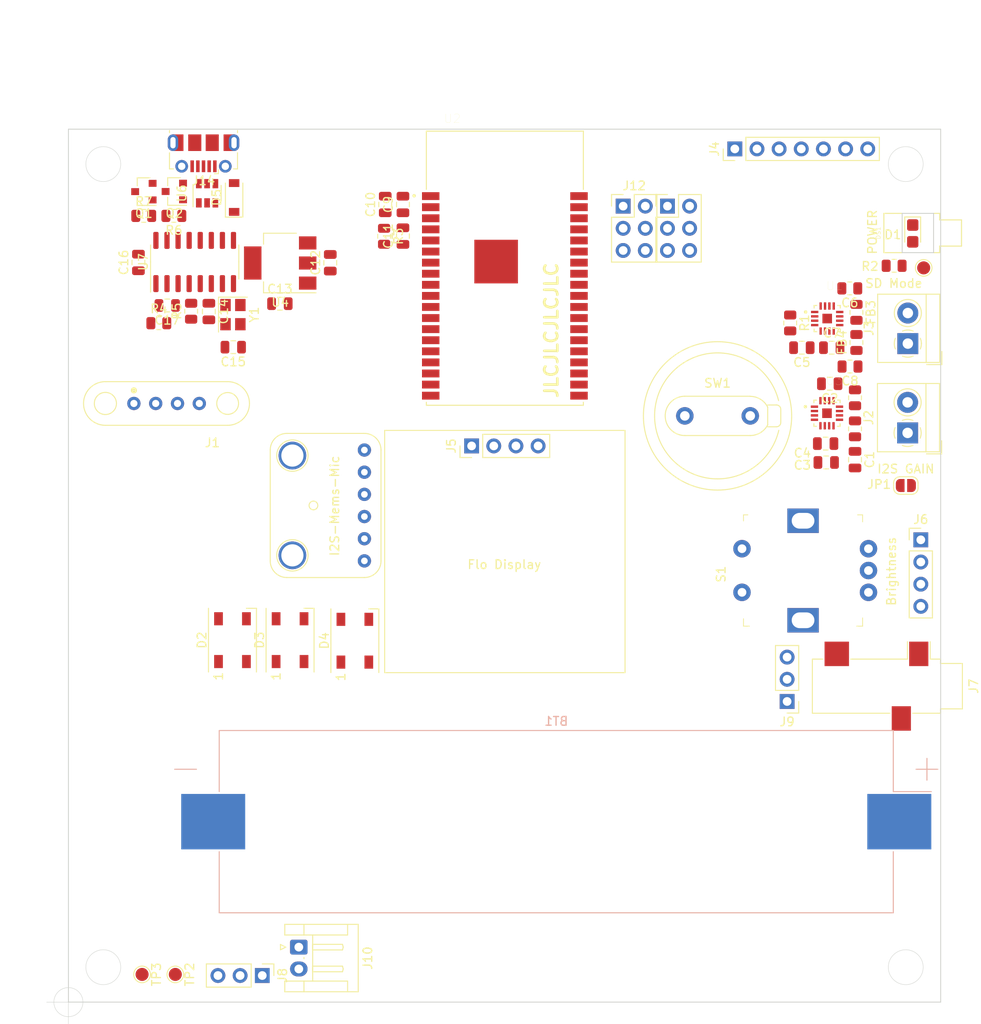
<source format=kicad_pcb>
(kicad_pcb (version 20171130) (host pcbnew "(5.1.9-0-10_14)")

  (general
    (thickness 1.6)
    (drawings 18)
    (tracks 0)
    (zones 0)
    (modules 64)
    (nets 85)
  )

  (page A4)
  (layers
    (0 F.Cu signal)
    (31 B.Cu signal hide)
    (32 B.Adhes user hide)
    (33 F.Adhes user)
    (34 B.Paste user hide)
    (35 F.Paste user)
    (36 B.SilkS user hide)
    (37 F.SilkS user)
    (38 B.Mask user hide)
    (39 F.Mask user)
    (40 Dwgs.User user hide)
    (41 Cmts.User user)
    (42 Eco1.User user)
    (43 Eco2.User user)
    (44 Edge.Cuts user)
    (45 Margin user)
    (46 B.CrtYd user)
    (47 F.CrtYd user)
    (48 B.Fab user hide)
    (49 F.Fab user hide)
  )

  (setup
    (last_trace_width 0.25)
    (trace_clearance 0.2)
    (zone_clearance 0.508)
    (zone_45_only no)
    (trace_min 0.2)
    (via_size 0.8)
    (via_drill 0.4)
    (via_min_size 0.4)
    (via_min_drill 0.3)
    (uvia_size 0.3)
    (uvia_drill 0.1)
    (uvias_allowed no)
    (uvia_min_size 0.2)
    (uvia_min_drill 0.1)
    (edge_width 0.05)
    (segment_width 0.2)
    (pcb_text_width 0.3)
    (pcb_text_size 1.5 1.5)
    (mod_edge_width 0.12)
    (mod_text_size 1 1)
    (mod_text_width 0.15)
    (pad_size 1.524 1.524)
    (pad_drill 0.762)
    (pad_to_mask_clearance 0)
    (aux_axis_origin 38.1 139.7)
    (grid_origin 38.1 139.7)
    (visible_elements FFFFFF7F)
    (pcbplotparams
      (layerselection 0x010fc_ffffffff)
      (usegerberextensions false)
      (usegerberattributes true)
      (usegerberadvancedattributes true)
      (creategerberjobfile true)
      (excludeedgelayer true)
      (linewidth 0.100000)
      (plotframeref false)
      (viasonmask false)
      (mode 1)
      (useauxorigin false)
      (hpglpennumber 1)
      (hpglpenspeed 20)
      (hpglpendiameter 15.000000)
      (psnegative false)
      (psa4output false)
      (plotreference true)
      (plotvalue true)
      (plotinvisibletext false)
      (padsonsilk false)
      (subtractmaskfromsilk false)
      (outputformat 1)
      (mirror false)
      (drillshape 1)
      (scaleselection 1)
      (outputdirectory ""))
  )

  (net 0 "")
  (net 1 "Net-(U2-Pad4)")
  (net 2 "Net-(U2-Pad5)")
  (net 3 "Net-(U2-Pad13)")
  (net 4 "Net-(U2-Pad16)")
  (net 5 "Net-(U2-Pad17)")
  (net 6 "Net-(U2-Pad20)")
  (net 7 "Net-(U2-Pad21)")
  (net 8 "Net-(U2-Pad22)")
  (net 9 "Net-(U2-Pad23)")
  (net 10 "Net-(U2-Pad24)")
  (net 11 "Net-(U2-Pad25)")
  (net 12 "Net-(U2-Pad27)")
  (net 13 "Net-(U2-Pad28)")
  (net 14 "Net-(U2-Pad32)")
  (net 15 SPI_MOSI)
  (net 16 I2S_BCK)
  (net 17 SPI_MISO)
  (net 18 SPI_SCK)
  (net 19 SPI_CS)
  (net 20 I2S_DATA_OUT)
  (net 21 I2S_DATA_IN)
  (net 22 +3V3)
  (net 23 GND)
  (net 24 "Net-(FB1-Pad2)")
  (net 25 "Net-(FB2-Pad2)")
  (net 26 I2S_OUTPUT_GAIN)
  (net 27 "Net-(C1-Pad1)")
  (net 28 "Net-(C2-Pad1)")
  (net 29 "Net-(C6-Pad1)")
  (net 30 "Net-(C8-Pad1)")
  (net 31 "Net-(FB3-Pad2)")
  (net 32 "Net-(FB4-Pad2)")
  (net 33 "Net-(R1-Pad1)")
  (net 34 I2C_SDA)
  (net 35 I2C_SCL)
  (net 36 BRIGHTNESS_DIGITAL)
  (net 37 "Net-(D1-Pad1)")
  (net 38 "Net-(D2-Pad2)")
  (net 39 NEOPIXEL)
  (net 40 "Net-(D3-Pad2)")
  (net 41 "Net-(D4-Pad2)")
  (net 42 1WIRE)
  (net 43 EN)
  (net 44 TX)
  (net 45 RX)
  (net 46 -BATT)
  (net 47 +BATT)
  (net 48 "Net-(J9-Pad3)")
  (net 49 ROTARY_A)
  (net 50 ROTARY_B)
  (net 51 "Net-(J12-Pad6)")
  (net 52 "Net-(J12-Pad4)")
  (net 53 "Net-(J13-Pad5)")
  (net 54 I2S_LRCLK)
  (net 55 "Net-(J12-Pad2)")
  (net 56 "Net-(J13-Pad3)")
  (net 57 "Net-(J13-Pad1)")
  (net 58 "Net-(U1-Pad17)")
  (net 59 "Net-(U3-Pad17)")
  (net 60 ROTARY_SWITCH)
  (net 61 "Net-(SW1-Pad1)")
  (net 62 "Net-(SW1-Pad2)")
  (net 63 +5V)
  (net 64 VUSB)
  (net 65 "Net-(Q1-Pad1)")
  (net 66 "Net-(Q1-Pad2)")
  (net 67 IO0)
  (net 68 "Net-(Q2-Pad2)")
  (net 69 "Net-(R4-Pad2)")
  (net 70 "Net-(R5-Pad2)")
  (net 71 "Net-(U7-Pad15)")
  (net 72 "Net-(U7-Pad12)")
  (net 73 "Net-(U7-Pad11)")
  (net 74 "Net-(U7-Pad10)")
  (net 75 "Net-(U7-Pad9)")
  (net 76 "Net-(C15-Pad1)")
  (net 77 "Net-(C14-Pad1)")
  (net 78 USB_CONN_D+)
  (net 79 USB_CONN_D-)
  (net 80 "Net-(Q2-Pad1)")
  (net 81 USB_D-)
  (net 82 USB_D+)
  (net 83 BRIGHTNESS_ANALOG)
  (net 84 "Net-(J4-Pad2)")

  (net_class Default "This is the default net class."
    (clearance 0.2)
    (trace_width 0.25)
    (via_dia 0.8)
    (via_drill 0.4)
    (uvia_dia 0.3)
    (uvia_drill 0.1)
    (add_net +3V3)
    (add_net +5V)
    (add_net +BATT)
    (add_net -BATT)
    (add_net 1WIRE)
    (add_net BRIGHTNESS_ANALOG)
    (add_net BRIGHTNESS_DIGITAL)
    (add_net EN)
    (add_net GND)
    (add_net I2C_SCL)
    (add_net I2C_SDA)
    (add_net I2S_BCK)
    (add_net I2S_DATA_IN)
    (add_net I2S_DATA_OUT)
    (add_net I2S_LRCLK)
    (add_net I2S_OUTPUT_GAIN)
    (add_net IO0)
    (add_net NEOPIXEL)
    (add_net "Net-(C1-Pad1)")
    (add_net "Net-(C14-Pad1)")
    (add_net "Net-(C15-Pad1)")
    (add_net "Net-(C2-Pad1)")
    (add_net "Net-(C6-Pad1)")
    (add_net "Net-(C8-Pad1)")
    (add_net "Net-(D1-Pad1)")
    (add_net "Net-(D2-Pad2)")
    (add_net "Net-(D3-Pad2)")
    (add_net "Net-(D4-Pad2)")
    (add_net "Net-(FB1-Pad2)")
    (add_net "Net-(FB2-Pad2)")
    (add_net "Net-(FB3-Pad2)")
    (add_net "Net-(FB4-Pad2)")
    (add_net "Net-(J12-Pad2)")
    (add_net "Net-(J12-Pad4)")
    (add_net "Net-(J12-Pad6)")
    (add_net "Net-(J13-Pad1)")
    (add_net "Net-(J13-Pad3)")
    (add_net "Net-(J13-Pad5)")
    (add_net "Net-(J4-Pad2)")
    (add_net "Net-(J9-Pad3)")
    (add_net "Net-(Q1-Pad1)")
    (add_net "Net-(Q1-Pad2)")
    (add_net "Net-(Q2-Pad1)")
    (add_net "Net-(Q2-Pad2)")
    (add_net "Net-(R1-Pad1)")
    (add_net "Net-(R4-Pad2)")
    (add_net "Net-(R5-Pad2)")
    (add_net "Net-(SW1-Pad1)")
    (add_net "Net-(SW1-Pad2)")
    (add_net "Net-(U1-Pad17)")
    (add_net "Net-(U2-Pad13)")
    (add_net "Net-(U2-Pad16)")
    (add_net "Net-(U2-Pad17)")
    (add_net "Net-(U2-Pad20)")
    (add_net "Net-(U2-Pad21)")
    (add_net "Net-(U2-Pad22)")
    (add_net "Net-(U2-Pad23)")
    (add_net "Net-(U2-Pad24)")
    (add_net "Net-(U2-Pad25)")
    (add_net "Net-(U2-Pad27)")
    (add_net "Net-(U2-Pad28)")
    (add_net "Net-(U2-Pad32)")
    (add_net "Net-(U2-Pad4)")
    (add_net "Net-(U2-Pad5)")
    (add_net "Net-(U3-Pad17)")
    (add_net "Net-(U7-Pad10)")
    (add_net "Net-(U7-Pad11)")
    (add_net "Net-(U7-Pad12)")
    (add_net "Net-(U7-Pad15)")
    (add_net "Net-(U7-Pad9)")
    (add_net ROTARY_A)
    (add_net ROTARY_B)
    (add_net ROTARY_SWITCH)
    (add_net RX)
    (add_net SPI_CS)
    (add_net SPI_MISO)
    (add_net SPI_MOSI)
    (add_net SPI_SCK)
    (add_net TX)
    (add_net USB_CONN_D+)
    (add_net USB_CONN_D-)
    (add_net USB_D+)
    (add_net USB_D-)
    (add_net VUSB)
  )

  (module MAX98357AETE+T:QFN50P300X300X80-17N (layer F.Cu) (tedit 603506E2) (tstamp 6036A752)
    (at 125.0696 72.2376)
    (path /6038153F)
    (fp_text reference U3 (at 0.835 -3.74) (layer F.SilkS)
      (effects (font (size 1 1) (thickness 0.015)))
    )
    (fp_text value MAX98357AETE+T (at 10.36 3.74) (layer F.Fab)
      (effects (font (size 1 1) (thickness 0.015)))
    )
    (fp_poly (pts (xy -0.35 -0.35) (xy 0.35 -0.35) (xy 0.35 0.35) (xy -0.35 0.35)) (layer F.Paste) (width 0.01))
    (fp_circle (center -2.475 -0.75) (end -2.375 -0.75) (layer F.SilkS) (width 0.2))
    (fp_circle (center -2.475 -0.75) (end -2.375 -0.75) (layer F.Fab) (width 0.2))
    (fp_line (start 1.5 1.5) (end -1.5 1.5) (layer F.Fab) (width 0.127))
    (fp_line (start 1.5 -1.5) (end -1.5 -1.5) (layer F.Fab) (width 0.127))
    (fp_line (start 1.5 1.5) (end 1.5 -1.5) (layer F.Fab) (width 0.127))
    (fp_line (start -1.5 1.5) (end -1.5 -1.5) (layer F.Fab) (width 0.127))
    (fp_line (start 1.5 1.5) (end 1.205 1.5) (layer F.SilkS) (width 0.127))
    (fp_line (start 1.5 -1.5) (end 1.205 -1.5) (layer F.SilkS) (width 0.127))
    (fp_line (start -1.5 1.5) (end -1.205 1.5) (layer F.SilkS) (width 0.127))
    (fp_line (start -1.5 -1.5) (end -1.205 -1.5) (layer F.SilkS) (width 0.127))
    (fp_line (start 1.5 1.5) (end 1.5 1.205) (layer F.SilkS) (width 0.127))
    (fp_line (start 1.5 -1.5) (end 1.5 -1.205) (layer F.SilkS) (width 0.127))
    (fp_line (start -1.5 1.5) (end -1.5 1.205) (layer F.SilkS) (width 0.127))
    (fp_line (start -1.5 -1.5) (end -1.5 -1.205) (layer F.SilkS) (width 0.127))
    (fp_line (start -2.105 2.105) (end 2.105 2.105) (layer F.CrtYd) (width 0.05))
    (fp_line (start -2.105 -2.105) (end 2.105 -2.105) (layer F.CrtYd) (width 0.05))
    (fp_line (start -2.105 2.105) (end -2.105 -2.105) (layer F.CrtYd) (width 0.05))
    (fp_line (start 2.105 2.105) (end 2.105 -2.105) (layer F.CrtYd) (width 0.05))
    (pad 17 smd rect (at 0 0) (size 1.1 1.1) (layers F.Cu F.Mask)
      (net 59 "Net-(U3-Pad17)"))
    (pad 12 smd rect (at 1.435 -0.75) (size 0.84 0.27) (layers F.Cu F.Paste F.Mask))
    (pad 11 smd rect (at 1.435 -0.25) (size 0.84 0.27) (layers F.Cu F.Paste F.Mask)
      (net 23 GND))
    (pad 10 smd rect (at 1.435 0.25) (size 0.84 0.27) (layers F.Cu F.Paste F.Mask)
      (net 24 "Net-(FB1-Pad2)"))
    (pad 9 smd rect (at 1.435 0.75) (size 0.84 0.27) (layers F.Cu F.Paste F.Mask)
      (net 25 "Net-(FB2-Pad2)"))
    (pad 4 smd rect (at -1.435 0.75) (size 0.84 0.27) (layers F.Cu F.Paste F.Mask)
      (net 22 +3V3))
    (pad 3 smd rect (at -1.435 0.25) (size 0.84 0.27) (layers F.Cu F.Paste F.Mask)
      (net 23 GND))
    (pad 2 smd rect (at -1.435 -0.25) (size 0.84 0.27) (layers F.Cu F.Paste F.Mask)
      (net 26 I2S_OUTPUT_GAIN))
    (pad 1 smd rect (at -1.435 -0.75) (size 0.84 0.27) (layers F.Cu F.Paste F.Mask)
      (net 20 I2S_DATA_OUT))
    (pad 16 smd rect (at -0.75 -1.435) (size 0.27 0.84) (layers F.Cu F.Paste F.Mask)
      (net 16 I2S_BCK))
    (pad 15 smd rect (at -0.25 -1.435) (size 0.27 0.84) (layers F.Cu F.Paste F.Mask)
      (net 23 GND))
    (pad 14 smd rect (at 0.25 -1.435) (size 0.27 0.84) (layers F.Cu F.Paste F.Mask)
      (net 54 I2S_LRCLK))
    (pad 13 smd rect (at 0.75 -1.435) (size 0.27 0.84) (layers F.Cu F.Paste F.Mask))
    (pad 8 smd rect (at 0.75 1.435) (size 0.27 0.84) (layers F.Cu F.Paste F.Mask)
      (net 22 +3V3))
    (pad 7 smd rect (at 0.25 1.435) (size 0.27 0.84) (layers F.Cu F.Paste F.Mask)
      (net 22 +3V3))
    (pad 6 smd rect (at -0.25 1.435) (size 0.27 0.84) (layers F.Cu F.Paste F.Mask))
    (pad 5 smd rect (at -0.75 1.435) (size 0.27 0.84) (layers F.Cu F.Paste F.Mask))
  )

  (module MAX98357AETE+T:QFN50P300X300X80-17N (layer F.Cu) (tedit 603506E2) (tstamp 6036A6A0)
    (at 125.095 61.3918)
    (path /6037DC7E)
    (fp_text reference U1 (at 0.835 -3.74) (layer F.SilkS)
      (effects (font (size 1 1) (thickness 0.015)))
    )
    (fp_text value MAX98357AETE+T (at 10.36 3.74) (layer F.Fab)
      (effects (font (size 1 1) (thickness 0.015)))
    )
    (fp_poly (pts (xy -0.35 -0.35) (xy 0.35 -0.35) (xy 0.35 0.35) (xy -0.35 0.35)) (layer F.Paste) (width 0.01))
    (fp_circle (center -2.475 -0.75) (end -2.375 -0.75) (layer F.SilkS) (width 0.2))
    (fp_circle (center -2.475 -0.75) (end -2.375 -0.75) (layer F.Fab) (width 0.2))
    (fp_line (start 1.5 1.5) (end -1.5 1.5) (layer F.Fab) (width 0.127))
    (fp_line (start 1.5 -1.5) (end -1.5 -1.5) (layer F.Fab) (width 0.127))
    (fp_line (start 1.5 1.5) (end 1.5 -1.5) (layer F.Fab) (width 0.127))
    (fp_line (start -1.5 1.5) (end -1.5 -1.5) (layer F.Fab) (width 0.127))
    (fp_line (start 1.5 1.5) (end 1.205 1.5) (layer F.SilkS) (width 0.127))
    (fp_line (start 1.5 -1.5) (end 1.205 -1.5) (layer F.SilkS) (width 0.127))
    (fp_line (start -1.5 1.5) (end -1.205 1.5) (layer F.SilkS) (width 0.127))
    (fp_line (start -1.5 -1.5) (end -1.205 -1.5) (layer F.SilkS) (width 0.127))
    (fp_line (start 1.5 1.5) (end 1.5 1.205) (layer F.SilkS) (width 0.127))
    (fp_line (start 1.5 -1.5) (end 1.5 -1.205) (layer F.SilkS) (width 0.127))
    (fp_line (start -1.5 1.5) (end -1.5 1.205) (layer F.SilkS) (width 0.127))
    (fp_line (start -1.5 -1.5) (end -1.5 -1.205) (layer F.SilkS) (width 0.127))
    (fp_line (start -2.105 2.105) (end 2.105 2.105) (layer F.CrtYd) (width 0.05))
    (fp_line (start -2.105 -2.105) (end 2.105 -2.105) (layer F.CrtYd) (width 0.05))
    (fp_line (start -2.105 2.105) (end -2.105 -2.105) (layer F.CrtYd) (width 0.05))
    (fp_line (start 2.105 2.105) (end 2.105 -2.105) (layer F.CrtYd) (width 0.05))
    (pad 17 smd rect (at 0 0) (size 1.1 1.1) (layers F.Cu F.Mask)
      (net 58 "Net-(U1-Pad17)"))
    (pad 12 smd rect (at 1.435 -0.75) (size 0.84 0.27) (layers F.Cu F.Paste F.Mask))
    (pad 11 smd rect (at 1.435 -0.25) (size 0.84 0.27) (layers F.Cu F.Paste F.Mask)
      (net 23 GND))
    (pad 10 smd rect (at 1.435 0.25) (size 0.84 0.27) (layers F.Cu F.Paste F.Mask)
      (net 31 "Net-(FB3-Pad2)"))
    (pad 9 smd rect (at 1.435 0.75) (size 0.84 0.27) (layers F.Cu F.Paste F.Mask)
      (net 32 "Net-(FB4-Pad2)"))
    (pad 4 smd rect (at -1.435 0.75) (size 0.84 0.27) (layers F.Cu F.Paste F.Mask)
      (net 33 "Net-(R1-Pad1)"))
    (pad 3 smd rect (at -1.435 0.25) (size 0.84 0.27) (layers F.Cu F.Paste F.Mask)
      (net 23 GND))
    (pad 2 smd rect (at -1.435 -0.25) (size 0.84 0.27) (layers F.Cu F.Paste F.Mask)
      (net 26 I2S_OUTPUT_GAIN))
    (pad 1 smd rect (at -1.435 -0.75) (size 0.84 0.27) (layers F.Cu F.Paste F.Mask)
      (net 20 I2S_DATA_OUT))
    (pad 16 smd rect (at -0.75 -1.435) (size 0.27 0.84) (layers F.Cu F.Paste F.Mask)
      (net 16 I2S_BCK))
    (pad 15 smd rect (at -0.25 -1.435) (size 0.27 0.84) (layers F.Cu F.Paste F.Mask)
      (net 23 GND))
    (pad 14 smd rect (at 0.25 -1.435) (size 0.27 0.84) (layers F.Cu F.Paste F.Mask)
      (net 54 I2S_LRCLK))
    (pad 13 smd rect (at 0.75 -1.435) (size 0.27 0.84) (layers F.Cu F.Paste F.Mask))
    (pad 8 smd rect (at 0.75 1.435) (size 0.27 0.84) (layers F.Cu F.Paste F.Mask)
      (net 22 +3V3))
    (pad 7 smd rect (at 0.25 1.435) (size 0.27 0.84) (layers F.Cu F.Paste F.Mask)
      (net 22 +3V3))
    (pad 6 smd rect (at -0.25 1.435) (size 0.27 0.84) (layers F.Cu F.Paste F.Mask))
    (pad 5 smd rect (at -0.75 1.435) (size 0.27 0.84) (layers F.Cu F.Paste F.Mask))
  )

  (module SLP3-200-100-F:BIVAR_SLP3-200-100-F (layer F.Cu) (tedit 60360D75) (tstamp 6036A1B4)
    (at 136.0412 51.5928 90)
    (path /60383845)
    (fp_text reference DS1 (at 0 -5.08 90) (layer F.SilkS)
      (effects (font (size 0.5 0.5) (thickness 0.05)))
    )
    (fp_text value SLP3-200-100-F (at 1.27 5.585035 90) (layer F.Fab) hide
      (effects (font (size 0.5 0.5) (thickness 0.05)))
    )
    (fp_line (start 1.5 4.45) (end -1.5 4.45) (layer F.SilkS) (width 0.127))
    (fp_line (start -2.25 1.25) (end -2.25 1.95) (layer F.SilkS) (width 0.127))
    (fp_line (start -2.25 -2.35) (end -2.25 -4.45) (layer F.SilkS) (width 0.127))
    (fp_line (start -2.25 -4.45) (end 2.25 -4.45) (layer F.SilkS) (width 0.127))
    (fp_line (start 2.25 1.25) (end 2.25 1.95) (layer F.SilkS) (width 0.127))
    (fp_line (start 2.25 -4.45) (end 2.25 -2.35) (layer F.SilkS) (width 0.127))
    (fp_line (start 2.25 1.95) (end 1.5 1.95) (layer F.SilkS) (width 0.127))
    (fp_line (start 1.5 4.45) (end 1.5 1.95) (layer F.SilkS) (width 0.127))
    (fp_line (start -1.5 4.45) (end -1.5 1.95) (layer F.SilkS) (width 0.127))
    (fp_line (start -1.5 1.95) (end -2.25 1.95) (layer F.SilkS) (width 0.127))
    (fp_line (start 1.5 4.45) (end -1.5 4.45) (layer F.Fab) (width 0.127))
    (fp_line (start -2.25 1.25) (end -2.25 -2.35) (layer Edge.Cuts) (width 0.1))
    (fp_line (start 2.25 -2.35) (end 2.25 1.25) (layer Edge.Cuts) (width 0.1))
    (fp_line (start 2.25 1.25) (end -2.25 1.25) (layer Edge.Cuts) (width 0.1))
    (fp_line (start -2.25 -2.35) (end 2.25 -2.35) (layer Edge.Cuts) (width 0.1))
    (fp_line (start -2.5 2.2) (end -2.5 -4.7) (layer F.CrtYd) (width 0.05))
    (fp_line (start -1.75 2.2) (end -2.5 2.2) (layer F.CrtYd) (width 0.05))
    (fp_line (start -1.75 4.7) (end -1.75 2.2) (layer F.CrtYd) (width 0.05))
    (fp_line (start 1.75 4.7) (end -1.75 4.7) (layer F.CrtYd) (width 0.05))
    (fp_line (start 1.75 2.2) (end 1.75 4.7) (layer F.CrtYd) (width 0.05))
    (fp_line (start 2.5 2.2) (end 1.75 2.2) (layer F.CrtYd) (width 0.05))
    (fp_line (start 2.5 -4.7) (end 2.5 2.2) (layer F.CrtYd) (width 0.05))
    (fp_line (start -2.5 -4.7) (end 2.5 -4.7) (layer F.CrtYd) (width 0.05))
    (fp_line (start -2.25 -4.45) (end 2.25 -4.45) (layer F.Fab) (width 0.127))
    (fp_line (start -1.5 1.95) (end -2.25 1.95) (layer F.Fab) (width 0.127))
    (fp_line (start 2.25 1.95) (end 1.5 1.95) (layer F.Fab) (width 0.127))
    (fp_line (start -1.5 4.45) (end -1.5 1.95) (layer F.Fab) (width 0.127))
    (fp_line (start 1.5 4.45) (end 1.5 1.95) (layer F.Fab) (width 0.127))
    (fp_line (start -2.25 1.95) (end -2.25 -4.45) (layer F.Fab) (width 0.127))
    (fp_line (start 2.25 -4.45) (end 2.25 1.95) (layer F.Fab) (width 0.127))
    (pad None np_thru_hole circle (at 1.25 -3.25 90) (size 1.2446 1.2446) (drill 1.2446) (layers *.Cu *.Mask))
    (pad None np_thru_hole circle (at -1.25 -3.25 90) (size 1.2446 1.2446) (drill 1.2446) (layers *.Cu *.Mask))
    (model "/Library/Application Support/kicad/SLP3-200-100-F/SLP3-200-100-F.step"
      (offset (xyz 0 0.57 0))
      (scale (xyz 1 1 1))
      (rotate (xyz -90 0 0))
    )
  )

  (module Connector_PinHeader_2.54mm:PinHeader_1x07_P2.54mm_Vertical (layer F.Cu) (tedit 59FED5CC) (tstamp 603A1BAC)
    (at 114.5032 41.9608 90)
    (descr "Through hole straight pin header, 1x07, 2.54mm pitch, single row")
    (tags "Through hole pin header THT 1x07 2.54mm single row")
    (path /60695B62)
    (fp_text reference J4 (at 0 -2.33 90) (layer F.SilkS)
      (effects (font (size 1 1) (thickness 0.15)))
    )
    (fp_text value "SD Card" (at 0 17.57 90) (layer F.Fab)
      (effects (font (size 1 1) (thickness 0.15)))
    )
    (fp_text user %R (at 0 7.62) (layer F.Fab)
      (effects (font (size 1 1) (thickness 0.15)))
    )
    (fp_line (start -0.635 -1.27) (end 1.27 -1.27) (layer F.Fab) (width 0.1))
    (fp_line (start 1.27 -1.27) (end 1.27 16.51) (layer F.Fab) (width 0.1))
    (fp_line (start 1.27 16.51) (end -1.27 16.51) (layer F.Fab) (width 0.1))
    (fp_line (start -1.27 16.51) (end -1.27 -0.635) (layer F.Fab) (width 0.1))
    (fp_line (start -1.27 -0.635) (end -0.635 -1.27) (layer F.Fab) (width 0.1))
    (fp_line (start -1.33 16.57) (end 1.33 16.57) (layer F.SilkS) (width 0.12))
    (fp_line (start -1.33 1.27) (end -1.33 16.57) (layer F.SilkS) (width 0.12))
    (fp_line (start 1.33 1.27) (end 1.33 16.57) (layer F.SilkS) (width 0.12))
    (fp_line (start -1.33 1.27) (end 1.33 1.27) (layer F.SilkS) (width 0.12))
    (fp_line (start -1.33 0) (end -1.33 -1.33) (layer F.SilkS) (width 0.12))
    (fp_line (start -1.33 -1.33) (end 0 -1.33) (layer F.SilkS) (width 0.12))
    (fp_line (start -1.8 -1.8) (end -1.8 17.05) (layer F.CrtYd) (width 0.05))
    (fp_line (start -1.8 17.05) (end 1.8 17.05) (layer F.CrtYd) (width 0.05))
    (fp_line (start 1.8 17.05) (end 1.8 -1.8) (layer F.CrtYd) (width 0.05))
    (fp_line (start 1.8 -1.8) (end -1.8 -1.8) (layer F.CrtYd) (width 0.05))
    (pad 7 thru_hole oval (at 0 15.24 90) (size 1.7 1.7) (drill 1) (layers *.Cu *.Mask)
      (net 23 GND))
    (pad 6 thru_hole oval (at 0 12.7 90) (size 1.7 1.7) (drill 1) (layers *.Cu *.Mask)
      (net 17 SPI_MISO))
    (pad 5 thru_hole oval (at 0 10.16 90) (size 1.7 1.7) (drill 1) (layers *.Cu *.Mask)
      (net 18 SPI_SCK))
    (pad 4 thru_hole oval (at 0 7.62 90) (size 1.7 1.7) (drill 1) (layers *.Cu *.Mask)
      (net 15 SPI_MOSI))
    (pad 3 thru_hole oval (at 0 5.08 90) (size 1.7 1.7) (drill 1) (layers *.Cu *.Mask)
      (net 19 SPI_CS))
    (pad 2 thru_hole oval (at 0 2.54 90) (size 1.7 1.7) (drill 1) (layers *.Cu *.Mask)
      (net 84 "Net-(J4-Pad2)"))
    (pad 1 thru_hole rect (at 0 0 90) (size 1.7 1.7) (drill 1) (layers *.Cu *.Mask)
      (net 63 +5V))
    (model ${KISYS3DMOD}/Connector_PinHeader_2.54mm.3dshapes/PinHeader_1x07_P2.54mm_Vertical.wrl
      (at (xyz 0 0 0))
      (scale (xyz 1 1 1))
      (rotate (xyz 0 0 0))
    )
  )

  (module Capacitor_SMD:C_0805_2012Metric (layer F.Cu) (tedit 5F68FEEE) (tstamp 60393349)
    (at 49.4284 59.8932 180)
    (descr "Capacitor SMD 0805 (2012 Metric), square (rectangular) end terminal, IPC_7351 nominal, (Body size source: IPC-SM-782 page 76, https://www.pcb-3d.com/wordpress/wp-content/uploads/ipc-sm-782a_amendment_1_and_2.pdf, https://docs.google.com/spreadsheets/d/1BsfQQcO9C6DZCsRaXUlFlo91Tg2WpOkGARC1WS5S8t0/edit?usp=sharing), generated with kicad-footprint-generator")
    (tags capacitor)
    (path /604C8B78)
    (attr smd)
    (fp_text reference C17 (at 0 -1.68) (layer F.SilkS)
      (effects (font (size 1 1) (thickness 0.15)))
    )
    (fp_text value 22pF (at 0 1.68) (layer F.Fab)
      (effects (font (size 1 1) (thickness 0.15)))
    )
    (fp_text user %R (at 0 0) (layer F.Fab)
      (effects (font (size 0.5 0.5) (thickness 0.08)))
    )
    (fp_line (start -1 0.625) (end -1 -0.625) (layer F.Fab) (width 0.1))
    (fp_line (start -1 -0.625) (end 1 -0.625) (layer F.Fab) (width 0.1))
    (fp_line (start 1 -0.625) (end 1 0.625) (layer F.Fab) (width 0.1))
    (fp_line (start 1 0.625) (end -1 0.625) (layer F.Fab) (width 0.1))
    (fp_line (start -0.261252 -0.735) (end 0.261252 -0.735) (layer F.SilkS) (width 0.12))
    (fp_line (start -0.261252 0.735) (end 0.261252 0.735) (layer F.SilkS) (width 0.12))
    (fp_line (start -1.7 0.98) (end -1.7 -0.98) (layer F.CrtYd) (width 0.05))
    (fp_line (start -1.7 -0.98) (end 1.7 -0.98) (layer F.CrtYd) (width 0.05))
    (fp_line (start 1.7 -0.98) (end 1.7 0.98) (layer F.CrtYd) (width 0.05))
    (fp_line (start 1.7 0.98) (end -1.7 0.98) (layer F.CrtYd) (width 0.05))
    (pad 2 smd roundrect (at 0.95 0 180) (size 1 1.45) (layers F.Cu F.Paste F.Mask) (roundrect_rratio 0.25)
      (net 23 GND))
    (pad 1 smd roundrect (at -0.95 0 180) (size 1 1.45) (layers F.Cu F.Paste F.Mask) (roundrect_rratio 0.25)
      (net 22 +3V3))
    (model ${KISYS3DMOD}/Capacitor_SMD.3dshapes/C_0805_2012Metric.wrl
      (at (xyz 0 0 0))
      (scale (xyz 1 1 1))
      (rotate (xyz 0 0 0))
    )
  )

  (module Capacitor_SMD:C_0805_2012Metric (layer F.Cu) (tedit 5F68FEEE) (tstamp 60393338)
    (at 46.1264 54.9656 90)
    (descr "Capacitor SMD 0805 (2012 Metric), square (rectangular) end terminal, IPC_7351 nominal, (Body size source: IPC-SM-782 page 76, https://www.pcb-3d.com/wordpress/wp-content/uploads/ipc-sm-782a_amendment_1_and_2.pdf, https://docs.google.com/spreadsheets/d/1BsfQQcO9C6DZCsRaXUlFlo91Tg2WpOkGARC1WS5S8t0/edit?usp=sharing), generated with kicad-footprint-generator")
    (tags capacitor)
    (path /604C6446)
    (attr smd)
    (fp_text reference C16 (at 0 -1.68 90) (layer F.SilkS)
      (effects (font (size 1 1) (thickness 0.15)))
    )
    (fp_text value 22pF (at 0 1.68 90) (layer F.Fab)
      (effects (font (size 1 1) (thickness 0.15)))
    )
    (fp_text user %R (at 0 0 90) (layer F.Fab)
      (effects (font (size 0.5 0.5) (thickness 0.08)))
    )
    (fp_line (start -1 0.625) (end -1 -0.625) (layer F.Fab) (width 0.1))
    (fp_line (start -1 -0.625) (end 1 -0.625) (layer F.Fab) (width 0.1))
    (fp_line (start 1 -0.625) (end 1 0.625) (layer F.Fab) (width 0.1))
    (fp_line (start 1 0.625) (end -1 0.625) (layer F.Fab) (width 0.1))
    (fp_line (start -0.261252 -0.735) (end 0.261252 -0.735) (layer F.SilkS) (width 0.12))
    (fp_line (start -0.261252 0.735) (end 0.261252 0.735) (layer F.SilkS) (width 0.12))
    (fp_line (start -1.7 0.98) (end -1.7 -0.98) (layer F.CrtYd) (width 0.05))
    (fp_line (start -1.7 -0.98) (end 1.7 -0.98) (layer F.CrtYd) (width 0.05))
    (fp_line (start 1.7 -0.98) (end 1.7 0.98) (layer F.CrtYd) (width 0.05))
    (fp_line (start 1.7 0.98) (end -1.7 0.98) (layer F.CrtYd) (width 0.05))
    (pad 2 smd roundrect (at 0.95 0 90) (size 1 1.45) (layers F.Cu F.Paste F.Mask) (roundrect_rratio 0.25)
      (net 22 +3V3))
    (pad 1 smd roundrect (at -0.95 0 90) (size 1 1.45) (layers F.Cu F.Paste F.Mask) (roundrect_rratio 0.25)
      (net 23 GND))
    (model ${KISYS3DMOD}/Capacitor_SMD.3dshapes/C_0805_2012Metric.wrl
      (at (xyz 0 0 0))
      (scale (xyz 1 1 1))
      (rotate (xyz 0 0 0))
    )
  )

  (module Capacitor_SMD:C_0805_2012Metric (layer F.Cu) (tedit 5F68FEEE) (tstamp 60393327)
    (at 56.9976 64.6684 180)
    (descr "Capacitor SMD 0805 (2012 Metric), square (rectangular) end terminal, IPC_7351 nominal, (Body size source: IPC-SM-782 page 76, https://www.pcb-3d.com/wordpress/wp-content/uploads/ipc-sm-782a_amendment_1_and_2.pdf, https://docs.google.com/spreadsheets/d/1BsfQQcO9C6DZCsRaXUlFlo91Tg2WpOkGARC1WS5S8t0/edit?usp=sharing), generated with kicad-footprint-generator")
    (tags capacitor)
    (path /603C1778)
    (attr smd)
    (fp_text reference C15 (at 0 -1.68) (layer F.SilkS)
      (effects (font (size 1 1) (thickness 0.15)))
    )
    (fp_text value 22pF (at 0 1.68) (layer F.Fab)
      (effects (font (size 1 1) (thickness 0.15)))
    )
    (fp_text user %R (at 0 0) (layer F.Fab)
      (effects (font (size 0.5 0.5) (thickness 0.08)))
    )
    (fp_line (start -1 0.625) (end -1 -0.625) (layer F.Fab) (width 0.1))
    (fp_line (start -1 -0.625) (end 1 -0.625) (layer F.Fab) (width 0.1))
    (fp_line (start 1 -0.625) (end 1 0.625) (layer F.Fab) (width 0.1))
    (fp_line (start 1 0.625) (end -1 0.625) (layer F.Fab) (width 0.1))
    (fp_line (start -0.261252 -0.735) (end 0.261252 -0.735) (layer F.SilkS) (width 0.12))
    (fp_line (start -0.261252 0.735) (end 0.261252 0.735) (layer F.SilkS) (width 0.12))
    (fp_line (start -1.7 0.98) (end -1.7 -0.98) (layer F.CrtYd) (width 0.05))
    (fp_line (start -1.7 -0.98) (end 1.7 -0.98) (layer F.CrtYd) (width 0.05))
    (fp_line (start 1.7 -0.98) (end 1.7 0.98) (layer F.CrtYd) (width 0.05))
    (fp_line (start 1.7 0.98) (end -1.7 0.98) (layer F.CrtYd) (width 0.05))
    (pad 2 smd roundrect (at 0.95 0 180) (size 1 1.45) (layers F.Cu F.Paste F.Mask) (roundrect_rratio 0.25)
      (net 23 GND))
    (pad 1 smd roundrect (at -0.95 0 180) (size 1 1.45) (layers F.Cu F.Paste F.Mask) (roundrect_rratio 0.25)
      (net 76 "Net-(C15-Pad1)"))
    (model ${KISYS3DMOD}/Capacitor_SMD.3dshapes/C_0805_2012Metric.wrl
      (at (xyz 0 0 0))
      (scale (xyz 1 1 1))
      (rotate (xyz 0 0 0))
    )
  )

  (module Capacitor_SMD:C_0805_2012Metric (layer F.Cu) (tedit 5F68FEEE) (tstamp 60393316)
    (at 54.2036 60.5892 270)
    (descr "Capacitor SMD 0805 (2012 Metric), square (rectangular) end terminal, IPC_7351 nominal, (Body size source: IPC-SM-782 page 76, https://www.pcb-3d.com/wordpress/wp-content/uploads/ipc-sm-782a_amendment_1_and_2.pdf, https://docs.google.com/spreadsheets/d/1BsfQQcO9C6DZCsRaXUlFlo91Tg2WpOkGARC1WS5S8t0/edit?usp=sharing), generated with kicad-footprint-generator")
    (tags capacitor)
    (path /603C34B8)
    (attr smd)
    (fp_text reference C14 (at 0 -1.68 90) (layer F.SilkS)
      (effects (font (size 1 1) (thickness 0.15)))
    )
    (fp_text value 22pF (at 0 1.68 90) (layer F.Fab)
      (effects (font (size 1 1) (thickness 0.15)))
    )
    (fp_text user %R (at 0 0 90) (layer F.Fab)
      (effects (font (size 0.5 0.5) (thickness 0.08)))
    )
    (fp_line (start -1 0.625) (end -1 -0.625) (layer F.Fab) (width 0.1))
    (fp_line (start -1 -0.625) (end 1 -0.625) (layer F.Fab) (width 0.1))
    (fp_line (start 1 -0.625) (end 1 0.625) (layer F.Fab) (width 0.1))
    (fp_line (start 1 0.625) (end -1 0.625) (layer F.Fab) (width 0.1))
    (fp_line (start -0.261252 -0.735) (end 0.261252 -0.735) (layer F.SilkS) (width 0.12))
    (fp_line (start -0.261252 0.735) (end 0.261252 0.735) (layer F.SilkS) (width 0.12))
    (fp_line (start -1.7 0.98) (end -1.7 -0.98) (layer F.CrtYd) (width 0.05))
    (fp_line (start -1.7 -0.98) (end 1.7 -0.98) (layer F.CrtYd) (width 0.05))
    (fp_line (start 1.7 -0.98) (end 1.7 0.98) (layer F.CrtYd) (width 0.05))
    (fp_line (start 1.7 0.98) (end -1.7 0.98) (layer F.CrtYd) (width 0.05))
    (pad 2 smd roundrect (at 0.95 0 270) (size 1 1.45) (layers F.Cu F.Paste F.Mask) (roundrect_rratio 0.25)
      (net 23 GND))
    (pad 1 smd roundrect (at -0.95 0 270) (size 1 1.45) (layers F.Cu F.Paste F.Mask) (roundrect_rratio 0.25)
      (net 77 "Net-(C14-Pad1)"))
    (model ${KISYS3DMOD}/Capacitor_SMD.3dshapes/C_0805_2012Metric.wrl
      (at (xyz 0 0 0))
      (scale (xyz 1 1 1))
      (rotate (xyz 0 0 0))
    )
  )

  (module Capacitor_SMD:C_0805_2012Metric (layer F.Cu) (tedit 5F68FEEE) (tstamp 6035C722)
    (at 125.3852 68.8594 180)
    (descr "Capacitor SMD 0805 (2012 Metric), square (rectangular) end terminal, IPC_7351 nominal, (Body size source: IPC-SM-782 page 76, https://www.pcb-3d.com/wordpress/wp-content/uploads/ipc-sm-782a_amendment_1_and_2.pdf, https://docs.google.com/spreadsheets/d/1BsfQQcO9C6DZCsRaXUlFlo91Tg2WpOkGARC1WS5S8t0/edit?usp=sharing), generated with kicad-footprint-generator")
    (tags capacitor)
    (path /6037C469)
    (attr smd)
    (fp_text reference C2 (at 0 -1.68) (layer F.SilkS)
      (effects (font (size 1 1) (thickness 0.15)))
    )
    (fp_text value C_Small (at 0 1.68) (layer F.Fab)
      (effects (font (size 1 1) (thickness 0.15)))
    )
    (fp_text user %R (at 0 0) (layer F.Fab)
      (effects (font (size 0.5 0.5) (thickness 0.08)))
    )
    (fp_line (start -1 0.625) (end -1 -0.625) (layer F.Fab) (width 0.1))
    (fp_line (start -1 -0.625) (end 1 -0.625) (layer F.Fab) (width 0.1))
    (fp_line (start 1 -0.625) (end 1 0.625) (layer F.Fab) (width 0.1))
    (fp_line (start 1 0.625) (end -1 0.625) (layer F.Fab) (width 0.1))
    (fp_line (start -0.261252 -0.735) (end 0.261252 -0.735) (layer F.SilkS) (width 0.12))
    (fp_line (start -0.261252 0.735) (end 0.261252 0.735) (layer F.SilkS) (width 0.12))
    (fp_line (start -1.7 0.98) (end -1.7 -0.98) (layer F.CrtYd) (width 0.05))
    (fp_line (start -1.7 -0.98) (end 1.7 -0.98) (layer F.CrtYd) (width 0.05))
    (fp_line (start 1.7 -0.98) (end 1.7 0.98) (layer F.CrtYd) (width 0.05))
    (fp_line (start 1.7 0.98) (end -1.7 0.98) (layer F.CrtYd) (width 0.05))
    (pad 2 smd roundrect (at 0.95 0 180) (size 1 1.45) (layers F.Cu F.Paste F.Mask) (roundrect_rratio 0.25)
      (net 23 GND))
    (pad 1 smd roundrect (at -0.95 0 180) (size 1 1.45) (layers F.Cu F.Paste F.Mask) (roundrect_rratio 0.25)
      (net 28 "Net-(C2-Pad1)"))
    (model ${KISYS3DMOD}/Capacitor_SMD.3dshapes/C_0805_2012Metric.wrl
      (at (xyz 0 0 0))
      (scale (xyz 1 1 1))
      (rotate (xyz 0 0 0))
    )
  )

  (module Capacitor_SMD:C_0805_2012Metric (layer F.Cu) (tedit 5F68FEEE) (tstamp 60360B34)
    (at 128.2827 77.5589 270)
    (descr "Capacitor SMD 0805 (2012 Metric), square (rectangular) end terminal, IPC_7351 nominal, (Body size source: IPC-SM-782 page 76, https://www.pcb-3d.com/wordpress/wp-content/uploads/ipc-sm-782a_amendment_1_and_2.pdf, https://docs.google.com/spreadsheets/d/1BsfQQcO9C6DZCsRaXUlFlo91Tg2WpOkGARC1WS5S8t0/edit?usp=sharing), generated with kicad-footprint-generator")
    (tags capacitor)
    (path /60384F17)
    (attr smd)
    (fp_text reference C1 (at 0 -1.68 90) (layer F.SilkS)
      (effects (font (size 1 1) (thickness 0.15)))
    )
    (fp_text value C_Small (at 0 1.68 90) (layer F.Fab)
      (effects (font (size 1 1) (thickness 0.15)))
    )
    (fp_text user %R (at 0 0 90) (layer F.Fab)
      (effects (font (size 0.5 0.5) (thickness 0.08)))
    )
    (fp_line (start -1 0.625) (end -1 -0.625) (layer F.Fab) (width 0.1))
    (fp_line (start -1 -0.625) (end 1 -0.625) (layer F.Fab) (width 0.1))
    (fp_line (start 1 -0.625) (end 1 0.625) (layer F.Fab) (width 0.1))
    (fp_line (start 1 0.625) (end -1 0.625) (layer F.Fab) (width 0.1))
    (fp_line (start -0.261252 -0.735) (end 0.261252 -0.735) (layer F.SilkS) (width 0.12))
    (fp_line (start -0.261252 0.735) (end 0.261252 0.735) (layer F.SilkS) (width 0.12))
    (fp_line (start -1.7 0.98) (end -1.7 -0.98) (layer F.CrtYd) (width 0.05))
    (fp_line (start -1.7 -0.98) (end 1.7 -0.98) (layer F.CrtYd) (width 0.05))
    (fp_line (start 1.7 -0.98) (end 1.7 0.98) (layer F.CrtYd) (width 0.05))
    (fp_line (start 1.7 0.98) (end -1.7 0.98) (layer F.CrtYd) (width 0.05))
    (pad 2 smd roundrect (at 0.95 0 270) (size 1 1.45) (layers F.Cu F.Paste F.Mask) (roundrect_rratio 0.25)
      (net 23 GND))
    (pad 1 smd roundrect (at -0.95 0 270) (size 1 1.45) (layers F.Cu F.Paste F.Mask) (roundrect_rratio 0.25)
      (net 27 "Net-(C1-Pad1)"))
    (model ${KISYS3DMOD}/Capacitor_SMD.3dshapes/C_0805_2012Metric.wrl
      (at (xyz 0 0 0))
      (scale (xyz 1 1 1))
      (rotate (xyz 0 0 0))
    )
  )

  (module Package_TO_SOT_SMD:SOT-23 (layer F.Cu) (tedit 5A02FF57) (tstamp 6037E97E)
    (at 50.2412 46.8376 180)
    (descr "SOT-23, Standard")
    (tags SOT-23)
    (path /603A5797)
    (attr smd)
    (fp_text reference Q2 (at 0 -2.5) (layer F.SilkS)
      (effects (font (size 1 1) (thickness 0.15)))
    )
    (fp_text value S8050 (at 0 2.5) (layer F.Fab)
      (effects (font (size 1 1) (thickness 0.15)))
    )
    (fp_text user %R (at 0 0 90) (layer F.Fab)
      (effects (font (size 0.5 0.5) (thickness 0.075)))
    )
    (fp_line (start -0.7 -0.95) (end -0.7 1.5) (layer F.Fab) (width 0.1))
    (fp_line (start -0.15 -1.52) (end 0.7 -1.52) (layer F.Fab) (width 0.1))
    (fp_line (start -0.7 -0.95) (end -0.15 -1.52) (layer F.Fab) (width 0.1))
    (fp_line (start 0.7 -1.52) (end 0.7 1.52) (layer F.Fab) (width 0.1))
    (fp_line (start -0.7 1.52) (end 0.7 1.52) (layer F.Fab) (width 0.1))
    (fp_line (start 0.76 1.58) (end 0.76 0.65) (layer F.SilkS) (width 0.12))
    (fp_line (start 0.76 -1.58) (end 0.76 -0.65) (layer F.SilkS) (width 0.12))
    (fp_line (start -1.7 -1.75) (end 1.7 -1.75) (layer F.CrtYd) (width 0.05))
    (fp_line (start 1.7 -1.75) (end 1.7 1.75) (layer F.CrtYd) (width 0.05))
    (fp_line (start 1.7 1.75) (end -1.7 1.75) (layer F.CrtYd) (width 0.05))
    (fp_line (start -1.7 1.75) (end -1.7 -1.75) (layer F.CrtYd) (width 0.05))
    (fp_line (start 0.76 -1.58) (end -1.4 -1.58) (layer F.SilkS) (width 0.12))
    (fp_line (start 0.76 1.58) (end -0.7 1.58) (layer F.SilkS) (width 0.12))
    (pad 3 smd rect (at 1 0 180) (size 0.9 0.8) (layers F.Cu F.Paste F.Mask)
      (net 67 IO0))
    (pad 2 smd rect (at -1 0.95 180) (size 0.9 0.8) (layers F.Cu F.Paste F.Mask)
      (net 68 "Net-(Q2-Pad2)"))
    (pad 1 smd rect (at -1 -0.95 180) (size 0.9 0.8) (layers F.Cu F.Paste F.Mask)
      (net 80 "Net-(Q2-Pad1)"))
    (model ${KISYS3DMOD}/Package_TO_SOT_SMD.3dshapes/SOT-23.wrl
      (at (xyz 0 0 0))
      (scale (xyz 1 1 1))
      (rotate (xyz 0 0 0))
    )
  )

  (module Package_TO_SOT_SMD:SOT-23 (layer F.Cu) (tedit 5A02FF57) (tstamp 6037E96C)
    (at 46.752 46.8528 180)
    (descr "SOT-23, Standard")
    (tags SOT-23)
    (path /603A437D)
    (attr smd)
    (fp_text reference Q1 (at 0 -2.5) (layer F.SilkS)
      (effects (font (size 1 1) (thickness 0.15)))
    )
    (fp_text value S8050 (at 0 2.5) (layer F.Fab)
      (effects (font (size 1 1) (thickness 0.15)))
    )
    (fp_text user %R (at 0 0 90) (layer F.Fab)
      (effects (font (size 0.5 0.5) (thickness 0.075)))
    )
    (fp_line (start -0.7 -0.95) (end -0.7 1.5) (layer F.Fab) (width 0.1))
    (fp_line (start -0.15 -1.52) (end 0.7 -1.52) (layer F.Fab) (width 0.1))
    (fp_line (start -0.7 -0.95) (end -0.15 -1.52) (layer F.Fab) (width 0.1))
    (fp_line (start 0.7 -1.52) (end 0.7 1.52) (layer F.Fab) (width 0.1))
    (fp_line (start -0.7 1.52) (end 0.7 1.52) (layer F.Fab) (width 0.1))
    (fp_line (start 0.76 1.58) (end 0.76 0.65) (layer F.SilkS) (width 0.12))
    (fp_line (start 0.76 -1.58) (end 0.76 -0.65) (layer F.SilkS) (width 0.12))
    (fp_line (start -1.7 -1.75) (end 1.7 -1.75) (layer F.CrtYd) (width 0.05))
    (fp_line (start 1.7 -1.75) (end 1.7 1.75) (layer F.CrtYd) (width 0.05))
    (fp_line (start 1.7 1.75) (end -1.7 1.75) (layer F.CrtYd) (width 0.05))
    (fp_line (start -1.7 1.75) (end -1.7 -1.75) (layer F.CrtYd) (width 0.05))
    (fp_line (start 0.76 -1.58) (end -1.4 -1.58) (layer F.SilkS) (width 0.12))
    (fp_line (start 0.76 1.58) (end -0.7 1.58) (layer F.SilkS) (width 0.12))
    (pad 3 smd rect (at 1 0 180) (size 0.9 0.8) (layers F.Cu F.Paste F.Mask)
      (net 43 EN))
    (pad 2 smd rect (at -1 0.95 180) (size 0.9 0.8) (layers F.Cu F.Paste F.Mask)
      (net 66 "Net-(Q1-Pad2)"))
    (pad 1 smd rect (at -1 -0.95 180) (size 0.9 0.8) (layers F.Cu F.Paste F.Mask)
      (net 65 "Net-(Q1-Pad1)"))
    (model ${KISYS3DMOD}/Package_TO_SOT_SMD.3dshapes/SOT-23.wrl
      (at (xyz 0 0 0))
      (scale (xyz 1 1 1))
      (rotate (xyz 0 0 0))
    )
  )

  (module Connector_JST:JST_EH_S2B-EH_1x02_P2.50mm_Horizontal (layer F.Cu) (tedit 5C281425) (tstamp 6037C7D0)
    (at 64.516 133.4008 270)
    (descr "JST EH series connector, S2B-EH (http://www.jst-mfg.com/product/pdf/eng/eEH.pdf), generated with kicad-footprint-generator")
    (tags "connector JST EH horizontal")
    (path /604F81D3)
    (fp_text reference J10 (at 1.25 -7.9 90) (layer F.SilkS)
      (effects (font (size 1 1) (thickness 0.15)))
    )
    (fp_text value Conn_01x02_Male (at 1.25 2.7 90) (layer F.Fab)
      (effects (font (size 1 1) (thickness 0.15)))
    )
    (fp_text user %R (at 1.25 -2.6 90) (layer F.Fab)
      (effects (font (size 1 1) (thickness 0.15)))
    )
    (fp_line (start -1.5 -0.7) (end -1.5 1.5) (layer F.Fab) (width 0.1))
    (fp_line (start -1.5 1.5) (end -2.5 1.5) (layer F.Fab) (width 0.1))
    (fp_line (start -2.5 1.5) (end -2.5 -6.7) (layer F.Fab) (width 0.1))
    (fp_line (start -2.5 -6.7) (end 5 -6.7) (layer F.Fab) (width 0.1))
    (fp_line (start 5 -6.7) (end 5 1.5) (layer F.Fab) (width 0.1))
    (fp_line (start 5 1.5) (end 4 1.5) (layer F.Fab) (width 0.1))
    (fp_line (start 4 1.5) (end 4 -0.7) (layer F.Fab) (width 0.1))
    (fp_line (start 4 -0.7) (end -1.5 -0.7) (layer F.Fab) (width 0.1))
    (fp_line (start -3 -7.2) (end -3 2) (layer F.CrtYd) (width 0.05))
    (fp_line (start -3 2) (end 5.5 2) (layer F.CrtYd) (width 0.05))
    (fp_line (start 5.5 2) (end 5.5 -7.2) (layer F.CrtYd) (width 0.05))
    (fp_line (start 5.5 -7.2) (end -3 -7.2) (layer F.CrtYd) (width 0.05))
    (fp_line (start -1.39 -0.59) (end -1.39 1.61) (layer F.SilkS) (width 0.12))
    (fp_line (start -1.39 1.61) (end -2.61 1.61) (layer F.SilkS) (width 0.12))
    (fp_line (start -2.61 1.61) (end -2.61 -6.81) (layer F.SilkS) (width 0.12))
    (fp_line (start -2.61 -6.81) (end 5.11 -6.81) (layer F.SilkS) (width 0.12))
    (fp_line (start 5.11 -6.81) (end 5.11 1.61) (layer F.SilkS) (width 0.12))
    (fp_line (start 5.11 1.61) (end 3.89 1.61) (layer F.SilkS) (width 0.12))
    (fp_line (start 3.89 1.61) (end 3.89 -0.59) (layer F.SilkS) (width 0.12))
    (fp_line (start -2.61 -5.59) (end -1.39 -5.59) (layer F.SilkS) (width 0.12))
    (fp_line (start -1.39 -5.59) (end -1.39 -0.59) (layer F.SilkS) (width 0.12))
    (fp_line (start -1.39 -0.59) (end -2.61 -0.59) (layer F.SilkS) (width 0.12))
    (fp_line (start 5.11 -5.59) (end 3.89 -5.59) (layer F.SilkS) (width 0.12))
    (fp_line (start 3.89 -5.59) (end 3.89 -0.59) (layer F.SilkS) (width 0.12))
    (fp_line (start 3.89 -0.59) (end 5.11 -0.59) (layer F.SilkS) (width 0.12))
    (fp_line (start -1.39 -1.59) (end 3.89 -1.59) (layer F.SilkS) (width 0.12))
    (fp_line (start 0 -1.59) (end -0.32 -1.59) (layer F.SilkS) (width 0.12))
    (fp_line (start -0.32 -1.59) (end -0.32 -5.01) (layer F.SilkS) (width 0.12))
    (fp_line (start -0.32 -5.01) (end 0 -5.09) (layer F.SilkS) (width 0.12))
    (fp_line (start 0 -5.09) (end 0.32 -5.01) (layer F.SilkS) (width 0.12))
    (fp_line (start 0.32 -5.01) (end 0.32 -1.59) (layer F.SilkS) (width 0.12))
    (fp_line (start 0.32 -1.59) (end 0 -1.59) (layer F.SilkS) (width 0.12))
    (fp_line (start 1.17 -0.59) (end 1.33 -0.59) (layer F.SilkS) (width 0.12))
    (fp_line (start 2.5 -1.59) (end 2.18 -1.59) (layer F.SilkS) (width 0.12))
    (fp_line (start 2.18 -1.59) (end 2.18 -5.01) (layer F.SilkS) (width 0.12))
    (fp_line (start 2.18 -5.01) (end 2.5 -5.09) (layer F.SilkS) (width 0.12))
    (fp_line (start 2.5 -5.09) (end 2.82 -5.01) (layer F.SilkS) (width 0.12))
    (fp_line (start 2.82 -5.01) (end 2.82 -1.59) (layer F.SilkS) (width 0.12))
    (fp_line (start 2.82 -1.59) (end 2.5 -1.59) (layer F.SilkS) (width 0.12))
    (fp_line (start 0 1.5) (end -0.3 2.1) (layer F.SilkS) (width 0.12))
    (fp_line (start -0.3 2.1) (end 0.3 2.1) (layer F.SilkS) (width 0.12))
    (fp_line (start 0.3 2.1) (end 0 1.5) (layer F.SilkS) (width 0.12))
    (fp_line (start -0.5 -0.7) (end 0 -1.407107) (layer F.Fab) (width 0.1))
    (fp_line (start 0 -1.407107) (end 0.5 -0.7) (layer F.Fab) (width 0.1))
    (pad 2 thru_hole oval (at 2.5 0 270) (size 1.7 2) (drill 1) (layers *.Cu *.Mask)
      (net 47 +BATT))
    (pad 1 thru_hole roundrect (at 0 0 270) (size 1.7 2) (drill 1) (layers *.Cu *.Mask) (roundrect_rratio 0.147059)
      (net 46 -BATT))
    (model ${KISYS3DMOD}/Connector_JST.3dshapes/JST_EH_S2B-EH_1x02_P2.50mm_Horizontal.wrl
      (at (xyz 0 0 0))
      (scale (xyz 1 1 1))
      (rotate (xyz 0 0 0))
    )
  )

  (module Crystal:Crystal_SMD_3225-4Pin_3.2x2.5mm (layer F.Cu) (tedit 5A0FD1B2) (tstamp 6037EC70)
    (at 56.9604 60.9424 270)
    (descr "SMD Crystal SERIES SMD3225/4 http://www.txccrystal.com/images/pdf/7m-accuracy.pdf, 3.2x2.5mm^2 package")
    (tags "SMD SMT crystal")
    (path /603BA581)
    (attr smd)
    (fp_text reference Y1 (at 0 -2.45 90) (layer F.SilkS)
      (effects (font (size 1 1) (thickness 0.15)))
    )
    (fp_text value "12 MHZ" (at 0 2.45 90) (layer F.Fab)
      (effects (font (size 1 1) (thickness 0.15)))
    )
    (fp_text user %R (at 0 0 90) (layer F.Fab)
      (effects (font (size 0.7 0.7) (thickness 0.105)))
    )
    (fp_line (start -1.6 -1.25) (end -1.6 1.25) (layer F.Fab) (width 0.1))
    (fp_line (start -1.6 1.25) (end 1.6 1.25) (layer F.Fab) (width 0.1))
    (fp_line (start 1.6 1.25) (end 1.6 -1.25) (layer F.Fab) (width 0.1))
    (fp_line (start 1.6 -1.25) (end -1.6 -1.25) (layer F.Fab) (width 0.1))
    (fp_line (start -1.6 0.25) (end -0.6 1.25) (layer F.Fab) (width 0.1))
    (fp_line (start -2 -1.65) (end -2 1.65) (layer F.SilkS) (width 0.12))
    (fp_line (start -2 1.65) (end 2 1.65) (layer F.SilkS) (width 0.12))
    (fp_line (start -2.1 -1.7) (end -2.1 1.7) (layer F.CrtYd) (width 0.05))
    (fp_line (start -2.1 1.7) (end 2.1 1.7) (layer F.CrtYd) (width 0.05))
    (fp_line (start 2.1 1.7) (end 2.1 -1.7) (layer F.CrtYd) (width 0.05))
    (fp_line (start 2.1 -1.7) (end -2.1 -1.7) (layer F.CrtYd) (width 0.05))
    (pad 4 smd rect (at -1.1 -0.85 270) (size 1.4 1.2) (layers F.Cu F.Paste F.Mask))
    (pad 3 smd rect (at 1.1 -0.85 270) (size 1.4 1.2) (layers F.Cu F.Paste F.Mask)
      (net 76 "Net-(C15-Pad1)"))
    (pad 2 smd rect (at 1.1 0.85 270) (size 1.4 1.2) (layers F.Cu F.Paste F.Mask)
      (net 23 GND))
    (pad 1 smd rect (at -1.1 0.85 270) (size 1.4 1.2) (layers F.Cu F.Paste F.Mask)
      (net 77 "Net-(C14-Pad1)"))
    (model ${KISYS3DMOD}/Crystal.3dshapes/Crystal_SMD_3225-4Pin_3.2x2.5mm.wrl
      (at (xyz 0 0 0))
      (scale (xyz 1 1 1))
      (rotate (xyz 0 0 0))
    )
  )

  (module Package_SO:SOIC-16_3.9x9.9mm_P1.27mm (layer F.Cu) (tedit 5D9F72B1) (tstamp 6037EC5C)
    (at 52.578 54.9148 90)
    (descr "SOIC, 16 Pin (JEDEC MS-012AC, https://www.analog.com/media/en/package-pcb-resources/package/pkg_pdf/soic_narrow-r/r_16.pdf), generated with kicad-footprint-generator ipc_gullwing_generator.py")
    (tags "SOIC SO")
    (path /6037DF71)
    (attr smd)
    (fp_text reference U7 (at 0 -5.9 90) (layer F.SilkS)
      (effects (font (size 1 1) (thickness 0.15)))
    )
    (fp_text value CH340G (at 0 5.9 90) (layer F.Fab)
      (effects (font (size 1 1) (thickness 0.15)))
    )
    (fp_text user %R (at 0 0 90) (layer F.Fab)
      (effects (font (size 0.98 0.98) (thickness 0.15)))
    )
    (fp_line (start 0 5.06) (end 1.95 5.06) (layer F.SilkS) (width 0.12))
    (fp_line (start 0 5.06) (end -1.95 5.06) (layer F.SilkS) (width 0.12))
    (fp_line (start 0 -5.06) (end 1.95 -5.06) (layer F.SilkS) (width 0.12))
    (fp_line (start 0 -5.06) (end -3.45 -5.06) (layer F.SilkS) (width 0.12))
    (fp_line (start -0.975 -4.95) (end 1.95 -4.95) (layer F.Fab) (width 0.1))
    (fp_line (start 1.95 -4.95) (end 1.95 4.95) (layer F.Fab) (width 0.1))
    (fp_line (start 1.95 4.95) (end -1.95 4.95) (layer F.Fab) (width 0.1))
    (fp_line (start -1.95 4.95) (end -1.95 -3.975) (layer F.Fab) (width 0.1))
    (fp_line (start -1.95 -3.975) (end -0.975 -4.95) (layer F.Fab) (width 0.1))
    (fp_line (start -3.7 -5.2) (end -3.7 5.2) (layer F.CrtYd) (width 0.05))
    (fp_line (start -3.7 5.2) (end 3.7 5.2) (layer F.CrtYd) (width 0.05))
    (fp_line (start 3.7 5.2) (end 3.7 -5.2) (layer F.CrtYd) (width 0.05))
    (fp_line (start 3.7 -5.2) (end -3.7 -5.2) (layer F.CrtYd) (width 0.05))
    (pad 16 smd roundrect (at 2.475 -4.445 90) (size 1.95 0.6) (layers F.Cu F.Paste F.Mask) (roundrect_rratio 0.25)
      (net 22 +3V3))
    (pad 15 smd roundrect (at 2.475 -3.175 90) (size 1.95 0.6) (layers F.Cu F.Paste F.Mask) (roundrect_rratio 0.25)
      (net 71 "Net-(U7-Pad15)"))
    (pad 14 smd roundrect (at 2.475 -1.905 90) (size 1.95 0.6) (layers F.Cu F.Paste F.Mask) (roundrect_rratio 0.25)
      (net 65 "Net-(Q1-Pad1)"))
    (pad 13 smd roundrect (at 2.475 -0.635 90) (size 1.95 0.6) (layers F.Cu F.Paste F.Mask) (roundrect_rratio 0.25)
      (net 80 "Net-(Q2-Pad1)"))
    (pad 12 smd roundrect (at 2.475 0.635 90) (size 1.95 0.6) (layers F.Cu F.Paste F.Mask) (roundrect_rratio 0.25)
      (net 72 "Net-(U7-Pad12)"))
    (pad 11 smd roundrect (at 2.475 1.905 90) (size 1.95 0.6) (layers F.Cu F.Paste F.Mask) (roundrect_rratio 0.25)
      (net 73 "Net-(U7-Pad11)"))
    (pad 10 smd roundrect (at 2.475 3.175 90) (size 1.95 0.6) (layers F.Cu F.Paste F.Mask) (roundrect_rratio 0.25)
      (net 74 "Net-(U7-Pad10)"))
    (pad 9 smd roundrect (at 2.475 4.445 90) (size 1.95 0.6) (layers F.Cu F.Paste F.Mask) (roundrect_rratio 0.25)
      (net 75 "Net-(U7-Pad9)"))
    (pad 8 smd roundrect (at -2.475 4.445 90) (size 1.95 0.6) (layers F.Cu F.Paste F.Mask) (roundrect_rratio 0.25)
      (net 76 "Net-(C15-Pad1)"))
    (pad 7 smd roundrect (at -2.475 3.175 90) (size 1.95 0.6) (layers F.Cu F.Paste F.Mask) (roundrect_rratio 0.25)
      (net 77 "Net-(C14-Pad1)"))
    (pad 6 smd roundrect (at -2.475 1.905 90) (size 1.95 0.6) (layers F.Cu F.Paste F.Mask) (roundrect_rratio 0.25)
      (net 81 USB_D-))
    (pad 5 smd roundrect (at -2.475 0.635 90) (size 1.95 0.6) (layers F.Cu F.Paste F.Mask) (roundrect_rratio 0.25)
      (net 82 USB_D+))
    (pad 4 smd roundrect (at -2.475 -0.635 90) (size 1.95 0.6) (layers F.Cu F.Paste F.Mask) (roundrect_rratio 0.25)
      (net 22 +3V3))
    (pad 3 smd roundrect (at -2.475 -1.905 90) (size 1.95 0.6) (layers F.Cu F.Paste F.Mask) (roundrect_rratio 0.25)
      (net 70 "Net-(R5-Pad2)"))
    (pad 2 smd roundrect (at -2.475 -3.175 90) (size 1.95 0.6) (layers F.Cu F.Paste F.Mask) (roundrect_rratio 0.25)
      (net 69 "Net-(R4-Pad2)"))
    (pad 1 smd roundrect (at -2.475 -4.445 90) (size 1.95 0.6) (layers F.Cu F.Paste F.Mask) (roundrect_rratio 0.25)
      (net 23 GND))
    (model ${KISYS3DMOD}/Package_SO.3dshapes/SOIC-16_3.9x9.9mm_P1.27mm.wrl
      (at (xyz 0 0 0))
      (scale (xyz 1 1 1))
      (rotate (xyz 0 0 0))
    )
  )

  (module Package_TO_SOT_SMD:SOT-223-3_TabPin2 (layer F.Cu) (tedit 5A02FF57) (tstamp 60399F9D)
    (at 62.382 55.0304 180)
    (descr "module CMS SOT223 4 pins")
    (tags "CMS SOT")
    (path /6039EAE7)
    (attr smd)
    (fp_text reference U4 (at 0 -4.5) (layer F.SilkS)
      (effects (font (size 1 1) (thickness 0.15)))
    )
    (fp_text value AMS1117-3.3 (at 0 4.5) (layer F.Fab)
      (effects (font (size 1 1) (thickness 0.15)))
    )
    (fp_text user %R (at 0 0 90) (layer F.Fab)
      (effects (font (size 0.8 0.8) (thickness 0.12)))
    )
    (fp_line (start 1.91 3.41) (end 1.91 2.15) (layer F.SilkS) (width 0.12))
    (fp_line (start 1.91 -3.41) (end 1.91 -2.15) (layer F.SilkS) (width 0.12))
    (fp_line (start 4.4 -3.6) (end -4.4 -3.6) (layer F.CrtYd) (width 0.05))
    (fp_line (start 4.4 3.6) (end 4.4 -3.6) (layer F.CrtYd) (width 0.05))
    (fp_line (start -4.4 3.6) (end 4.4 3.6) (layer F.CrtYd) (width 0.05))
    (fp_line (start -4.4 -3.6) (end -4.4 3.6) (layer F.CrtYd) (width 0.05))
    (fp_line (start -1.85 -2.35) (end -0.85 -3.35) (layer F.Fab) (width 0.1))
    (fp_line (start -1.85 -2.35) (end -1.85 3.35) (layer F.Fab) (width 0.1))
    (fp_line (start -1.85 3.41) (end 1.91 3.41) (layer F.SilkS) (width 0.12))
    (fp_line (start -0.85 -3.35) (end 1.85 -3.35) (layer F.Fab) (width 0.1))
    (fp_line (start -4.1 -3.41) (end 1.91 -3.41) (layer F.SilkS) (width 0.12))
    (fp_line (start -1.85 3.35) (end 1.85 3.35) (layer F.Fab) (width 0.1))
    (fp_line (start 1.85 -3.35) (end 1.85 3.35) (layer F.Fab) (width 0.1))
    (pad 1 smd rect (at -3.15 -2.3 180) (size 2 1.5) (layers F.Cu F.Paste F.Mask)
      (net 23 GND))
    (pad 3 smd rect (at -3.15 2.3 180) (size 2 1.5) (layers F.Cu F.Paste F.Mask)
      (net 63 +5V))
    (pad 2 smd rect (at -3.15 0 180) (size 2 1.5) (layers F.Cu F.Paste F.Mask)
      (net 22 +3V3))
    (pad 2 smd rect (at 3.15 0 180) (size 2 3.8) (layers F.Cu F.Paste F.Mask)
      (net 22 +3V3))
    (model ${KISYS3DMOD}/Package_TO_SOT_SMD.3dshapes/SOT-223.wrl
      (at (xyz 0 0 0))
      (scale (xyz 1 1 1))
      (rotate (xyz 0 0 0))
    )
  )

  (module Resistor_SMD:R_0805_2012Metric (layer F.Cu) (tedit 5F68FEEE) (tstamp 6037EA22)
    (at 46.7379 49.6316)
    (descr "Resistor SMD 0805 (2012 Metric), square (rectangular) end terminal, IPC_7351 nominal, (Body size source: IPC-SM-782 page 72, https://www.pcb-3d.com/wordpress/wp-content/uploads/ipc-sm-782a_amendment_1_and_2.pdf), generated with kicad-footprint-generator")
    (tags resistor)
    (path /603F4BB8)
    (attr smd)
    (fp_text reference R7 (at 0 -1.65) (layer F.SilkS)
      (effects (font (size 1 1) (thickness 0.15)))
    )
    (fp_text value 10k (at 0 1.65) (layer F.Fab)
      (effects (font (size 1 1) (thickness 0.15)))
    )
    (fp_text user %R (at 0 0) (layer F.Fab)
      (effects (font (size 0.5 0.5) (thickness 0.08)))
    )
    (fp_line (start -1 0.625) (end -1 -0.625) (layer F.Fab) (width 0.1))
    (fp_line (start -1 -0.625) (end 1 -0.625) (layer F.Fab) (width 0.1))
    (fp_line (start 1 -0.625) (end 1 0.625) (layer F.Fab) (width 0.1))
    (fp_line (start 1 0.625) (end -1 0.625) (layer F.Fab) (width 0.1))
    (fp_line (start -0.227064 -0.735) (end 0.227064 -0.735) (layer F.SilkS) (width 0.12))
    (fp_line (start -0.227064 0.735) (end 0.227064 0.735) (layer F.SilkS) (width 0.12))
    (fp_line (start -1.68 0.95) (end -1.68 -0.95) (layer F.CrtYd) (width 0.05))
    (fp_line (start -1.68 -0.95) (end 1.68 -0.95) (layer F.CrtYd) (width 0.05))
    (fp_line (start 1.68 -0.95) (end 1.68 0.95) (layer F.CrtYd) (width 0.05))
    (fp_line (start 1.68 0.95) (end -1.68 0.95) (layer F.CrtYd) (width 0.05))
    (pad 2 smd roundrect (at 0.9125 0) (size 1.025 1.4) (layers F.Cu F.Paste F.Mask) (roundrect_rratio 0.243902)
      (net 65 "Net-(Q1-Pad1)"))
    (pad 1 smd roundrect (at -0.9125 0) (size 1.025 1.4) (layers F.Cu F.Paste F.Mask) (roundrect_rratio 0.243902)
      (net 68 "Net-(Q2-Pad2)"))
    (model ${KISYS3DMOD}/Resistor_SMD.3dshapes/R_0805_2012Metric.wrl
      (at (xyz 0 0 0))
      (scale (xyz 1 1 1))
      (rotate (xyz 0 0 0))
    )
  )

  (module Resistor_SMD:R_0805_2012Metric (layer F.Cu) (tedit 5F68FEEE) (tstamp 6037EA11)
    (at 50.1904 49.6316 180)
    (descr "Resistor SMD 0805 (2012 Metric), square (rectangular) end terminal, IPC_7351 nominal, (Body size source: IPC-SM-782 page 72, https://www.pcb-3d.com/wordpress/wp-content/uploads/ipc-sm-782a_amendment_1_and_2.pdf), generated with kicad-footprint-generator")
    (tags resistor)
    (path /603F28AF)
    (attr smd)
    (fp_text reference R6 (at 0 -1.65) (layer F.SilkS)
      (effects (font (size 1 1) (thickness 0.15)))
    )
    (fp_text value 10k (at 0 1.65) (layer F.Fab)
      (effects (font (size 1 1) (thickness 0.15)))
    )
    (fp_text user %R (at 0 0) (layer F.Fab)
      (effects (font (size 0.5 0.5) (thickness 0.08)))
    )
    (fp_line (start -1 0.625) (end -1 -0.625) (layer F.Fab) (width 0.1))
    (fp_line (start -1 -0.625) (end 1 -0.625) (layer F.Fab) (width 0.1))
    (fp_line (start 1 -0.625) (end 1 0.625) (layer F.Fab) (width 0.1))
    (fp_line (start 1 0.625) (end -1 0.625) (layer F.Fab) (width 0.1))
    (fp_line (start -0.227064 -0.735) (end 0.227064 -0.735) (layer F.SilkS) (width 0.12))
    (fp_line (start -0.227064 0.735) (end 0.227064 0.735) (layer F.SilkS) (width 0.12))
    (fp_line (start -1.68 0.95) (end -1.68 -0.95) (layer F.CrtYd) (width 0.05))
    (fp_line (start -1.68 -0.95) (end 1.68 -0.95) (layer F.CrtYd) (width 0.05))
    (fp_line (start 1.68 -0.95) (end 1.68 0.95) (layer F.CrtYd) (width 0.05))
    (fp_line (start 1.68 0.95) (end -1.68 0.95) (layer F.CrtYd) (width 0.05))
    (pad 2 smd roundrect (at 0.9125 0 180) (size 1.025 1.4) (layers F.Cu F.Paste F.Mask) (roundrect_rratio 0.243902)
      (net 80 "Net-(Q2-Pad1)"))
    (pad 1 smd roundrect (at -0.9125 0 180) (size 1.025 1.4) (layers F.Cu F.Paste F.Mask) (roundrect_rratio 0.243902)
      (net 66 "Net-(Q1-Pad2)"))
    (model ${KISYS3DMOD}/Resistor_SMD.3dshapes/R_0805_2012Metric.wrl
      (at (xyz 0 0 0))
      (scale (xyz 1 1 1))
      (rotate (xyz 0 0 0))
    )
  )

  (module Resistor_SMD:R_0805_2012Metric (layer F.Cu) (tedit 5F68FEEE) (tstamp 6037EA00)
    (at 52.1716 60.5517 90)
    (descr "Resistor SMD 0805 (2012 Metric), square (rectangular) end terminal, IPC_7351 nominal, (Body size source: IPC-SM-782 page 72, https://www.pcb-3d.com/wordpress/wp-content/uploads/ipc-sm-782a_amendment_1_and_2.pdf), generated with kicad-footprint-generator")
    (tags resistor)
    (path /603DECCF)
    (attr smd)
    (fp_text reference R5 (at 0 -1.65 90) (layer F.SilkS)
      (effects (font (size 1 1) (thickness 0.15)))
    )
    (fp_text value 470 (at 0 1.65 90) (layer F.Fab)
      (effects (font (size 1 1) (thickness 0.15)))
    )
    (fp_text user %R (at 0 0 90) (layer F.Fab)
      (effects (font (size 0.5 0.5) (thickness 0.08)))
    )
    (fp_line (start -1 0.625) (end -1 -0.625) (layer F.Fab) (width 0.1))
    (fp_line (start -1 -0.625) (end 1 -0.625) (layer F.Fab) (width 0.1))
    (fp_line (start 1 -0.625) (end 1 0.625) (layer F.Fab) (width 0.1))
    (fp_line (start 1 0.625) (end -1 0.625) (layer F.Fab) (width 0.1))
    (fp_line (start -0.227064 -0.735) (end 0.227064 -0.735) (layer F.SilkS) (width 0.12))
    (fp_line (start -0.227064 0.735) (end 0.227064 0.735) (layer F.SilkS) (width 0.12))
    (fp_line (start -1.68 0.95) (end -1.68 -0.95) (layer F.CrtYd) (width 0.05))
    (fp_line (start -1.68 -0.95) (end 1.68 -0.95) (layer F.CrtYd) (width 0.05))
    (fp_line (start 1.68 -0.95) (end 1.68 0.95) (layer F.CrtYd) (width 0.05))
    (fp_line (start 1.68 0.95) (end -1.68 0.95) (layer F.CrtYd) (width 0.05))
    (pad 2 smd roundrect (at 0.9125 0 90) (size 1.025 1.4) (layers F.Cu F.Paste F.Mask) (roundrect_rratio 0.243902)
      (net 70 "Net-(R5-Pad2)"))
    (pad 1 smd roundrect (at -0.9125 0 90) (size 1.025 1.4) (layers F.Cu F.Paste F.Mask) (roundrect_rratio 0.243902)
      (net 44 TX))
    (model ${KISYS3DMOD}/Resistor_SMD.3dshapes/R_0805_2012Metric.wrl
      (at (xyz 0 0 0))
      (scale (xyz 1 1 1))
      (rotate (xyz 0 0 0))
    )
  )

  (module Resistor_SMD:R_0805_2012Metric (layer F.Cu) (tedit 5F68FEEE) (tstamp 6037E9EF)
    (at 48.4651 61.9252)
    (descr "Resistor SMD 0805 (2012 Metric), square (rectangular) end terminal, IPC_7351 nominal, (Body size source: IPC-SM-782 page 72, https://www.pcb-3d.com/wordpress/wp-content/uploads/ipc-sm-782a_amendment_1_and_2.pdf), generated with kicad-footprint-generator")
    (tags resistor)
    (path /603DE601)
    (attr smd)
    (fp_text reference R4 (at 0 -1.65) (layer F.SilkS)
      (effects (font (size 1 1) (thickness 0.15)))
    )
    (fp_text value 470 (at 0 1.65) (layer F.Fab)
      (effects (font (size 1 1) (thickness 0.15)))
    )
    (fp_text user %R (at 0 0) (layer F.Fab)
      (effects (font (size 0.5 0.5) (thickness 0.08)))
    )
    (fp_line (start -1 0.625) (end -1 -0.625) (layer F.Fab) (width 0.1))
    (fp_line (start -1 -0.625) (end 1 -0.625) (layer F.Fab) (width 0.1))
    (fp_line (start 1 -0.625) (end 1 0.625) (layer F.Fab) (width 0.1))
    (fp_line (start 1 0.625) (end -1 0.625) (layer F.Fab) (width 0.1))
    (fp_line (start -0.227064 -0.735) (end 0.227064 -0.735) (layer F.SilkS) (width 0.12))
    (fp_line (start -0.227064 0.735) (end 0.227064 0.735) (layer F.SilkS) (width 0.12))
    (fp_line (start -1.68 0.95) (end -1.68 -0.95) (layer F.CrtYd) (width 0.05))
    (fp_line (start -1.68 -0.95) (end 1.68 -0.95) (layer F.CrtYd) (width 0.05))
    (fp_line (start 1.68 -0.95) (end 1.68 0.95) (layer F.CrtYd) (width 0.05))
    (fp_line (start 1.68 0.95) (end -1.68 0.95) (layer F.CrtYd) (width 0.05))
    (pad 2 smd roundrect (at 0.9125 0) (size 1.025 1.4) (layers F.Cu F.Paste F.Mask) (roundrect_rratio 0.243902)
      (net 69 "Net-(R4-Pad2)"))
    (pad 1 smd roundrect (at -0.9125 0) (size 1.025 1.4) (layers F.Cu F.Paste F.Mask) (roundrect_rratio 0.243902)
      (net 45 RX))
    (model ${KISYS3DMOD}/Resistor_SMD.3dshapes/R_0805_2012Metric.wrl
      (at (xyz 0 0 0))
      (scale (xyz 1 1 1))
      (rotate (xyz 0 0 0))
    )
  )

  (module Diode_SMD:D_SOD-123 (layer F.Cu) (tedit 58645DC7) (tstamp 6038D09D)
    (at 57.0992 47.5224 90)
    (descr SOD-123)
    (tags SOD-123)
    (path /603A87FF)
    (attr smd)
    (fp_text reference D5 (at 0 -2 90) (layer F.SilkS)
      (effects (font (size 1 1) (thickness 0.15)))
    )
    (fp_text value D_Schottky (at 0 2.1 90) (layer F.Fab)
      (effects (font (size 1 1) (thickness 0.15)))
    )
    (fp_text user %R (at 0 -2 90) (layer F.Fab)
      (effects (font (size 1 1) (thickness 0.15)))
    )
    (fp_line (start -2.25 -1) (end -2.25 1) (layer F.SilkS) (width 0.12))
    (fp_line (start 0.25 0) (end 0.75 0) (layer F.Fab) (width 0.1))
    (fp_line (start 0.25 0.4) (end -0.35 0) (layer F.Fab) (width 0.1))
    (fp_line (start 0.25 -0.4) (end 0.25 0.4) (layer F.Fab) (width 0.1))
    (fp_line (start -0.35 0) (end 0.25 -0.4) (layer F.Fab) (width 0.1))
    (fp_line (start -0.35 0) (end -0.35 0.55) (layer F.Fab) (width 0.1))
    (fp_line (start -0.35 0) (end -0.35 -0.55) (layer F.Fab) (width 0.1))
    (fp_line (start -0.75 0) (end -0.35 0) (layer F.Fab) (width 0.1))
    (fp_line (start -1.4 0.9) (end -1.4 -0.9) (layer F.Fab) (width 0.1))
    (fp_line (start 1.4 0.9) (end -1.4 0.9) (layer F.Fab) (width 0.1))
    (fp_line (start 1.4 -0.9) (end 1.4 0.9) (layer F.Fab) (width 0.1))
    (fp_line (start -1.4 -0.9) (end 1.4 -0.9) (layer F.Fab) (width 0.1))
    (fp_line (start -2.35 -1.15) (end 2.35 -1.15) (layer F.CrtYd) (width 0.05))
    (fp_line (start 2.35 -1.15) (end 2.35 1.15) (layer F.CrtYd) (width 0.05))
    (fp_line (start 2.35 1.15) (end -2.35 1.15) (layer F.CrtYd) (width 0.05))
    (fp_line (start -2.35 -1.15) (end -2.35 1.15) (layer F.CrtYd) (width 0.05))
    (fp_line (start -2.25 1) (end 1.65 1) (layer F.SilkS) (width 0.12))
    (fp_line (start -2.25 -1) (end 1.65 -1) (layer F.SilkS) (width 0.12))
    (pad 2 smd rect (at 1.65 0 90) (size 0.9 1.2) (layers F.Cu F.Paste F.Mask)
      (net 64 VUSB))
    (pad 1 smd rect (at -1.65 0 90) (size 0.9 1.2) (layers F.Cu F.Paste F.Mask)
      (net 63 +5V))
    (model ${KISYS3DMOD}/Diode_SMD.3dshapes/D_SOD-123.wrl
      (at (xyz 0 0 0))
      (scale (xyz 1 1 1))
      (rotate (xyz 0 0 0))
    )
  )

  (module Capacitor_SMD:C_0805_2012Metric (layer F.Cu) (tedit 5F68FEEE) (tstamp 6038D10F)
    (at 62.3468 59.69)
    (descr "Capacitor SMD 0805 (2012 Metric), square (rectangular) end terminal, IPC_7351 nominal, (Body size source: IPC-SM-782 page 76, https://www.pcb-3d.com/wordpress/wp-content/uploads/ipc-sm-782a_amendment_1_and_2.pdf, https://docs.google.com/spreadsheets/d/1BsfQQcO9C6DZCsRaXUlFlo91Tg2WpOkGARC1WS5S8t0/edit?usp=sharing), generated with kicad-footprint-generator")
    (tags capacitor)
    (path /603AE887)
    (attr smd)
    (fp_text reference C13 (at 0 -1.68) (layer F.SilkS)
      (effects (font (size 1 1) (thickness 0.15)))
    )
    (fp_text value 10uF (at 0 1.68) (layer F.Fab)
      (effects (font (size 1 1) (thickness 0.15)))
    )
    (fp_text user %R (at 0 0) (layer F.Fab)
      (effects (font (size 0.5 0.5) (thickness 0.08)))
    )
    (fp_line (start -1 0.625) (end -1 -0.625) (layer F.Fab) (width 0.1))
    (fp_line (start -1 -0.625) (end 1 -0.625) (layer F.Fab) (width 0.1))
    (fp_line (start 1 -0.625) (end 1 0.625) (layer F.Fab) (width 0.1))
    (fp_line (start 1 0.625) (end -1 0.625) (layer F.Fab) (width 0.1))
    (fp_line (start -0.261252 -0.735) (end 0.261252 -0.735) (layer F.SilkS) (width 0.12))
    (fp_line (start -0.261252 0.735) (end 0.261252 0.735) (layer F.SilkS) (width 0.12))
    (fp_line (start -1.7 0.98) (end -1.7 -0.98) (layer F.CrtYd) (width 0.05))
    (fp_line (start -1.7 -0.98) (end 1.7 -0.98) (layer F.CrtYd) (width 0.05))
    (fp_line (start 1.7 -0.98) (end 1.7 0.98) (layer F.CrtYd) (width 0.05))
    (fp_line (start 1.7 0.98) (end -1.7 0.98) (layer F.CrtYd) (width 0.05))
    (pad 2 smd roundrect (at 0.95 0) (size 1 1.45) (layers F.Cu F.Paste F.Mask) (roundrect_rratio 0.25)
      (net 23 GND))
    (pad 1 smd roundrect (at -0.95 0) (size 1 1.45) (layers F.Cu F.Paste F.Mask) (roundrect_rratio 0.25)
      (net 22 +3V3))
    (model ${KISYS3DMOD}/Capacitor_SMD.3dshapes/C_0805_2012Metric.wrl
      (at (xyz 0 0 0))
      (scale (xyz 1 1 1))
      (rotate (xyz 0 0 0))
    )
  )

  (module Capacitor_SMD:C_0805_2012Metric (layer F.Cu) (tedit 5F68FEEE) (tstamp 6037E45C)
    (at 68.1228 55.0012 90)
    (descr "Capacitor SMD 0805 (2012 Metric), square (rectangular) end terminal, IPC_7351 nominal, (Body size source: IPC-SM-782 page 76, https://www.pcb-3d.com/wordpress/wp-content/uploads/ipc-sm-782a_amendment_1_and_2.pdf, https://docs.google.com/spreadsheets/d/1BsfQQcO9C6DZCsRaXUlFlo91Tg2WpOkGARC1WS5S8t0/edit?usp=sharing), generated with kicad-footprint-generator")
    (tags capacitor)
    (path /603AA46D)
    (attr smd)
    (fp_text reference C12 (at 0 -1.68 90) (layer F.SilkS)
      (effects (font (size 1 1) (thickness 0.15)))
    )
    (fp_text value 10uF (at 0 1.68 90) (layer F.Fab)
      (effects (font (size 1 1) (thickness 0.15)))
    )
    (fp_text user %R (at 0 0 90) (layer F.Fab)
      (effects (font (size 0.5 0.5) (thickness 0.08)))
    )
    (fp_line (start -1 0.625) (end -1 -0.625) (layer F.Fab) (width 0.1))
    (fp_line (start -1 -0.625) (end 1 -0.625) (layer F.Fab) (width 0.1))
    (fp_line (start 1 -0.625) (end 1 0.625) (layer F.Fab) (width 0.1))
    (fp_line (start 1 0.625) (end -1 0.625) (layer F.Fab) (width 0.1))
    (fp_line (start -0.261252 -0.735) (end 0.261252 -0.735) (layer F.SilkS) (width 0.12))
    (fp_line (start -0.261252 0.735) (end 0.261252 0.735) (layer F.SilkS) (width 0.12))
    (fp_line (start -1.7 0.98) (end -1.7 -0.98) (layer F.CrtYd) (width 0.05))
    (fp_line (start -1.7 -0.98) (end 1.7 -0.98) (layer F.CrtYd) (width 0.05))
    (fp_line (start 1.7 -0.98) (end 1.7 0.98) (layer F.CrtYd) (width 0.05))
    (fp_line (start 1.7 0.98) (end -1.7 0.98) (layer F.CrtYd) (width 0.05))
    (pad 2 smd roundrect (at 0.95 0 90) (size 1 1.45) (layers F.Cu F.Paste F.Mask) (roundrect_rratio 0.25)
      (net 63 +5V))
    (pad 1 smd roundrect (at -0.95 0 90) (size 1 1.45) (layers F.Cu F.Paste F.Mask) (roundrect_rratio 0.25)
      (net 23 GND))
    (model ${KISYS3DMOD}/Capacitor_SMD.3dshapes/C_0805_2012Metric.wrl
      (at (xyz 0 0 0))
      (scale (xyz 1 1 1))
      (rotate (xyz 0 0 0))
    )
  )

  (module BesmerLabs:Switch1104_Schurter (layer F.Cu) (tedit 6036C10D) (tstamp 60377D93)
    (at 112.522 72.5424)
    (path /603F4C45)
    (fp_text reference SW1 (at 0 -3.75) (layer F.SilkS)
      (effects (font (size 1 1) (thickness 0.15)))
    )
    (fp_text value SW_Push (at 0 3.5) (layer F.Fab) hide
      (effects (font (size 1 1) (thickness 0.15)))
    )
    (fp_arc (start 0 0) (end 6.999999 -1.749999) (angle -332.7232366) (layer F.SilkS) (width 0.12))
    (fp_arc (start 3.75 0) (end 3.75 2.25) (angle -63.43494882) (layer F.SilkS) (width 0.12))
    (fp_arc (start 3.75 0) (end 5.749999 -0.999999) (angle -63.43494882) (layer F.SilkS) (width 0.12))
    (fp_arc (start 6.75 -0.75) (end 7.25 -0.75) (angle -90) (layer F.SilkS) (width 0.12))
    (fp_arc (start 6.75 0.75) (end 6.75 1.25) (angle -90) (layer F.SilkS) (width 0.12))
    (fp_arc (start -3.75 0) (end -3.75 -2.25) (angle -180) (layer F.SilkS) (width 0.12))
    (fp_circle (center 0 0) (end 8.5 0) (layer F.SilkS) (width 0.12))
    (fp_line (start 7.25 -0.75) (end 7.25 0.75) (layer F.SilkS) (width 0.12))
    (fp_line (start 5.75 1.25) (end 6.75 1.25) (layer F.SilkS) (width 0.12))
    (fp_line (start 5.75 -1.25) (end 6.75 -1.25) (layer F.SilkS) (width 0.12))
    (fp_line (start 5.75 1) (end 5.75 -1) (layer F.SilkS) (width 0.12))
    (fp_line (start -3.75 2.25) (end 3.75 2.25) (layer F.SilkS) (width 0.12))
    (fp_line (start 3.75 -2.25) (end -3.75 -2.25) (layer F.SilkS) (width 0.12))
    (fp_circle (center 0 0) (end 8.75 0) (layer F.CrtYd) (width 0.12))
    (pad 1 thru_hole circle (at 3.75 0) (size 2 2) (drill 1.1) (layers *.Cu *.Mask)
      (net 61 "Net-(SW1-Pad1)"))
    (pad 2 thru_hole circle (at -3.75 0) (size 2 2) (drill 1.1) (layers *.Cu *.Mask)
      (net 62 "Net-(SW1-Pad2)"))
    (model "/Library/Application Support/kicad/library/BesmerLabs/packages3D/Switch/Button.step"
      (offset (xyz 0 0 7.6))
      (scale (xyz 1 1 1))
      (rotate (xyz -90 0 -90))
    )
  )

  (module Package_TO_SOT_SMD:SOT-23-6 (layer F.Cu) (tedit 5A02FF57) (tstamp 603738DC)
    (at 54.0004 47.0408 90)
    (descr "6-pin SOT-23 package")
    (tags SOT-23-6)
    (path /603C676D)
    (attr smd)
    (fp_text reference U6 (at 0 -2.9 90) (layer F.SilkS)
      (effects (font (size 1 1) (thickness 0.15)))
    )
    (fp_text value USBLC6-2SC6 (at 0 2.9 90) (layer F.Fab)
      (effects (font (size 1 1) (thickness 0.15)))
    )
    (fp_text user %R (at 0 0) (layer F.Fab)
      (effects (font (size 0.5 0.5) (thickness 0.075)))
    )
    (fp_line (start -0.9 1.61) (end 0.9 1.61) (layer F.SilkS) (width 0.12))
    (fp_line (start 0.9 -1.61) (end -1.55 -1.61) (layer F.SilkS) (width 0.12))
    (fp_line (start 1.9 -1.8) (end -1.9 -1.8) (layer F.CrtYd) (width 0.05))
    (fp_line (start 1.9 1.8) (end 1.9 -1.8) (layer F.CrtYd) (width 0.05))
    (fp_line (start -1.9 1.8) (end 1.9 1.8) (layer F.CrtYd) (width 0.05))
    (fp_line (start -1.9 -1.8) (end -1.9 1.8) (layer F.CrtYd) (width 0.05))
    (fp_line (start -0.9 -0.9) (end -0.25 -1.55) (layer F.Fab) (width 0.1))
    (fp_line (start 0.9 -1.55) (end -0.25 -1.55) (layer F.Fab) (width 0.1))
    (fp_line (start -0.9 -0.9) (end -0.9 1.55) (layer F.Fab) (width 0.1))
    (fp_line (start 0.9 1.55) (end -0.9 1.55) (layer F.Fab) (width 0.1))
    (fp_line (start 0.9 -1.55) (end 0.9 1.55) (layer F.Fab) (width 0.1))
    (pad 5 smd rect (at 1.1 0 90) (size 1.06 0.65) (layers F.Cu F.Paste F.Mask)
      (net 64 VUSB))
    (pad 6 smd rect (at 1.1 -0.95 90) (size 1.06 0.65) (layers F.Cu F.Paste F.Mask)
      (net 78 USB_CONN_D+))
    (pad 4 smd rect (at 1.1 0.95 90) (size 1.06 0.65) (layers F.Cu F.Paste F.Mask)
      (net 79 USB_CONN_D-))
    (pad 3 smd rect (at -1.1 0.95 90) (size 1.06 0.65) (layers F.Cu F.Paste F.Mask)
      (net 81 USB_D-))
    (pad 2 smd rect (at -1.1 0 90) (size 1.06 0.65) (layers F.Cu F.Paste F.Mask)
      (net 23 GND))
    (pad 1 smd rect (at -1.1 -0.95 90) (size 1.06 0.65) (layers F.Cu F.Paste F.Mask)
      (net 82 USB_D+))
    (model ${KISYS3DMOD}/Package_TO_SOT_SMD.3dshapes/SOT-23-6.wrl
      (at (xyz 0 0 0))
      (scale (xyz 1 1 1))
      (rotate (xyz 0 0 0))
    )
  )

  (module Connector_USB:USB_Micro-B_Molex-105017-0001 (layer F.Cu) (tedit 6036866D) (tstamp 60382978)
    (at 53.5888 42.4871 180)
    (descr http://www.molex.com/pdm_docs/sd/1050170001_sd.pdf)
    (tags "Micro-USB SMD Typ-B")
    (path /603AAF8A)
    (attr smd)
    (fp_text reference J14 (at 0 -3.1125) (layer F.SilkS)
      (effects (font (size 1 1) (thickness 0.15)))
    )
    (fp_text value USB_B_Micro (at 0.3 4.3375) (layer F.Fab)
      (effects (font (size 1 1) (thickness 0.15)))
    )
    (fp_line (start -4.4 3.64) (end 4.4 3.64) (layer F.CrtYd) (width 0.05))
    (fp_line (start 4.4 -2.46) (end 4.4 3.64) (layer F.CrtYd) (width 0.05))
    (fp_line (start -4.4 -2.46) (end 4.4 -2.46) (layer F.CrtYd) (width 0.05))
    (fp_line (start -4.4 3.64) (end -4.4 -2.46) (layer F.CrtYd) (width 0.05))
    (fp_line (start -3.9 -1.7625) (end -3.45 -1.7625) (layer F.SilkS) (width 0.12))
    (fp_line (start -3.9 0.0875) (end -3.9 -1.7625) (layer F.SilkS) (width 0.12))
    (fp_line (start 3.9 2.6375) (end 3.9 2.3875) (layer F.SilkS) (width 0.12))
    (fp_line (start 3.75 3.3875) (end 3.75 -1.6125) (layer F.Fab) (width 0.1))
    (fp_line (start -3 2.689204) (end 3 2.689204) (layer F.Fab) (width 0.1))
    (fp_line (start -3.75 3.389204) (end 3.75 3.389204) (layer F.Fab) (width 0.1))
    (fp_line (start -3.75 -1.6125) (end 3.75 -1.6125) (layer F.Fab) (width 0.1))
    (fp_line (start -3.75 3.3875) (end -3.75 -1.6125) (layer F.Fab) (width 0.1))
    (fp_line (start -3.9 2.6375) (end -3.9 2.3875) (layer F.SilkS) (width 0.12))
    (fp_line (start 3.9 0.0875) (end 3.9 -1.7625) (layer F.SilkS) (width 0.12))
    (fp_line (start 3.9 -1.7625) (end 3.45 -1.7625) (layer F.SilkS) (width 0.12))
    (fp_line (start -1.7 -2.3125) (end -1.25 -2.3125) (layer F.SilkS) (width 0.12))
    (fp_line (start -1.7 -2.3125) (end -1.7 -1.8625) (layer F.SilkS) (width 0.12))
    (fp_line (start -1.3 -1.7125) (end -1.5 -1.9125) (layer F.Fab) (width 0.1))
    (fp_line (start -1.1 -1.9125) (end -1.3 -1.7125) (layer F.Fab) (width 0.1))
    (fp_line (start -1.5 -2.1225) (end -1.1 -2.1225) (layer F.Fab) (width 0.1))
    (fp_line (start -1.5 -2.1225) (end -1.5 -1.9125) (layer F.Fab) (width 0.1))
    (fp_line (start -1.1 -2.1225) (end -1.1 -1.9125) (layer F.Fab) (width 0.1))
    (fp_text user %R (at 0 0.8875) (layer F.Fab)
      (effects (font (size 1 1) (thickness 0.15)))
    )
    (fp_text user "PCB Edge" (at 0 2.6875) (layer Dwgs.User)
      (effects (font (size 0.5 0.5) (thickness 0.08)))
    )
    (pad 6 smd rect (at -2.9 1.2375 180) (size 1.2 1.9) (layers F.Cu F.Mask)
      (net 23 GND))
    (pad 6 smd rect (at 2.9 1.2375 180) (size 1.2 1.9) (layers F.Cu F.Mask)
      (net 23 GND))
    (pad 6 thru_hole oval (at 3.5 1.2375 180) (size 1.2 1.9) (drill oval 0.6 1.3) (layers *.Cu *.Mask)
      (net 23 GND))
    (pad 6 thru_hole oval (at -3.5 1.2375) (size 1.2 1.9) (drill oval 0.6 1.3) (layers *.Cu *.Mask)
      (net 23 GND))
    (pad 6 smd rect (at -1 1.2375 180) (size 1.5 1.9) (layers F.Cu F.Paste F.Mask)
      (net 23 GND))
    (pad 6 thru_hole circle (at 2.5 -1.4625 180) (size 1.45 1.45) (drill 0.85) (layers *.Cu *.Mask)
      (net 23 GND))
    (pad 3 smd rect (at 0 -1.4625 180) (size 0.4 1.35) (layers F.Cu F.Paste F.Mask)
      (net 78 USB_CONN_D+))
    (pad 4 smd rect (at 0.65 -1.4625 180) (size 0.4 1.35) (layers F.Cu F.Paste F.Mask)
      (net 23 GND))
    (pad 5 smd rect (at 1.3 -1.4625 180) (size 0.4 1.35) (layers F.Cu F.Paste F.Mask)
      (net 23 GND))
    (pad 1 smd rect (at -1.3 -1.4625 180) (size 0.4 1.35) (layers F.Cu F.Paste F.Mask)
      (net 64 VUSB))
    (pad 2 smd rect (at -0.65 -1.4625 180) (size 0.4 1.35) (layers F.Cu F.Paste F.Mask)
      (net 79 USB_CONN_D-))
    (pad 6 thru_hole circle (at -2.5 -1.4625 180) (size 1.45 1.45) (drill 0.85) (layers *.Cu *.Mask)
      (net 23 GND))
    (pad 6 smd rect (at 1 1.2375 180) (size 1.5 1.9) (layers F.Cu F.Paste F.Mask)
      (net 23 GND))
    (model ${KISYS3DMOD}/Connector_USB.3dshapes/USB_Micro-B_Molex-105017-0001.step
      (offset (xyz 6.6 -3.3 -0.29))
      (scale (xyz 1 1 1))
      (rotate (xyz 0 0 -90))
    )
  )

  (module BesmerLabs:MagneticPogoPinFlat4 (layer F.Cu) (tedit 60367CCF) (tstamp 60374BB2)
    (at 49.3576 71.12)
    (descr "The dot denotes the first pin. This is also where the cable from the USB connector would go.")
    (path /603962E5)
    (fp_text reference J1 (at 5.25 4.5) (layer F.SilkS)
      (effects (font (size 1 1) (thickness 0.15)))
    )
    (fp_text value "Pogo Pins (QWIIC)" (at 0 -4.5) (layer F.Fab)
      (effects (font (size 1 1) (thickness 0.15)))
    )
    (fp_line (start 7 3.5) (end -6.999999 3.499999) (layer F.CrtYd) (width 0.12))
    (fp_line (start -7.000001 -3.499999) (end 7 -3.5) (layer F.CrtYd) (width 0.12))
    (fp_circle (center 7 0) (end 8.25 0) (layer F.SilkS) (width 0.12))
    (fp_circle (center -7.017903 0) (end -5.75 0) (layer F.SilkS) (width 0.12))
    (fp_line (start -7 -2.5) (end 7 -2.5) (layer F.SilkS) (width 0.12))
    (fp_line (start 7 2.5) (end -7 2.5) (layer F.SilkS) (width 0.12))
    (fp_circle (center -3.75 -1.5) (end -3.55 -1.5) (layer F.SilkS) (width 0.3))
    (fp_arc (start -7.017903 0) (end -7.000001 -2.499999) (angle -180.820599) (layer F.SilkS) (width 0.12))
    (fp_arc (start 7 0) (end 7 2.5) (angle -180) (layer F.SilkS) (width 0.12))
    (fp_arc (start 7 0) (end 7 3.5) (angle -180) (layer F.CrtYd) (width 0.12))
    (fp_arc (start -7.017903 0) (end -7.000001 -3.499999) (angle -180.6) (layer F.CrtYd) (width 0.12))
    (fp_text user "USB Cable" (at -15 -0.25) (layer F.Fab)
      (effects (font (size 1 1) (thickness 0.15)))
    )
    (pad 1 thru_hole circle (at -3.75 0) (size 1.524 1.524) (drill 0.82) (layers *.Cu *.Mask)
      (net 23 GND))
    (pad 4 thru_hole circle (at 3.75 0) (size 1.524 1.524) (drill 0.82) (layers *.Cu *.Mask)
      (net 35 I2C_SCL))
    (pad 2 thru_hole circle (at -1.25 0) (size 1.524 1.524) (drill 0.82) (layers *.Cu *.Mask)
      (net 22 +3V3))
    (pad 3 thru_hole circle (at 1.25 0) (size 1.524 1.524) (drill 0.82) (layers *.Cu *.Mask)
      (net 34 I2C_SDA))
  )

  (module "ESP32-WROVER-B__16MB:XCVR_ESP32-WROVER-B_(16MB)" (layer F.Cu) (tedit 6034E787) (tstamp 6038CC9D)
    (at 88.138 55.626)
    (path /60355D12)
    (fp_text reference U2 (at -6.025 -17.135) (layer F.SilkS)
      (effects (font (size 1 1) (thickness 0.015)))
    )
    (fp_text value ESP32-WROVER (at -0.254 3.556) (layer F.Fab)
      (effects (font (size 1 1) (thickness 0.015)))
    )
    (fp_line (start -9 15.7) (end -9 -9.4) (layer F.Fab) (width 0.127))
    (fp_line (start -9 -9.4) (end -9 -15.7) (layer F.Fab) (width 0.127))
    (fp_line (start -9 -15.7) (end 9 -15.7) (layer F.Fab) (width 0.127))
    (fp_line (start 9 15.7) (end -9 15.7) (layer F.Fab) (width 0.127))
    (fp_line (start 9 -15.7) (end 9 -9.4) (layer F.Fab) (width 0.127))
    (fp_line (start 9 -9.4) (end 9 15.7) (layer F.Fab) (width 0.127))
    (fp_line (start -9 -9.4) (end 9 -9.4) (layer F.Fab) (width 0.127))
    (fp_poly (pts (xy -24 -30.7) (xy 24 -30.7) (xy 24 -9.4) (xy -24 -9.4)) (layer Dwgs.User) (width 0.01))
    (fp_poly (pts (xy -2.58 -2.34) (xy 0.58 -2.34) (xy 0.58 0.82) (xy -2.58 0.82)) (layer F.Paste) (width 0.01))
    (fp_line (start -9 -9.03) (end -9 -15.7) (layer F.SilkS) (width 0.127))
    (fp_line (start -9 -15.7) (end 9 -15.7) (layer F.SilkS) (width 0.127))
    (fp_line (start 9 -15.7) (end 9 -9.03) (layer F.SilkS) (width 0.127))
    (fp_line (start -9 15.36) (end -9 15.7) (layer F.SilkS) (width 0.127))
    (fp_line (start -9 15.7) (end 9 15.7) (layer F.SilkS) (width 0.127))
    (fp_line (start 9 15.7) (end 9 15.36) (layer F.SilkS) (width 0.127))
    (fp_line (start -9.75 -9.4) (end -9.75 15.95) (layer F.CrtYd) (width 0.05))
    (fp_line (start -9.75 15.95) (end 9.75 15.95) (layer F.CrtYd) (width 0.05))
    (fp_line (start 9.75 15.95) (end 9.75 -9.4) (layer F.CrtYd) (width 0.05))
    (fp_circle (center -10.4 -8.3) (end -10.3 -8.3) (layer F.SilkS) (width 0.2))
    (fp_circle (center -10.4 -8.3) (end -10.3 -8.3) (layer F.Fab) (width 0.2))
    (fp_poly (pts (xy -24 -30.7) (xy 24 -30.7) (xy 24 -9.4) (xy -24 -9.4)) (layer Dwgs.User) (width 0.01))
    (fp_line (start -9.75 -9.4) (end -24 -9.4) (layer F.CrtYd) (width 0.05))
    (fp_line (start -24 -9.4) (end -24 -30.7) (layer F.CrtYd) (width 0.05))
    (fp_line (start -24 -30.7) (end 24 -30.7) (layer F.CrtYd) (width 0.05))
    (fp_line (start 24 -30.7) (end 24 -9.4) (layer F.CrtYd) (width 0.05))
    (fp_line (start 24 -9.4) (end 9.75 -9.4) (layer F.CrtYd) (width 0.05))
    (fp_text user ANTENNA (at -3.7 -11.9) (layer F.Fab)
      (effects (font (size 1 1) (thickness 0.015)))
    )
    (pad 39 smd rect (at -1 -0.76) (size 5 5) (layers F.Cu F.Mask)
      (net 23 GND))
    (pad 38 smd rect (at 8.5 -8.26) (size 2 0.9) (layers F.Cu F.Paste F.Mask)
      (net 23 GND))
    (pad 37 smd rect (at 8.5 -6.99) (size 2 0.9) (layers F.Cu F.Paste F.Mask)
      (net 15 SPI_MOSI))
    (pad 36 smd rect (at 8.5 -5.72) (size 2 0.9) (layers F.Cu F.Paste F.Mask)
      (net 54 I2S_LRCLK))
    (pad 35 smd rect (at 8.5 -4.45) (size 2 0.9) (layers F.Cu F.Paste F.Mask)
      (net 44 TX))
    (pad 34 smd rect (at 8.5 -3.18) (size 2 0.9) (layers F.Cu F.Paste F.Mask)
      (net 45 RX))
    (pad 33 smd rect (at 8.5 -1.91) (size 2 0.9) (layers F.Cu F.Paste F.Mask)
      (net 16 I2S_BCK))
    (pad 32 smd rect (at 8.5 -0.64) (size 2 0.9) (layers F.Cu F.Paste F.Mask)
      (net 14 "Net-(U2-Pad32)"))
    (pad 31 smd rect (at 8.5 0.63) (size 2 0.9) (layers F.Cu F.Paste F.Mask)
      (net 17 SPI_MISO))
    (pad 30 smd rect (at 8.5 1.9) (size 2 0.9) (layers F.Cu F.Paste F.Mask)
      (net 18 SPI_SCK))
    (pad 29 smd rect (at 8.5 3.17) (size 2 0.9) (layers F.Cu F.Paste F.Mask)
      (net 19 SPI_CS))
    (pad 28 smd rect (at 8.5 4.44) (size 2 0.9) (layers F.Cu F.Paste F.Mask)
      (net 13 "Net-(U2-Pad28)"))
    (pad 27 smd rect (at 8.5 5.71) (size 2 0.9) (layers F.Cu F.Paste F.Mask)
      (net 12 "Net-(U2-Pad27)"))
    (pad 26 smd rect (at 8.5 6.98) (size 2 0.9) (layers F.Cu F.Paste F.Mask)
      (net 42 1WIRE))
    (pad 25 smd rect (at 8.5 8.25) (size 2 0.9) (layers F.Cu F.Paste F.Mask)
      (net 11 "Net-(U2-Pad25)"))
    (pad 24 smd rect (at 8.5 9.52) (size 2 0.9) (layers F.Cu F.Paste F.Mask)
      (net 10 "Net-(U2-Pad24)"))
    (pad 23 smd rect (at 8.5 10.79) (size 2 0.9) (layers F.Cu F.Paste F.Mask)
      (net 9 "Net-(U2-Pad23)"))
    (pad 22 smd rect (at 8.5 12.06) (size 2 0.9) (layers F.Cu F.Paste F.Mask)
      (net 8 "Net-(U2-Pad22)"))
    (pad 21 smd rect (at 8.5 13.33) (size 2 0.9) (layers F.Cu F.Paste F.Mask)
      (net 7 "Net-(U2-Pad21)"))
    (pad 20 smd rect (at 8.5 14.6) (size 2 0.9) (layers F.Cu F.Paste F.Mask)
      (net 6 "Net-(U2-Pad20)"))
    (pad 19 smd rect (at -8.5 14.6) (size 2 0.9) (layers F.Cu F.Paste F.Mask)
      (net 35 I2C_SCL))
    (pad 18 smd rect (at -8.5 13.33) (size 2 0.9) (layers F.Cu F.Paste F.Mask)
      (net 34 I2C_SDA))
    (pad 17 smd rect (at -8.5 12.06) (size 2 0.9) (layers F.Cu F.Paste F.Mask)
      (net 5 "Net-(U2-Pad17)"))
    (pad 16 smd rect (at -8.5 10.79) (size 2 0.9) (layers F.Cu F.Paste F.Mask)
      (net 4 "Net-(U2-Pad16)"))
    (pad 15 smd rect (at -8.5 9.52) (size 2 0.9) (layers F.Cu F.Paste F.Mask)
      (net 23 GND))
    (pad 14 smd rect (at -8.5 8.25) (size 2 0.9) (layers F.Cu F.Paste F.Mask)
      (net 39 NEOPIXEL))
    (pad 13 smd rect (at -8.5 6.98) (size 2 0.9) (layers F.Cu F.Paste F.Mask)
      (net 3 "Net-(U2-Pad13)"))
    (pad 12 smd rect (at -8.5 5.71) (size 2 0.9) (layers F.Cu F.Paste F.Mask)
      (net 20 I2S_DATA_OUT))
    (pad 11 smd rect (at -8.5 4.44) (size 2 0.9) (layers F.Cu F.Paste F.Mask)
      (net 83 BRIGHTNESS_ANALOG))
    (pad 10 smd rect (at -8.5 3.17) (size 2 0.9) (layers F.Cu F.Paste F.Mask)
      (net 36 BRIGHTNESS_DIGITAL))
    (pad 9 smd rect (at -8.5 1.9) (size 2 0.9) (layers F.Cu F.Paste F.Mask)
      (net 50 ROTARY_B))
    (pad 8 smd rect (at -8.5 0.63) (size 2 0.9) (layers F.Cu F.Paste F.Mask)
      (net 49 ROTARY_A))
    (pad 7 smd rect (at -8.5 -0.64) (size 2 0.9) (layers F.Cu F.Paste F.Mask)
      (net 60 ROTARY_SWITCH))
    (pad 6 smd rect (at -8.5 -1.91) (size 2 0.9) (layers F.Cu F.Paste F.Mask)
      (net 21 I2S_DATA_IN))
    (pad 5 smd rect (at -8.5 -3.18) (size 2 0.9) (layers F.Cu F.Paste F.Mask)
      (net 2 "Net-(U2-Pad5)"))
    (pad 4 smd rect (at -8.5 -4.45) (size 2 0.9) (layers F.Cu F.Paste F.Mask)
      (net 1 "Net-(U2-Pad4)"))
    (pad 3 smd rect (at -8.5 -5.72) (size 2 0.9) (layers F.Cu F.Paste F.Mask)
      (net 43 EN))
    (pad 2 smd rect (at -8.5 -6.99) (size 2 0.9) (layers F.Cu F.Paste F.Mask)
      (net 22 +3V3))
    (pad 1 smd rect (at -8.5 -8.26) (size 2 0.9) (layers F.Cu F.Paste F.Mask)
      (net 23 GND))
    (model "/Library/Application Support/kicad/ESP32-WROVER-B__16MB/ESP32-WROVER-B__16MB_.step"
      (at (xyz 0 0 0))
      (scale (xyz 1 1 1))
      (rotate (xyz -90 0 0))
    )
  )

  (module BesmerLabs:Adafruit-MEMS-Mic (layer F.Cu) (tedit 60365AD1) (tstamp 6036F396)
    (at 72.0344 82.804 270)
    (path /6036C36F)
    (fp_text reference U5 (at 0 -2.54 90) (layer F.SilkS) hide
      (effects (font (size 1 1) (thickness 0.15)))
    )
    (fp_text value I2S-Mems-Mic (at 0.0508 3.4036 90) (layer F.SilkS)
      (effects (font (size 1 1) (thickness 0.15)))
    )
    (fp_circle (center 0 5.842) (end 0.5 5.842) (layer F.SilkS) (width 0.12))
    (fp_circle (center -5.715 8.255) (end -6.985 9.525) (layer F.SilkS) (width 0.12))
    (fp_circle (center 5.715 8.255) (end 6.985 9.525) (layer F.SilkS) (width 0.12))
    (fp_line (start -6.35 -1.905) (end 6.35 -1.905) (layer F.SilkS) (width 0.12))
    (fp_line (start 8.255 0) (end 8.255 8.89) (layer F.SilkS) (width 0.12))
    (fp_line (start 6.35 10.795) (end -6.35 10.795) (layer F.SilkS) (width 0.12))
    (fp_line (start -8.255 8.89) (end -8.255 0) (layer F.SilkS) (width 0.12))
    (fp_arc (start 6.35 0) (end 8.255 0) (angle -90) (layer F.SilkS) (width 0.12))
    (fp_arc (start -6.35 0) (end -6.35 -1.905) (angle -90) (layer F.SilkS) (width 0.12))
    (fp_arc (start -6.35 8.89) (end -8.255 8.89) (angle -90) (layer F.SilkS) (width 0.12))
    (fp_arc (start 6.35 8.89) (end 6.35 10.795) (angle -90) (layer F.SilkS) (width 0.12))
    (pad "" thru_hole circle (at 5.715 8.255 270) (size 3.175 3.175) (drill 2.54) (layers *.Cu *.Mask))
    (pad "" thru_hole circle (at -5.715 8.255 270) (size 3.175 3.175) (drill 2.54) (layers *.Cu *.Mask))
    (pad 6 thru_hole circle (at 6.35 0 270) (size 1.524 1.524) (drill 0.762) (layers *.Cu *.Mask)
      (net 23 GND))
    (pad 5 thru_hole circle (at 3.81 0 270) (size 1.524 1.524) (drill 0.762) (layers *.Cu *.Mask)
      (net 54 I2S_LRCLK))
    (pad 4 thru_hole circle (at 1.27 0 270) (size 1.524 1.524) (drill 0.762) (layers *.Cu *.Mask)
      (net 21 I2S_DATA_IN))
    (pad 3 thru_hole circle (at -1.27 0 270) (size 1.524 1.524) (drill 0.762) (layers *.Cu *.Mask)
      (net 16 I2S_BCK))
    (pad 2 thru_hole circle (at -3.81 0 270) (size 1.524 1.524) (drill 0.762) (layers *.Cu *.Mask)
      (net 23 GND))
    (pad 1 thru_hole circle (at -6.35 0 270) (size 1.524 1.524) (drill 0.762) (layers *.Cu *.Mask)
      (net 22 +3V3))
  )

  (module digikey-footprints:Rotary_Encoder_Switched_PEC11R (layer F.Cu) (tedit 60360C2B) (tstamp 603823C1)
    (at 122.3264 95.9566 90)
    (path /603D94E4)
    (fp_text reference S1 (at 5.275 -9.4 90) (layer F.SilkS)
      (effects (font (size 1 1) (thickness 0.15)))
    )
    (fp_text value PEC11R-4215F-S0024 (at 5.125 9.725 90) (layer F.Fab)
      (effects (font (size 1 1) (thickness 0.15)))
    )
    (fp_line (start 11.95 -6.7) (end 11.95 6.7) (layer F.Fab) (width 0.1))
    (fp_line (start -0.55 -6.7) (end -0.55 6.7) (layer F.Fab) (width 0.1))
    (fp_line (start -0.55 6.7) (end 11.95 6.7) (layer F.Fab) (width 0.1))
    (fp_line (start -0.55 -6.7) (end 11.95 -6.7) (layer F.Fab) (width 0.1))
    (fp_line (start 12.075 -6.825) (end 12.075 -6.325) (layer F.SilkS) (width 0.1))
    (fp_line (start 11.375 -6.825) (end 12.075 -6.825) (layer F.SilkS) (width 0.1))
    (fp_line (start 12.075 6.825) (end 11.275 6.825) (layer F.SilkS) (width 0.1))
    (fp_line (start 12.075 6.25) (end 12.075 6.825) (layer F.SilkS) (width 0.1))
    (fp_line (start -0.675 -6.825) (end -0.675 -6.15) (layer F.SilkS) (width 0.1))
    (fp_line (start 0.175 -6.825) (end -0.675 -6.825) (layer F.SilkS) (width 0.1))
    (fp_line (start -0.675 6.825) (end -0.675 6.15) (layer F.SilkS) (width 0.1))
    (fp_line (start 0.275 6.825) (end -0.675 6.825) (layer F.SilkS) (width 0.1))
    (fp_line (start -1.65 -8.25) (end 13.05 -8.25) (layer F.CrtYd) (width 0.05))
    (fp_line (start 13.05 -8.25) (end 13.05 8.75) (layer F.CrtYd) (width 0.05))
    (fp_line (start 13.05 8.75) (end -1.65 8.75) (layer F.CrtYd) (width 0.05))
    (fp_line (start -1.65 8.75) (end -1.65 -8.25) (layer F.CrtYd) (width 0.05))
    (fp_text user %R (at 5.65 0.125 90) (layer F.Fab)
      (effects (font (size 1 1) (thickness 0.15)))
    )
    (pad B thru_hole circle (at 8.2 7.5 90) (size 2 2) (drill 1) (layers *.Cu *.Mask)
      (net 50 ROTARY_B))
    (pad C thru_hole circle (at 5.7 7.5 90) (size 2 2) (drill 1) (layers *.Cu *.Mask)
      (net 23 GND))
    (pad A thru_hole circle (at 3.2 7.5 90) (size 2 2) (drill 1) (layers *.Cu *.Mask)
      (net 49 ROTARY_A))
    (pad 2 thru_hole circle (at 8.2 -7 90) (size 2 2) (drill 1) (layers *.Cu *.Mask)
      (net 23 GND))
    (pad 1 thru_hole circle (at 3.2 -7 90) (size 2 2) (drill 1) (layers *.Cu *.Mask)
      (net 60 ROTARY_SWITCH))
    (pad 3 thru_hole rect (at 11.4 0 90) (size 2.8 3.6) (drill oval 1.8 2.6) (layers *.Cu *.Mask)
      (net 23 GND))
    (pad 3 thru_hole rect (at 0 0 90) (size 2.8 3.6) (drill oval 1.8 2.6) (layers *.Cu *.Mask)
      (net 23 GND))
    (model "/Library/Application Support/kicad/Rotary_Encoder_Switched_PEC11R/EC11-THT-15F-green.step"
      (offset (xyz 5.7 0 0))
      (scale (xyz 1 1 1))
      (rotate (xyz 0 0 0))
    )
  )

  (module Connector_PinHeader_2.54mm:PinHeader_2x03_P2.54mm_Vertical (layer F.Cu) (tedit 59FED5CC) (tstamp 6036A582)
    (at 106.7816 48.514)
    (descr "Through hole straight pin header, 2x03, 2.54mm pitch, double rows")
    (tags "Through hole pin header THT 2x03 2.54mm double row")
    (path /60395BC1)
    (fp_text reference J13 (at 1.27 -2.33) (layer F.SilkS) hide
      (effects (font (size 1 1) (thickness 0.15)))
    )
    (fp_text value Conn_02x03_Odd_Even (at 1.27 7.41) (layer F.Fab) hide
      (effects (font (size 1 1) (thickness 0.15)))
    )
    (fp_line (start 0 -1.27) (end 3.81 -1.27) (layer F.Fab) (width 0.1))
    (fp_line (start 3.81 -1.27) (end 3.81 6.35) (layer F.Fab) (width 0.1))
    (fp_line (start 3.81 6.35) (end -1.27 6.35) (layer F.Fab) (width 0.1))
    (fp_line (start -1.27 6.35) (end -1.27 0) (layer F.Fab) (width 0.1))
    (fp_line (start -1.27 0) (end 0 -1.27) (layer F.Fab) (width 0.1))
    (fp_line (start -1.33 6.41) (end 3.87 6.41) (layer F.SilkS) (width 0.12))
    (fp_line (start -1.33 1.27) (end -1.33 6.41) (layer F.SilkS) (width 0.12))
    (fp_line (start 3.87 -1.33) (end 3.87 6.41) (layer F.SilkS) (width 0.12))
    (fp_line (start -1.33 1.27) (end 1.27 1.27) (layer F.SilkS) (width 0.12))
    (fp_line (start 1.27 1.27) (end 1.27 -1.33) (layer F.SilkS) (width 0.12))
    (fp_line (start 1.27 -1.33) (end 3.87 -1.33) (layer F.SilkS) (width 0.12))
    (fp_line (start -1.33 0) (end -1.33 -1.33) (layer F.SilkS) (width 0.12))
    (fp_line (start -1.33 -1.33) (end 0 -1.33) (layer F.SilkS) (width 0.12))
    (fp_line (start -1.8 -1.8) (end -1.8 6.85) (layer F.CrtYd) (width 0.05))
    (fp_line (start -1.8 6.85) (end 4.35 6.85) (layer F.CrtYd) (width 0.05))
    (fp_line (start 4.35 6.85) (end 4.35 -1.8) (layer F.CrtYd) (width 0.05))
    (fp_line (start 4.35 -1.8) (end -1.8 -1.8) (layer F.CrtYd) (width 0.05))
    (fp_text user %R (at 1.27 2.54 90) (layer F.Fab)
      (effects (font (size 1 1) (thickness 0.15)))
    )
    (pad 6 thru_hole oval (at 2.54 5.08) (size 1.7 1.7) (drill 1) (layers *.Cu *.Mask)
      (net 21 I2S_DATA_IN))
    (pad 5 thru_hole oval (at 0 5.08) (size 1.7 1.7) (drill 1) (layers *.Cu *.Mask)
      (net 53 "Net-(J13-Pad5)"))
    (pad 4 thru_hole oval (at 2.54 2.54) (size 1.7 1.7) (drill 1) (layers *.Cu *.Mask)
      (net 22 +3V3))
    (pad 3 thru_hole oval (at 0 2.54) (size 1.7 1.7) (drill 1) (layers *.Cu *.Mask)
      (net 56 "Net-(J13-Pad3)"))
    (pad 2 thru_hole oval (at 2.54 0) (size 1.7 1.7) (drill 1) (layers *.Cu *.Mask)
      (net 23 GND))
    (pad 1 thru_hole rect (at 0 0) (size 1.7 1.7) (drill 1) (layers *.Cu *.Mask)
      (net 57 "Net-(J13-Pad1)"))
    (model ${KISYS3DMOD}/Connector_PinHeader_2.54mm.3dshapes/PinHeader_2x03_P2.54mm_Vertical.wrl
      (at (xyz 0 0 0))
      (scale (xyz 1 1 1))
      (rotate (xyz 0 0 0))
    )
  )

  (module Connector_PinHeader_2.54mm:PinHeader_2x03_P2.54mm_Vertical (layer F.Cu) (tedit 59FED5CC) (tstamp 6036A566)
    (at 101.7016 48.514)
    (descr "Through hole straight pin header, 2x03, 2.54mm pitch, double rows")
    (tags "Through hole pin header THT 2x03 2.54mm double row")
    (path /60391DBC)
    (fp_text reference J12 (at 1.27 -2.33) (layer F.SilkS)
      (effects (font (size 1 1) (thickness 0.15)))
    )
    (fp_text value Conn_02x03_Odd_Even (at 1.27 7.41) (layer F.Fab)
      (effects (font (size 1 1) (thickness 0.15)))
    )
    (fp_line (start 0 -1.27) (end 3.81 -1.27) (layer F.Fab) (width 0.1))
    (fp_line (start 3.81 -1.27) (end 3.81 6.35) (layer F.Fab) (width 0.1))
    (fp_line (start 3.81 6.35) (end -1.27 6.35) (layer F.Fab) (width 0.1))
    (fp_line (start -1.27 6.35) (end -1.27 0) (layer F.Fab) (width 0.1))
    (fp_line (start -1.27 0) (end 0 -1.27) (layer F.Fab) (width 0.1))
    (fp_line (start -1.33 6.41) (end 3.87 6.41) (layer F.SilkS) (width 0.12))
    (fp_line (start -1.33 1.27) (end -1.33 6.41) (layer F.SilkS) (width 0.12))
    (fp_line (start 3.87 -1.33) (end 3.87 6.41) (layer F.SilkS) (width 0.12))
    (fp_line (start -1.33 1.27) (end 1.27 1.27) (layer F.SilkS) (width 0.12))
    (fp_line (start 1.27 1.27) (end 1.27 -1.33) (layer F.SilkS) (width 0.12))
    (fp_line (start 1.27 -1.33) (end 3.87 -1.33) (layer F.SilkS) (width 0.12))
    (fp_line (start -1.33 0) (end -1.33 -1.33) (layer F.SilkS) (width 0.12))
    (fp_line (start -1.33 -1.33) (end 0 -1.33) (layer F.SilkS) (width 0.12))
    (fp_line (start -1.8 -1.8) (end -1.8 6.85) (layer F.CrtYd) (width 0.05))
    (fp_line (start -1.8 6.85) (end 4.35 6.85) (layer F.CrtYd) (width 0.05))
    (fp_line (start 4.35 6.85) (end 4.35 -1.8) (layer F.CrtYd) (width 0.05))
    (fp_line (start 4.35 -1.8) (end -1.8 -1.8) (layer F.CrtYd) (width 0.05))
    (fp_text user %R (at 1.27 2.54 90) (layer F.Fab)
      (effects (font (size 1 1) (thickness 0.15)))
    )
    (pad 6 thru_hole oval (at 2.54 5.08) (size 1.7 1.7) (drill 1) (layers *.Cu *.Mask)
      (net 51 "Net-(J12-Pad6)"))
    (pad 5 thru_hole oval (at 0 5.08) (size 1.7 1.7) (drill 1) (layers *.Cu *.Mask)
      (net 16 I2S_BCK))
    (pad 4 thru_hole oval (at 2.54 2.54) (size 1.7 1.7) (drill 1) (layers *.Cu *.Mask)
      (net 52 "Net-(J12-Pad4)"))
    (pad 3 thru_hole oval (at 0 2.54) (size 1.7 1.7) (drill 1) (layers *.Cu *.Mask)
      (net 23 GND))
    (pad 2 thru_hole oval (at 2.54 0) (size 1.7 1.7) (drill 1) (layers *.Cu *.Mask)
      (net 55 "Net-(J12-Pad2)"))
    (pad 1 thru_hole rect (at 0 0) (size 1.7 1.7) (drill 1) (layers *.Cu *.Mask)
      (net 54 I2S_LRCLK))
    (model ${KISYS3DMOD}/Connector_PinHeader_2.54mm.3dshapes/PinHeader_2x03_P2.54mm_Vertical.wrl
      (at (xyz 0 0 0))
      (scale (xyz 1 1 1))
      (rotate (xyz 0 0 0))
    )
  )

  (module TestPoint:TestPoint_Pad_D1.5mm (layer F.Cu) (tedit 5A0F774F) (tstamp 6037F15A)
    (at 46.5455 136.525 270)
    (descr "SMD pad as test Point, diameter 1.5mm")
    (tags "test point SMD pad")
    (path /604ECE51)
    (attr virtual)
    (fp_text reference TP3 (at 0 -1.648 90) (layer F.SilkS)
      (effects (font (size 1 1) (thickness 0.15)))
    )
    (fp_text value BAT- (at 0 1.75 90) (layer F.Fab)
      (effects (font (size 1 1) (thickness 0.15)))
    )
    (fp_circle (center 0 0) (end 0 0.95) (layer F.SilkS) (width 0.12))
    (fp_circle (center 0 0) (end 1.25 0) (layer F.CrtYd) (width 0.05))
    (fp_text user %R (at 0 -1.65 90) (layer F.Fab)
      (effects (font (size 1 1) (thickness 0.15)))
    )
    (pad 1 smd circle (at 0 0 270) (size 1.5 1.5) (layers F.Cu F.Mask)
      (net 46 -BATT))
  )

  (module TestPoint:TestPoint_Pad_D1.5mm (layer F.Cu) (tedit 5A0F774F) (tstamp 6037F16F)
    (at 50.3555 136.525 270)
    (descr "SMD pad as test Point, diameter 1.5mm")
    (tags "test point SMD pad")
    (path /604EB38A)
    (attr virtual)
    (fp_text reference TP2 (at 0 -1.648 90) (layer F.SilkS)
      (effects (font (size 1 1) (thickness 0.15)))
    )
    (fp_text value BAT+ (at 0 1.75 90) (layer F.Fab)
      (effects (font (size 1 1) (thickness 0.15)))
    )
    (fp_circle (center 0 0) (end 0 0.95) (layer F.SilkS) (width 0.12))
    (fp_circle (center 0 0) (end 1.25 0) (layer F.CrtYd) (width 0.05))
    (fp_text user %R (at 0 -1.65 90) (layer F.Fab)
      (effects (font (size 1 1) (thickness 0.15)))
    )
    (pad 1 smd circle (at 0 0 270) (size 1.5 1.5) (layers F.Cu F.Mask)
      (net 47 +BATT))
  )

  (module Connector_PinHeader_2.54mm:PinHeader_1x03_P2.54mm_Vertical (layer F.Cu) (tedit 59FED5CC) (tstamp 6037C79D)
    (at 120.4976 105.2576 180)
    (descr "Through hole straight pin header, 1x03, 2.54mm pitch, single row")
    (tags "Through hole pin header THT 1x03 2.54mm single row")
    (path /604E04B2)
    (fp_text reference J9 (at 0 -2.33) (layer F.SilkS)
      (effects (font (size 1 1) (thickness 0.15)))
    )
    (fp_text value POWER (at 0 7.41) (layer F.Fab)
      (effects (font (size 1 1) (thickness 0.15)))
    )
    (fp_line (start 1.8 -1.8) (end -1.8 -1.8) (layer F.CrtYd) (width 0.05))
    (fp_line (start 1.8 6.85) (end 1.8 -1.8) (layer F.CrtYd) (width 0.05))
    (fp_line (start -1.8 6.85) (end 1.8 6.85) (layer F.CrtYd) (width 0.05))
    (fp_line (start -1.8 -1.8) (end -1.8 6.85) (layer F.CrtYd) (width 0.05))
    (fp_line (start -1.33 -1.33) (end 0 -1.33) (layer F.SilkS) (width 0.12))
    (fp_line (start -1.33 0) (end -1.33 -1.33) (layer F.SilkS) (width 0.12))
    (fp_line (start -1.33 1.27) (end 1.33 1.27) (layer F.SilkS) (width 0.12))
    (fp_line (start 1.33 1.27) (end 1.33 6.41) (layer F.SilkS) (width 0.12))
    (fp_line (start -1.33 1.27) (end -1.33 6.41) (layer F.SilkS) (width 0.12))
    (fp_line (start -1.33 6.41) (end 1.33 6.41) (layer F.SilkS) (width 0.12))
    (fp_line (start -1.27 -0.635) (end -0.635 -1.27) (layer F.Fab) (width 0.1))
    (fp_line (start -1.27 6.35) (end -1.27 -0.635) (layer F.Fab) (width 0.1))
    (fp_line (start 1.27 6.35) (end -1.27 6.35) (layer F.Fab) (width 0.1))
    (fp_line (start 1.27 -1.27) (end 1.27 6.35) (layer F.Fab) (width 0.1))
    (fp_line (start -0.635 -1.27) (end 1.27 -1.27) (layer F.Fab) (width 0.1))
    (fp_text user %R (at 0 2.54 90) (layer F.Fab)
      (effects (font (size 1 1) (thickness 0.15)))
    )
    (pad 3 thru_hole oval (at 0 5.08 180) (size 1.7 1.7) (drill 1) (layers *.Cu *.Mask)
      (net 48 "Net-(J9-Pad3)"))
    (pad 2 thru_hole oval (at 0 2.54 180) (size 1.7 1.7) (drill 1) (layers *.Cu *.Mask)
      (net 22 +3V3))
    (pad 1 thru_hole rect (at 0 0 180) (size 1.7 1.7) (drill 1) (layers *.Cu *.Mask)
      (net 23 GND))
    (model ${KISYS3DMOD}/Connector_PinHeader_2.54mm.3dshapes/PinHeader_1x03_P2.54mm_Vertical.wrl
      (at (xyz 0 0 0))
      (scale (xyz 1 1 1))
      (rotate (xyz 0 0 0))
    )
  )

  (module Connector_PinHeader_2.54mm:PinHeader_1x03_P2.54mm_Vertical (layer F.Cu) (tedit 59FED5CC) (tstamp 6037F193)
    (at 60.325 136.652 270)
    (descr "Through hole straight pin header, 1x03, 2.54mm pitch, single row")
    (tags "Through hole pin header THT 1x03 2.54mm single row")
    (path /604D408C)
    (fp_text reference J8 (at 0 -2.33 90) (layer F.SilkS)
      (effects (font (size 1 1) (thickness 0.15)))
    )
    (fp_text value "1Wire Tester" (at 0 7.41 90) (layer F.Fab)
      (effects (font (size 1 1) (thickness 0.15)))
    )
    (fp_line (start 1.8 -1.8) (end -1.8 -1.8) (layer F.CrtYd) (width 0.05))
    (fp_line (start 1.8 6.85) (end 1.8 -1.8) (layer F.CrtYd) (width 0.05))
    (fp_line (start -1.8 6.85) (end 1.8 6.85) (layer F.CrtYd) (width 0.05))
    (fp_line (start -1.8 -1.8) (end -1.8 6.85) (layer F.CrtYd) (width 0.05))
    (fp_line (start -1.33 -1.33) (end 0 -1.33) (layer F.SilkS) (width 0.12))
    (fp_line (start -1.33 0) (end -1.33 -1.33) (layer F.SilkS) (width 0.12))
    (fp_line (start -1.33 1.27) (end 1.33 1.27) (layer F.SilkS) (width 0.12))
    (fp_line (start 1.33 1.27) (end 1.33 6.41) (layer F.SilkS) (width 0.12))
    (fp_line (start -1.33 1.27) (end -1.33 6.41) (layer F.SilkS) (width 0.12))
    (fp_line (start -1.33 6.41) (end 1.33 6.41) (layer F.SilkS) (width 0.12))
    (fp_line (start -1.27 -0.635) (end -0.635 -1.27) (layer F.Fab) (width 0.1))
    (fp_line (start -1.27 6.35) (end -1.27 -0.635) (layer F.Fab) (width 0.1))
    (fp_line (start 1.27 6.35) (end -1.27 6.35) (layer F.Fab) (width 0.1))
    (fp_line (start 1.27 -1.27) (end 1.27 6.35) (layer F.Fab) (width 0.1))
    (fp_line (start -0.635 -1.27) (end 1.27 -1.27) (layer F.Fab) (width 0.1))
    (fp_text user %R (at 0 2.54) (layer F.Fab)
      (effects (font (size 1 1) (thickness 0.15)))
    )
    (pad 3 thru_hole oval (at 0 5.08 270) (size 1.7 1.7) (drill 1) (layers *.Cu *.Mask)
      (net 23 GND))
    (pad 2 thru_hole oval (at 0 2.54 270) (size 1.7 1.7) (drill 1) (layers *.Cu *.Mask)
      (net 42 1WIRE))
    (pad 1 thru_hole rect (at 0 0 270) (size 1.7 1.7) (drill 1) (layers *.Cu *.Mask)
      (net 23 GND))
    (model ${KISYS3DMOD}/Connector_PinHeader_2.54mm.3dshapes/PinHeader_1x03_P2.54mm_Vertical.wrl
      (at (xyz 0 0 0))
      (scale (xyz 1 1 1))
      (rotate (xyz 0 0 0))
    )
  )

  (module Battery:BatteryHolder_Keystone_1042_1x18650 (layer B.Cu) (tedit 5A033499) (tstamp 60379399)
    (at 94.0308 119.0244 180)
    (descr "Battery holder for 18650 cylindrical cells http://www.keyelco.com/product.cfm/product_id/918")
    (tags "18650 Keystone 1042 Li-ion")
    (path /604D06B0)
    (attr smd)
    (fp_text reference BT1 (at 0 11.5) (layer B.SilkS)
      (effects (font (size 1 1) (thickness 0.15)) (justify mirror))
    )
    (fp_text value Battery_Cell (at 0 -11.3) (layer B.Fab)
      (effects (font (size 1 1) (thickness 0.15)) (justify mirror))
    )
    (fp_line (start -42.5 4.75) (end -42.5 7.25) (layer B.SilkS) (width 0.12))
    (fp_line (start -43.75 6) (end -41.25 6) (layer B.SilkS) (width 0.12))
    (fp_line (start -39.03 -3.68) (end -43.5 -3.68) (layer B.CrtYd) (width 0.05))
    (fp_line (start -43.5 -3.68) (end -43.5 3.68) (layer B.CrtYd) (width 0.05))
    (fp_line (start -43.5 3.68) (end -39.03 3.68) (layer B.CrtYd) (width 0.05))
    (fp_line (start 43.5 3.68) (end 39.03 3.68) (layer B.CrtYd) (width 0.05))
    (fp_line (start 39.03 -3.68) (end 43.5 -3.68) (layer B.CrtYd) (width 0.05))
    (fp_line (start -39.03 10.83) (end -39.03 3.68) (layer B.CrtYd) (width 0.05))
    (fp_line (start -39.03 -10.83) (end -39.03 -3.68) (layer B.CrtYd) (width 0.05))
    (fp_line (start 39.03 10.83) (end 39.03 3.68) (layer B.CrtYd) (width 0.05))
    (fp_line (start -39.03 10.83) (end 39.03 10.83) (layer B.CrtYd) (width 0.05))
    (fp_line (start -39.03 -10.83) (end 39.03 -10.83) (layer B.CrtYd) (width 0.05))
    (fp_line (start 38.53 10.33) (end 38.53 -10.33) (layer B.Fab) (width 0.1))
    (fp_line (start -33.3675 10.33) (end 38.53 10.33) (layer B.Fab) (width 0.1))
    (fp_line (start 43.75 6) (end 41.25 6) (layer B.SilkS) (width 0.12))
    (fp_line (start -38.53 5.1675) (end -38.53 -10.33) (layer B.Fab) (width 0.1))
    (fp_line (start -38.53 -10.33) (end 38.53 -10.33) (layer B.Fab) (width 0.1))
    (fp_line (start 38.64 3.44) (end 38.64 10.42) (layer B.SilkS) (width 0.12))
    (fp_line (start 38.64 10.44) (end -38.64 10.44) (layer B.SilkS) (width 0.12))
    (fp_line (start -38.64 10.44) (end -38.64 3.44) (layer B.SilkS) (width 0.12))
    (fp_line (start 38.64 -3.44) (end 38.64 -10.44) (layer B.SilkS) (width 0.12))
    (fp_line (start 38.64 -10.44) (end -38.64 -10.44) (layer B.SilkS) (width 0.12))
    (fp_line (start -38.64 -10.44) (end -38.64 -3.44) (layer B.SilkS) (width 0.12))
    (fp_line (start 39.03 -10.83) (end 39.03 -3.68) (layer B.CrtYd) (width 0.05))
    (fp_line (start 43.5 -3.68) (end 43.5 3.68) (layer B.CrtYd) (width 0.05))
    (fp_line (start -38.64 3.44) (end -43 3.44) (layer B.SilkS) (width 0.12))
    (fp_line (start -33.3675 10.33) (end -38.53 5.1675) (layer B.Fab) (width 0.1))
    (fp_text user %R (at 0 0) (layer B.Fab)
      (effects (font (size 1 1) (thickness 0.15)) (justify mirror))
    )
    (pad "" np_thru_hole circle (at -35.93 8 180) (size 2.39 2.39) (drill 2.39) (layers *.Cu *.Mask))
    (pad "" np_thru_hole circle (at -27.6 -8 180) (size 3.45 3.45) (drill 3.45) (layers *.Cu *.Mask))
    (pad "" np_thru_hole circle (at 27.6 8 180) (size 3.45 3.45) (drill 3.45) (layers *.Cu *.Mask))
    (pad 2 smd rect (at 39.33 0 180) (size 7.34 6.35) (layers B.Cu B.Paste B.Mask)
      (net 46 -BATT))
    (pad 1 smd rect (at -39.33 0 180) (size 7.34 6.35) (layers B.Cu B.Paste B.Mask)
      (net 47 +BATT))
    (model ${KISYS3DMOD}/Battery.3dshapes/BatteryHolder_Keystone_1042_1x18650.wrl
      (at (xyz 0 0 0))
      (scale (xyz 1 1 1))
      (rotate (xyz 0 0 0))
    )
  )

  (module Resistor_SMD:R_0805_2012Metric (layer F.Cu) (tedit 5F68FEEE) (tstamp 60376461)
    (at 74.295 51.9665 270)
    (descr "Resistor SMD 0805 (2012 Metric), square (rectangular) end terminal, IPC_7351 nominal, (Body size source: IPC-SM-782 page 72, https://www.pcb-3d.com/wordpress/wp-content/uploads/ipc-sm-782a_amendment_1_and_2.pdf), generated with kicad-footprint-generator")
    (tags resistor)
    (path /604BC550)
    (attr smd)
    (fp_text reference R3 (at 0 -1.65 90) (layer F.SilkS)
      (effects (font (size 1 1) (thickness 0.15)))
    )
    (fp_text value 10k (at 0 1.65 90) (layer F.Fab)
      (effects (font (size 1 1) (thickness 0.15)))
    )
    (fp_line (start 1.68 0.95) (end -1.68 0.95) (layer F.CrtYd) (width 0.05))
    (fp_line (start 1.68 -0.95) (end 1.68 0.95) (layer F.CrtYd) (width 0.05))
    (fp_line (start -1.68 -0.95) (end 1.68 -0.95) (layer F.CrtYd) (width 0.05))
    (fp_line (start -1.68 0.95) (end -1.68 -0.95) (layer F.CrtYd) (width 0.05))
    (fp_line (start -0.227064 0.735) (end 0.227064 0.735) (layer F.SilkS) (width 0.12))
    (fp_line (start -0.227064 -0.735) (end 0.227064 -0.735) (layer F.SilkS) (width 0.12))
    (fp_line (start 1 0.625) (end -1 0.625) (layer F.Fab) (width 0.1))
    (fp_line (start 1 -0.625) (end 1 0.625) (layer F.Fab) (width 0.1))
    (fp_line (start -1 -0.625) (end 1 -0.625) (layer F.Fab) (width 0.1))
    (fp_line (start -1 0.625) (end -1 -0.625) (layer F.Fab) (width 0.1))
    (fp_text user %R (at 0 0 90) (layer F.Fab)
      (effects (font (size 0.5 0.5) (thickness 0.08)))
    )
    (pad 2 smd roundrect (at 0.9125 0 270) (size 1.025 1.4) (layers F.Cu F.Paste F.Mask) (roundrect_rratio 0.2439014634146341)
      (net 22 +3V3))
    (pad 1 smd roundrect (at -0.9125 0 270) (size 1.025 1.4) (layers F.Cu F.Paste F.Mask) (roundrect_rratio 0.2439014634146341)
      (net 43 EN))
    (model ${KISYS3DMOD}/Resistor_SMD.3dshapes/R_0805_2012Metric.wrl
      (at (xyz 0 0 0))
      (scale (xyz 1 1 1))
      (rotate (xyz 0 0 0))
    )
  )

  (module Capacitor_SMD:C_0805_2012Metric (layer F.Cu) (tedit 5F68FEEE) (tstamp 603760E6)
    (at 76.454 51.9455 90)
    (descr "Capacitor SMD 0805 (2012 Metric), square (rectangular) end terminal, IPC_7351 nominal, (Body size source: IPC-SM-782 page 76, https://www.pcb-3d.com/wordpress/wp-content/uploads/ipc-sm-782a_amendment_1_and_2.pdf, https://docs.google.com/spreadsheets/d/1BsfQQcO9C6DZCsRaXUlFlo91Tg2WpOkGARC1WS5S8t0/edit?usp=sharing), generated with kicad-footprint-generator")
    (tags capacitor)
    (path /604B8F31)
    (attr smd)
    (fp_text reference C11 (at 0 -1.68 90) (layer F.SilkS)
      (effects (font (size 1 1) (thickness 0.15)))
    )
    (fp_text value 1uF (at 0 1.68 90) (layer F.Fab)
      (effects (font (size 1 1) (thickness 0.15)))
    )
    (fp_line (start 1.7 0.98) (end -1.7 0.98) (layer F.CrtYd) (width 0.05))
    (fp_line (start 1.7 -0.98) (end 1.7 0.98) (layer F.CrtYd) (width 0.05))
    (fp_line (start -1.7 -0.98) (end 1.7 -0.98) (layer F.CrtYd) (width 0.05))
    (fp_line (start -1.7 0.98) (end -1.7 -0.98) (layer F.CrtYd) (width 0.05))
    (fp_line (start -0.261252 0.735) (end 0.261252 0.735) (layer F.SilkS) (width 0.12))
    (fp_line (start -0.261252 -0.735) (end 0.261252 -0.735) (layer F.SilkS) (width 0.12))
    (fp_line (start 1 0.625) (end -1 0.625) (layer F.Fab) (width 0.1))
    (fp_line (start 1 -0.625) (end 1 0.625) (layer F.Fab) (width 0.1))
    (fp_line (start -1 -0.625) (end 1 -0.625) (layer F.Fab) (width 0.1))
    (fp_line (start -1 0.625) (end -1 -0.625) (layer F.Fab) (width 0.1))
    (fp_text user %R (at 0 0 90) (layer F.Fab)
      (effects (font (size 0.5 0.5) (thickness 0.08)))
    )
    (pad 2 smd roundrect (at 0.95 0 90) (size 1 1.45) (layers F.Cu F.Paste F.Mask) (roundrect_rratio 0.25)
      (net 43 EN))
    (pad 1 smd roundrect (at -0.95 0 90) (size 1 1.45) (layers F.Cu F.Paste F.Mask) (roundrect_rratio 0.25)
      (net 23 GND))
    (model ${KISYS3DMOD}/Capacitor_SMD.3dshapes/C_0805_2012Metric.wrl
      (at (xyz 0 0 0))
      (scale (xyz 1 1 1))
      (rotate (xyz 0 0 0))
    )
  )

  (module Capacitor_SMD:C_0805_2012Metric (layer F.Cu) (tedit 5F68FEEE) (tstamp 60397FC2)
    (at 74.422 48.326 90)
    (descr "Capacitor SMD 0805 (2012 Metric), square (rectangular) end terminal, IPC_7351 nominal, (Body size source: IPC-SM-782 page 76, https://www.pcb-3d.com/wordpress/wp-content/uploads/ipc-sm-782a_amendment_1_and_2.pdf, https://docs.google.com/spreadsheets/d/1BsfQQcO9C6DZCsRaXUlFlo91Tg2WpOkGARC1WS5S8t0/edit?usp=sharing), generated with kicad-footprint-generator")
    (tags capacitor)
    (path /6049C154)
    (attr smd)
    (fp_text reference C10 (at 0 -1.68 90) (layer F.SilkS)
      (effects (font (size 1 1) (thickness 0.15)))
    )
    (fp_text value 10uF (at 0 1.68 90) (layer F.Fab)
      (effects (font (size 1 1) (thickness 0.15)))
    )
    (fp_line (start 1.7 0.98) (end -1.7 0.98) (layer F.CrtYd) (width 0.05))
    (fp_line (start 1.7 -0.98) (end 1.7 0.98) (layer F.CrtYd) (width 0.05))
    (fp_line (start -1.7 -0.98) (end 1.7 -0.98) (layer F.CrtYd) (width 0.05))
    (fp_line (start -1.7 0.98) (end -1.7 -0.98) (layer F.CrtYd) (width 0.05))
    (fp_line (start -0.261252 0.735) (end 0.261252 0.735) (layer F.SilkS) (width 0.12))
    (fp_line (start -0.261252 -0.735) (end 0.261252 -0.735) (layer F.SilkS) (width 0.12))
    (fp_line (start 1 0.625) (end -1 0.625) (layer F.Fab) (width 0.1))
    (fp_line (start 1 -0.625) (end 1 0.625) (layer F.Fab) (width 0.1))
    (fp_line (start -1 -0.625) (end 1 -0.625) (layer F.Fab) (width 0.1))
    (fp_line (start -1 0.625) (end -1 -0.625) (layer F.Fab) (width 0.1))
    (fp_text user %R (at 0 0 90) (layer F.Fab)
      (effects (font (size 0.5 0.5) (thickness 0.08)))
    )
    (pad 2 smd roundrect (at 0.95 0 90) (size 1 1.45) (layers F.Cu F.Paste F.Mask) (roundrect_rratio 0.25)
      (net 23 GND))
    (pad 1 smd roundrect (at -0.95 0 90) (size 1 1.45) (layers F.Cu F.Paste F.Mask) (roundrect_rratio 0.25)
      (net 22 +3V3))
    (model ${KISYS3DMOD}/Capacitor_SMD.3dshapes/C_0805_2012Metric.wrl
      (at (xyz 0 0 0))
      (scale (xyz 1 1 1))
      (rotate (xyz 0 0 0))
    )
  )

  (module Capacitor_SMD:C_0805_2012Metric (layer F.Cu) (tedit 5F68FEEE) (tstamp 603760C4)
    (at 76.454 48.326 90)
    (descr "Capacitor SMD 0805 (2012 Metric), square (rectangular) end terminal, IPC_7351 nominal, (Body size source: IPC-SM-782 page 76, https://www.pcb-3d.com/wordpress/wp-content/uploads/ipc-sm-782a_amendment_1_and_2.pdf, https://docs.google.com/spreadsheets/d/1BsfQQcO9C6DZCsRaXUlFlo91Tg2WpOkGARC1WS5S8t0/edit?usp=sharing), generated with kicad-footprint-generator")
    (tags capacitor)
    (path /6049ABD2)
    (attr smd)
    (fp_text reference C9 (at 0 -1.68 90) (layer F.SilkS)
      (effects (font (size 1 1) (thickness 0.15)))
    )
    (fp_text value 10uF (at 0 1.68 90) (layer F.Fab)
      (effects (font (size 1 1) (thickness 0.15)))
    )
    (fp_line (start 1.7 0.98) (end -1.7 0.98) (layer F.CrtYd) (width 0.05))
    (fp_line (start 1.7 -0.98) (end 1.7 0.98) (layer F.CrtYd) (width 0.05))
    (fp_line (start -1.7 -0.98) (end 1.7 -0.98) (layer F.CrtYd) (width 0.05))
    (fp_line (start -1.7 0.98) (end -1.7 -0.98) (layer F.CrtYd) (width 0.05))
    (fp_line (start -0.261252 0.735) (end 0.261252 0.735) (layer F.SilkS) (width 0.12))
    (fp_line (start -0.261252 -0.735) (end 0.261252 -0.735) (layer F.SilkS) (width 0.12))
    (fp_line (start 1 0.625) (end -1 0.625) (layer F.Fab) (width 0.1))
    (fp_line (start 1 -0.625) (end 1 0.625) (layer F.Fab) (width 0.1))
    (fp_line (start -1 -0.625) (end 1 -0.625) (layer F.Fab) (width 0.1))
    (fp_line (start -1 0.625) (end -1 -0.625) (layer F.Fab) (width 0.1))
    (fp_text user %R (at 0 0 90) (layer F.Fab)
      (effects (font (size 0.5 0.5) (thickness 0.08)))
    )
    (pad 2 smd roundrect (at 0.95 0 90) (size 1 1.45) (layers F.Cu F.Paste F.Mask) (roundrect_rratio 0.25)
      (net 23 GND))
    (pad 1 smd roundrect (at -0.95 0 90) (size 1 1.45) (layers F.Cu F.Paste F.Mask) (roundrect_rratio 0.25)
      (net 22 +3V3))
    (model ${KISYS3DMOD}/Capacitor_SMD.3dshapes/C_0805_2012Metric.wrl
      (at (xyz 0 0 0))
      (scale (xyz 1 1 1))
      (rotate (xyz 0 0 0))
    )
  )

  (module Resistor_SMD:R_0805_2012Metric (layer F.Cu) (tedit 5F68FEEE) (tstamp 6037F4FE)
    (at 132.7658 55.3466 180)
    (descr "Resistor SMD 0805 (2012 Metric), square (rectangular) end terminal, IPC_7351 nominal, (Body size source: IPC-SM-782 page 72, https://www.pcb-3d.com/wordpress/wp-content/uploads/ipc-sm-782a_amendment_1_and_2.pdf), generated with kicad-footprint-generator")
    (tags resistor)
    (path /6047CF16)
    (attr smd)
    (fp_text reference R2 (at 2.7705 -0.0635) (layer F.SilkS)
      (effects (font (size 1 1) (thickness 0.15)))
    )
    (fp_text value 1k (at 0 1.65) (layer F.Fab)
      (effects (font (size 1 1) (thickness 0.15)))
    )
    (fp_line (start 1.68 0.95) (end -1.68 0.95) (layer F.CrtYd) (width 0.05))
    (fp_line (start 1.68 -0.95) (end 1.68 0.95) (layer F.CrtYd) (width 0.05))
    (fp_line (start -1.68 -0.95) (end 1.68 -0.95) (layer F.CrtYd) (width 0.05))
    (fp_line (start -1.68 0.95) (end -1.68 -0.95) (layer F.CrtYd) (width 0.05))
    (fp_line (start -0.227064 0.735) (end 0.227064 0.735) (layer F.SilkS) (width 0.12))
    (fp_line (start -0.227064 -0.735) (end 0.227064 -0.735) (layer F.SilkS) (width 0.12))
    (fp_line (start 1 0.625) (end -1 0.625) (layer F.Fab) (width 0.1))
    (fp_line (start 1 -0.625) (end 1 0.625) (layer F.Fab) (width 0.1))
    (fp_line (start -1 -0.625) (end 1 -0.625) (layer F.Fab) (width 0.1))
    (fp_line (start -1 0.625) (end -1 -0.625) (layer F.Fab) (width 0.1))
    (fp_text user %R (at 0 0) (layer F.Fab)
      (effects (font (size 0.5 0.5) (thickness 0.08)))
    )
    (pad 2 smd roundrect (at 0.9125 0 180) (size 1.025 1.4) (layers F.Cu F.Paste F.Mask) (roundrect_rratio 0.2439014634146341)
      (net 23 GND))
    (pad 1 smd roundrect (at -0.9125 0 180) (size 1.025 1.4) (layers F.Cu F.Paste F.Mask) (roundrect_rratio 0.2439014634146341)
      (net 37 "Net-(D1-Pad1)"))
    (model ${KISYS3DMOD}/Resistor_SMD.3dshapes/R_0805_2012Metric.wrl
      (at (xyz 0 0 0))
      (scale (xyz 1 1 1))
      (rotate (xyz 0 0 0))
    )
  )

  (module Connector_Audio:Jack_3.5mm_CUI_SJ-3523-SMT_Horizontal (layer F.Cu) (tedit 5C635420) (tstamp 603745E1)
    (at 131.993 103.505 270)
    (descr "3.5 mm, Stereo, Right Angle, Surface Mount (SMT), Audio Jack Connector (https://www.cui.com/product/resource/sj-352x-smt-series.pdf)")
    (tags "3.5mm audio cui horizontal jack stereo")
    (path /604727C7)
    (attr smd)
    (fp_text reference J7 (at 0 -9.9 90) (layer F.SilkS)
      (effects (font (size 1 1) (thickness 0.15)))
    )
    (fp_text value "1 Wire" (at 0 10.35 90) (layer F.Fab)
      (effects (font (size 1 1) (thickness 0.15)))
    )
    (fp_line (start -3.1 -2.3) (end -5.1 -2.3) (layer F.SilkS) (width 0.12))
    (fp_line (start -3.1 -4.9) (end -5.1 -4.9) (layer F.SilkS) (width 0.12))
    (fp_line (start -3.1 4.2) (end -3.1 -2.3) (layer F.SilkS) (width 0.12))
    (fp_line (start -3.1 8.6) (end -3.1 7.4) (layer F.SilkS) (width 0.12))
    (fp_line (start 3.1 8.6) (end -3.1 8.6) (layer F.SilkS) (width 0.12))
    (fp_line (start 3.1 -0.3) (end 3.1 8.6) (layer F.SilkS) (width 0.12))
    (fp_line (start 3.1 -6.1) (end 3.1 -2.9) (layer F.SilkS) (width 0.12))
    (fp_line (start 2.6 -6.1) (end 3.1 -6.1) (layer F.SilkS) (width 0.12))
    (fp_line (start 2.6 -8.6) (end 2.6 -6.1) (layer F.SilkS) (width 0.12))
    (fp_line (start -2.6 -8.6) (end 2.6 -8.6) (layer F.SilkS) (width 0.12))
    (fp_line (start -2.6 -6.1) (end -2.6 -8.6) (layer F.SilkS) (width 0.12))
    (fp_line (start -3.1 -6.1) (end -2.6 -6.1) (layer F.SilkS) (width 0.12))
    (fp_line (start -3.1 -4.9) (end -3.1 -6.1) (layer F.SilkS) (width 0.12))
    (fp_line (start -5.6 -9) (end 5.6 -9) (layer F.CrtYd) (width 0.05))
    (fp_line (start -5.6 9) (end -5.6 -9) (layer F.CrtYd) (width 0.05))
    (fp_line (start 5.6 9) (end -5.6 9) (layer F.CrtYd) (width 0.05))
    (fp_line (start 5.6 -9) (end 5.6 9) (layer F.CrtYd) (width 0.05))
    (fp_line (start 2.5 -6) (end 3 -6) (layer F.Fab) (width 0.1))
    (fp_line (start 2.5 -8.5) (end 2.5 -6) (layer F.Fab) (width 0.1))
    (fp_line (start -2.5 -8.5) (end 2.5 -8.5) (layer F.Fab) (width 0.1))
    (fp_line (start -2.5 -6) (end -2.5 -8.5) (layer F.Fab) (width 0.1))
    (fp_line (start -3 -6) (end -2.5 -6) (layer F.Fab) (width 0.1))
    (fp_line (start -3 8.5) (end -3 -6) (layer F.Fab) (width 0.1))
    (fp_line (start 3 8.5) (end -3 8.5) (layer F.Fab) (width 0.1))
    (fp_line (start 3 -6) (end 3 8.5) (layer F.Fab) (width 0.1))
    (fp_text user %R (at 0 0 90) (layer F.Fab)
      (effects (font (size 1 1) (thickness 0.15)))
    )
    (pad "" np_thru_hole circle (at 0 4.5 270) (size 1.7 1.7) (drill 1.7) (layers *.Cu *.Mask))
    (pad "" np_thru_hole circle (at 0 -2.5 270) (size 1.7 1.7) (drill 1.7) (layers *.Cu *.Mask))
    (pad T smd rect (at -3.7 5.8 270) (size 2.8 2.8) (layers F.Cu F.Paste F.Mask)
      (net 42 1WIRE))
    (pad S smd rect (at -3.7 -3.6 270) (size 2.8 2.2) (layers F.Cu F.Paste F.Mask)
      (net 23 GND))
    (pad R smd rect (at 3.7 -1.6 270) (size 2.8 2.2) (layers F.Cu F.Paste F.Mask)
      (net 23 GND))
    (model ${KISYS3DMOD}/Connector_Audio.3dshapes/Jack_3.5mm_CUI_SJ-3523-SMT_Horizontal.step
      (offset (xyz 0 -1.2 0))
      (scale (xyz 1 1 1))
      (rotate (xyz -90 0 90))
    )
  )

  (module LED_SMD:LED_WS2812B_PLCC4_5.0x5.0mm_P3.2mm (layer F.Cu) (tedit 5AA4B285) (tstamp 6036F354)
    (at 70.9422 98.298 90)
    (descr https://cdn-shop.adafruit.com/datasheets/WS2812B.pdf)
    (tags "LED RGB NeoPixel")
    (path /60467E3E)
    (attr smd)
    (fp_text reference D4 (at 0 -3.5 90) (layer F.SilkS)
      (effects (font (size 1 1) (thickness 0.15)))
    )
    (fp_text value WS2812B (at 0 4 90) (layer F.Fab)
      (effects (font (size 1 1) (thickness 0.15)))
    )
    (fp_circle (center 0 0) (end 0 -2) (layer F.Fab) (width 0.1))
    (fp_line (start 3.65 2.75) (end 3.65 1.6) (layer F.SilkS) (width 0.12))
    (fp_line (start -3.65 2.75) (end 3.65 2.75) (layer F.SilkS) (width 0.12))
    (fp_line (start -3.65 -2.75) (end 3.65 -2.75) (layer F.SilkS) (width 0.12))
    (fp_line (start 2.5 -2.5) (end -2.5 -2.5) (layer F.Fab) (width 0.1))
    (fp_line (start 2.5 2.5) (end 2.5 -2.5) (layer F.Fab) (width 0.1))
    (fp_line (start -2.5 2.5) (end 2.5 2.5) (layer F.Fab) (width 0.1))
    (fp_line (start -2.5 -2.5) (end -2.5 2.5) (layer F.Fab) (width 0.1))
    (fp_line (start 2.5 1.5) (end 1.5 2.5) (layer F.Fab) (width 0.1))
    (fp_line (start -3.45 -2.75) (end -3.45 2.75) (layer F.CrtYd) (width 0.05))
    (fp_line (start -3.45 2.75) (end 3.45 2.75) (layer F.CrtYd) (width 0.05))
    (fp_line (start 3.45 2.75) (end 3.45 -2.75) (layer F.CrtYd) (width 0.05))
    (fp_line (start 3.45 -2.75) (end -3.45 -2.75) (layer F.CrtYd) (width 0.05))
    (fp_text user %R (at 0 0 90) (layer F.Fab)
      (effects (font (size 0.8 0.8) (thickness 0.15)))
    )
    (fp_text user 1 (at -4.15 -1.6 90) (layer F.SilkS)
      (effects (font (size 1 1) (thickness 0.15)))
    )
    (pad 1 smd rect (at -2.45 -1.6 90) (size 1.5 1) (layers F.Cu F.Paste F.Mask)
      (net 22 +3V3))
    (pad 2 smd rect (at -2.45 1.6 90) (size 1.5 1) (layers F.Cu F.Paste F.Mask)
      (net 41 "Net-(D4-Pad2)"))
    (pad 4 smd rect (at 2.45 -1.6 90) (size 1.5 1) (layers F.Cu F.Paste F.Mask)
      (net 40 "Net-(D3-Pad2)"))
    (pad 3 smd rect (at 2.45 1.6 90) (size 1.5 1) (layers F.Cu F.Paste F.Mask)
      (net 23 GND))
    (model ${KISYS3DMOD}/LED_SMD.3dshapes/LED_WS2812B_PLCC4_5.0x5.0mm_P3.2mm.wrl
      (at (xyz 0 0 0))
      (scale (xyz 1 1 1))
      (rotate (xyz 0 0 0))
    )
  )

  (module LED_SMD:LED_WS2812B_PLCC4_5.0x5.0mm_P3.2mm (layer F.Cu) (tedit 5AA4B285) (tstamp 6036F33D)
    (at 63.5127 98.2345 90)
    (descr https://cdn-shop.adafruit.com/datasheets/WS2812B.pdf)
    (tags "LED RGB NeoPixel")
    (path /60465416)
    (attr smd)
    (fp_text reference D3 (at 0 -3.5 90) (layer F.SilkS)
      (effects (font (size 1 1) (thickness 0.15)))
    )
    (fp_text value WS2812B (at 0 4 90) (layer F.Fab)
      (effects (font (size 1 1) (thickness 0.15)))
    )
    (fp_circle (center 0 0) (end 0 -2) (layer F.Fab) (width 0.1))
    (fp_line (start 3.65 2.75) (end 3.65 1.6) (layer F.SilkS) (width 0.12))
    (fp_line (start -3.65 2.75) (end 3.65 2.75) (layer F.SilkS) (width 0.12))
    (fp_line (start -3.65 -2.75) (end 3.65 -2.75) (layer F.SilkS) (width 0.12))
    (fp_line (start 2.5 -2.5) (end -2.5 -2.5) (layer F.Fab) (width 0.1))
    (fp_line (start 2.5 2.5) (end 2.5 -2.5) (layer F.Fab) (width 0.1))
    (fp_line (start -2.5 2.5) (end 2.5 2.5) (layer F.Fab) (width 0.1))
    (fp_line (start -2.5 -2.5) (end -2.5 2.5) (layer F.Fab) (width 0.1))
    (fp_line (start 2.5 1.5) (end 1.5 2.5) (layer F.Fab) (width 0.1))
    (fp_line (start -3.45 -2.75) (end -3.45 2.75) (layer F.CrtYd) (width 0.05))
    (fp_line (start -3.45 2.75) (end 3.45 2.75) (layer F.CrtYd) (width 0.05))
    (fp_line (start 3.45 2.75) (end 3.45 -2.75) (layer F.CrtYd) (width 0.05))
    (fp_line (start 3.45 -2.75) (end -3.45 -2.75) (layer F.CrtYd) (width 0.05))
    (fp_text user %R (at 0 0 90) (layer F.Fab)
      (effects (font (size 0.8 0.8) (thickness 0.15)))
    )
    (fp_text user 1 (at -4.15 -1.6 90) (layer F.SilkS)
      (effects (font (size 1 1) (thickness 0.15)))
    )
    (pad 1 smd rect (at -2.45 -1.6 90) (size 1.5 1) (layers F.Cu F.Paste F.Mask)
      (net 22 +3V3))
    (pad 2 smd rect (at -2.45 1.6 90) (size 1.5 1) (layers F.Cu F.Paste F.Mask)
      (net 40 "Net-(D3-Pad2)"))
    (pad 4 smd rect (at 2.45 -1.6 90) (size 1.5 1) (layers F.Cu F.Paste F.Mask)
      (net 38 "Net-(D2-Pad2)"))
    (pad 3 smd rect (at 2.45 1.6 90) (size 1.5 1) (layers F.Cu F.Paste F.Mask)
      (net 23 GND))
    (model ${KISYS3DMOD}/LED_SMD.3dshapes/LED_WS2812B_PLCC4_5.0x5.0mm_P3.2mm.wrl
      (at (xyz 0 0 0))
      (scale (xyz 1 1 1))
      (rotate (xyz 0 0 0))
    )
  )

  (module LED_SMD:LED_WS2812B_PLCC4_5.0x5.0mm_P3.2mm (layer F.Cu) (tedit 5AA4B285) (tstamp 6036F326)
    (at 56.9087 98.2345 90)
    (descr https://cdn-shop.adafruit.com/datasheets/WS2812B.pdf)
    (tags "LED RGB NeoPixel")
    (path /60462C9A)
    (attr smd)
    (fp_text reference D2 (at 0 -3.5 90) (layer F.SilkS)
      (effects (font (size 1 1) (thickness 0.15)))
    )
    (fp_text value WS2812B (at 0 4 90) (layer F.Fab)
      (effects (font (size 1 1) (thickness 0.15)))
    )
    (fp_circle (center 0 0) (end 0 -2) (layer F.Fab) (width 0.1))
    (fp_line (start 3.65 2.75) (end 3.65 1.6) (layer F.SilkS) (width 0.12))
    (fp_line (start -3.65 2.75) (end 3.65 2.75) (layer F.SilkS) (width 0.12))
    (fp_line (start -3.65 -2.75) (end 3.65 -2.75) (layer F.SilkS) (width 0.12))
    (fp_line (start 2.5 -2.5) (end -2.5 -2.5) (layer F.Fab) (width 0.1))
    (fp_line (start 2.5 2.5) (end 2.5 -2.5) (layer F.Fab) (width 0.1))
    (fp_line (start -2.5 2.5) (end 2.5 2.5) (layer F.Fab) (width 0.1))
    (fp_line (start -2.5 -2.5) (end -2.5 2.5) (layer F.Fab) (width 0.1))
    (fp_line (start 2.5 1.5) (end 1.5 2.5) (layer F.Fab) (width 0.1))
    (fp_line (start -3.45 -2.75) (end -3.45 2.75) (layer F.CrtYd) (width 0.05))
    (fp_line (start -3.45 2.75) (end 3.45 2.75) (layer F.CrtYd) (width 0.05))
    (fp_line (start 3.45 2.75) (end 3.45 -2.75) (layer F.CrtYd) (width 0.05))
    (fp_line (start 3.45 -2.75) (end -3.45 -2.75) (layer F.CrtYd) (width 0.05))
    (fp_text user %R (at 0 0 90) (layer F.Fab)
      (effects (font (size 0.8 0.8) (thickness 0.15)))
    )
    (fp_text user 1 (at -4.15 -1.6 90) (layer F.SilkS)
      (effects (font (size 1 1) (thickness 0.15)))
    )
    (pad 1 smd rect (at -2.45 -1.6 90) (size 1.5 1) (layers F.Cu F.Paste F.Mask)
      (net 22 +3V3))
    (pad 2 smd rect (at -2.45 1.6 90) (size 1.5 1) (layers F.Cu F.Paste F.Mask)
      (net 38 "Net-(D2-Pad2)"))
    (pad 4 smd rect (at 2.45 -1.6 90) (size 1.5 1) (layers F.Cu F.Paste F.Mask)
      (net 39 NEOPIXEL))
    (pad 3 smd rect (at 2.45 1.6 90) (size 1.5 1) (layers F.Cu F.Paste F.Mask)
      (net 23 GND))
    (model ${KISYS3DMOD}/LED_SMD.3dshapes/LED_WS2812B_PLCC4_5.0x5.0mm_P3.2mm.wrl
      (at (xyz 0 0 0))
      (scale (xyz 1 1 1))
      (rotate (xyz 0 0 0))
    )
  )

  (module LED_SMD:LED_0805_2012Metric_Castellated (layer F.Cu) (tedit 5F68FEF1) (tstamp 6037F4CA)
    (at 134.8994 51.6409 270)
    (descr "LED SMD 0805 (2012 Metric), castellated end terminal, IPC_7351 nominal, (Body size source: https://docs.google.com/spreadsheets/d/1BsfQQcO9C6DZCsRaXUlFlo91Tg2WpOkGARC1WS5S8t0/edit?usp=sharing), generated with kicad-footprint-generator")
    (tags "LED castellated")
    (path /6047A9EE)
    (attr smd)
    (fp_text reference D1 (at 0.1497 2.286 180) (layer F.SilkS)
      (effects (font (size 1 1) (thickness 0.15)))
    )
    (fp_text value POWER (at -0.1551 4.6228 90) (layer F.SilkS)
      (effects (font (size 1 1) (thickness 0.15)))
    )
    (fp_line (start 1.88 0.9) (end -1.88 0.9) (layer F.CrtYd) (width 0.05))
    (fp_line (start 1.88 -0.9) (end 1.88 0.9) (layer F.CrtYd) (width 0.05))
    (fp_line (start -1.88 -0.9) (end 1.88 -0.9) (layer F.CrtYd) (width 0.05))
    (fp_line (start -1.88 0.9) (end -1.88 -0.9) (layer F.CrtYd) (width 0.05))
    (fp_line (start -1.885 0.91) (end 1 0.91) (layer F.SilkS) (width 0.12))
    (fp_line (start -1.885 -0.91) (end -1.885 0.91) (layer F.SilkS) (width 0.12))
    (fp_line (start 1 -0.91) (end -1.885 -0.91) (layer F.SilkS) (width 0.12))
    (fp_line (start 1 0.6) (end 1 -0.6) (layer F.Fab) (width 0.1))
    (fp_line (start -1 0.6) (end 1 0.6) (layer F.Fab) (width 0.1))
    (fp_line (start -1 -0.3) (end -1 0.6) (layer F.Fab) (width 0.1))
    (fp_line (start -0.7 -0.6) (end -1 -0.3) (layer F.Fab) (width 0.1))
    (fp_line (start 1 -0.6) (end -0.7 -0.6) (layer F.Fab) (width 0.1))
    (fp_text user %R (at 0 0 90) (layer F.Fab)
      (effects (font (size 0.5 0.5) (thickness 0.08)))
    )
    (pad 2 smd roundrect (at 0.9625 0 270) (size 1.325 1.3) (layers F.Cu F.Paste F.Mask) (roundrect_rratio 0.1923076923076923)
      (net 22 +3V3))
    (pad 1 smd roundrect (at -0.9625 0 270) (size 1.325 1.3) (layers F.Cu F.Paste F.Mask) (roundrect_rratio 0.1923076923076923)
      (net 37 "Net-(D1-Pad1)"))
    (model ${KISYS3DMOD}/LED_SMD.3dshapes/LED_0805_2012Metric_Castellated.wrl
      (at (xyz 0 0 0))
      (scale (xyz 1 1 1))
      (rotate (xyz 0 0 0))
    )
  )

  (module Connector_PinHeader_2.54mm:PinHeader_1x04_P2.54mm_Vertical (layer F.Cu) (tedit 59FED5CC) (tstamp 6036BEBC)
    (at 135.8265 86.741)
    (descr "Through hole straight pin header, 1x04, 2.54mm pitch, single row")
    (tags "Through hole pin header THT 1x04 2.54mm single row")
    (path /60457F2A)
    (fp_text reference J6 (at 0 -2.33) (layer F.SilkS)
      (effects (font (size 1 1) (thickness 0.15)))
    )
    (fp_text value Brightness (at -3.3655 3.6195 270) (layer F.SilkS)
      (effects (font (size 1 1) (thickness 0.15)))
    )
    (fp_line (start 1.8 -1.8) (end -1.8 -1.8) (layer F.CrtYd) (width 0.05))
    (fp_line (start 1.8 9.4) (end 1.8 -1.8) (layer F.CrtYd) (width 0.05))
    (fp_line (start -1.8 9.4) (end 1.8 9.4) (layer F.CrtYd) (width 0.05))
    (fp_line (start -1.8 -1.8) (end -1.8 9.4) (layer F.CrtYd) (width 0.05))
    (fp_line (start -1.33 -1.33) (end 0 -1.33) (layer F.SilkS) (width 0.12))
    (fp_line (start -1.33 0) (end -1.33 -1.33) (layer F.SilkS) (width 0.12))
    (fp_line (start -1.33 1.27) (end 1.33 1.27) (layer F.SilkS) (width 0.12))
    (fp_line (start 1.33 1.27) (end 1.33 8.95) (layer F.SilkS) (width 0.12))
    (fp_line (start -1.33 1.27) (end -1.33 8.95) (layer F.SilkS) (width 0.12))
    (fp_line (start -1.33 8.95) (end 1.33 8.95) (layer F.SilkS) (width 0.12))
    (fp_line (start -1.27 -0.635) (end -0.635 -1.27) (layer F.Fab) (width 0.1))
    (fp_line (start -1.27 8.89) (end -1.27 -0.635) (layer F.Fab) (width 0.1))
    (fp_line (start 1.27 8.89) (end -1.27 8.89) (layer F.Fab) (width 0.1))
    (fp_line (start 1.27 -1.27) (end 1.27 8.89) (layer F.Fab) (width 0.1))
    (fp_line (start -0.635 -1.27) (end 1.27 -1.27) (layer F.Fab) (width 0.1))
    (fp_text user %R (at 0 3.81 90) (layer F.Fab)
      (effects (font (size 1 1) (thickness 0.15)))
    )
    (pad 4 thru_hole oval (at 0 7.62) (size 1.7 1.7) (drill 1) (layers *.Cu *.Mask)
      (net 83 BRIGHTNESS_ANALOG))
    (pad 3 thru_hole oval (at 0 5.08) (size 1.7 1.7) (drill 1) (layers *.Cu *.Mask)
      (net 36 BRIGHTNESS_DIGITAL))
    (pad 2 thru_hole oval (at 0 2.54) (size 1.7 1.7) (drill 1) (layers *.Cu *.Mask)
      (net 23 GND))
    (pad 1 thru_hole rect (at 0 0) (size 1.7 1.7) (drill 1) (layers *.Cu *.Mask)
      (net 22 +3V3))
    (model ${KISYS3DMOD}/Connector_PinHeader_2.54mm.3dshapes/PinHeader_1x04_P2.54mm_Vertical.wrl
      (at (xyz 0 0 0))
      (scale (xyz 1 1 1))
      (rotate (xyz 0 0 0))
    )
  )

  (module Connector_PinHeader_2.54mm:PinHeader_1x04_P2.54mm_Vertical (layer F.Cu) (tedit 59FED5CC) (tstamp 60378C22)
    (at 84.328 75.9841 90)
    (descr "Through hole straight pin header, 1x04, 2.54mm pitch, single row")
    (tags "Through hole pin header THT 1x04 2.54mm single row")
    (path /60434AD8)
    (fp_text reference J5 (at 0 -2.33 90) (layer F.SilkS)
      (effects (font (size 1 1) (thickness 0.15)))
    )
    (fp_text value "Flo Display" (at -13.589 3.7465 180) (layer F.SilkS)
      (effects (font (size 1 1) (thickness 0.15)))
    )
    (fp_line (start 1.8 -1.8) (end -1.8 -1.8) (layer F.CrtYd) (width 0.05))
    (fp_line (start 1.8 9.4) (end 1.8 -1.8) (layer F.CrtYd) (width 0.05))
    (fp_line (start -1.8 9.4) (end 1.8 9.4) (layer F.CrtYd) (width 0.05))
    (fp_line (start -1.8 -1.8) (end -1.8 9.4) (layer F.CrtYd) (width 0.05))
    (fp_line (start -1.33 -1.33) (end 0 -1.33) (layer F.SilkS) (width 0.12))
    (fp_line (start -1.33 0) (end -1.33 -1.33) (layer F.SilkS) (width 0.12))
    (fp_line (start -1.33 1.27) (end 1.33 1.27) (layer F.SilkS) (width 0.12))
    (fp_line (start 1.33 1.27) (end 1.33 8.95) (layer F.SilkS) (width 0.12))
    (fp_line (start -1.33 1.27) (end -1.33 8.95) (layer F.SilkS) (width 0.12))
    (fp_line (start -1.33 8.95) (end 1.33 8.95) (layer F.SilkS) (width 0.12))
    (fp_line (start -1.27 -0.635) (end -0.635 -1.27) (layer F.Fab) (width 0.1))
    (fp_line (start -1.27 8.89) (end -1.27 -0.635) (layer F.Fab) (width 0.1))
    (fp_line (start 1.27 8.89) (end -1.27 8.89) (layer F.Fab) (width 0.1))
    (fp_line (start 1.27 -1.27) (end 1.27 8.89) (layer F.Fab) (width 0.1))
    (fp_line (start -0.635 -1.27) (end 1.27 -1.27) (layer F.Fab) (width 0.1))
    (fp_text user %R (at 0 3.81) (layer F.Fab)
      (effects (font (size 1 1) (thickness 0.15)))
    )
    (pad 4 thru_hole oval (at 0 7.62 90) (size 1.7 1.7) (drill 1) (layers *.Cu *.Mask)
      (net 34 I2C_SDA))
    (pad 3 thru_hole oval (at 0 5.08 90) (size 1.7 1.7) (drill 1) (layers *.Cu *.Mask)
      (net 35 I2C_SCL))
    (pad 2 thru_hole oval (at 0 2.54 90) (size 1.7 1.7) (drill 1) (layers *.Cu *.Mask)
      (net 22 +3V3))
    (pad 1 thru_hole rect (at 0 0 90) (size 1.7 1.7) (drill 1) (layers *.Cu *.Mask)
      (net 23 GND))
    (model ${KISYS3DMOD}/Connector_PinHeader_2.54mm.3dshapes/PinHeader_1x04_P2.54mm_Vertical.wrl
      (at (xyz 0 0 0))
      (scale (xyz 1 1 1))
      (rotate (xyz 0 0 0))
    )
  )

  (module TestPoint:TestPoint_Pad_D1.5mm (layer F.Cu) (tedit 5A0F774F) (tstamp 6037F525)
    (at 136.1567 55.5879)
    (descr "SMD pad as test Point, diameter 1.5mm")
    (tags "test point SMD pad")
    (path /604215D2)
    (attr virtual)
    (fp_text reference TP1 (at 0 -1.648) (layer F.SilkS) hide
      (effects (font (size 1 1) (thickness 0.15)))
    )
    (fp_text value "SD Mode" (at -3.429 1.778) (layer F.SilkS)
      (effects (font (size 1 1) (thickness 0.15)))
    )
    (fp_circle (center 0 0) (end 0 0.95) (layer F.SilkS) (width 0.12))
    (fp_circle (center 0 0) (end 1.25 0) (layer F.CrtYd) (width 0.05))
    (fp_text user %R (at 0 -1.65) (layer F.Fab)
      (effects (font (size 1 1) (thickness 0.15)))
    )
    (pad 1 smd circle (at 0 0) (size 1.5 1.5) (layers F.Cu F.Mask)
      (net 33 "Net-(R1-Pad1)"))
  )

  (module TerminalBlock_4Ucon:TerminalBlock_4Ucon_1x02_P3.50mm_Horizontal (layer F.Cu) (tedit 5B294E91) (tstamp 6039D845)
    (at 134.3406 64.262 90)
    (descr "Terminal Block 4Ucon ItemNo. 19963, 2 pins, pitch 3.5mm, size 7.7x7mm^2, drill diamater 1.2mm, pad diameter 2.4mm, see http://www.4uconnector.com/online/object/4udrawing/19963.pdf, script-generated using https://github.com/pointhi/kicad-footprint-generator/scripts/TerminalBlock_4Ucon")
    (tags "THT Terminal Block 4Ucon ItemNo. 19963 pitch 3.5mm size 7.7x7mm^2 drill 1.2mm pad 2.4mm")
    (path /603C8D12)
    (fp_text reference J3 (at 1.75 -4.46 90) (layer F.SilkS)
      (effects (font (size 1 1) (thickness 0.15)))
    )
    (fp_text value "AUDIO Right" (at 1.75 4.66 90) (layer F.Fab)
      (effects (font (size 1 1) (thickness 0.15)))
    )
    (fp_line (start 6.1 -3.9) (end -2.6 -3.9) (layer F.CrtYd) (width 0.05))
    (fp_line (start 6.1 4.1) (end 6.1 -3.9) (layer F.CrtYd) (width 0.05))
    (fp_line (start -2.6 4.1) (end 6.1 4.1) (layer F.CrtYd) (width 0.05))
    (fp_line (start -2.6 -3.9) (end -2.6 4.1) (layer F.CrtYd) (width 0.05))
    (fp_line (start -2.4 3.9) (end -0.9 3.9) (layer F.SilkS) (width 0.12))
    (fp_line (start -2.4 2.16) (end -2.4 3.9) (layer F.SilkS) (width 0.12))
    (fp_line (start 2.4 0.069) (end 2.4 -0.069) (layer F.Fab) (width 0.1))
    (fp_line (start 3.431 0.069) (end 2.4 0.069) (layer F.Fab) (width 0.1))
    (fp_line (start 3.431 1.1) (end 3.431 0.069) (layer F.Fab) (width 0.1))
    (fp_line (start 3.569 1.1) (end 3.431 1.1) (layer F.Fab) (width 0.1))
    (fp_line (start 3.569 0.069) (end 3.569 1.1) (layer F.Fab) (width 0.1))
    (fp_line (start 4.6 0.069) (end 3.569 0.069) (layer F.Fab) (width 0.1))
    (fp_line (start 4.6 -0.069) (end 4.6 0.069) (layer F.Fab) (width 0.1))
    (fp_line (start 3.569 -0.069) (end 4.6 -0.069) (layer F.Fab) (width 0.1))
    (fp_line (start 3.569 -1.1) (end 3.569 -0.069) (layer F.Fab) (width 0.1))
    (fp_line (start 3.431 -1.1) (end 3.569 -1.1) (layer F.Fab) (width 0.1))
    (fp_line (start 3.431 -0.069) (end 3.431 -1.1) (layer F.Fab) (width 0.1))
    (fp_line (start 2.4 -0.069) (end 3.431 -0.069) (layer F.Fab) (width 0.1))
    (fp_line (start -1.1 0.069) (end -1.1 -0.069) (layer F.Fab) (width 0.1))
    (fp_line (start -0.069 0.069) (end -1.1 0.069) (layer F.Fab) (width 0.1))
    (fp_line (start -0.069 1.1) (end -0.069 0.069) (layer F.Fab) (width 0.1))
    (fp_line (start 0.069 1.1) (end -0.069 1.1) (layer F.Fab) (width 0.1))
    (fp_line (start 0.069 0.069) (end 0.069 1.1) (layer F.Fab) (width 0.1))
    (fp_line (start 1.1 0.069) (end 0.069 0.069) (layer F.Fab) (width 0.1))
    (fp_line (start 1.1 -0.069) (end 1.1 0.069) (layer F.Fab) (width 0.1))
    (fp_line (start 0.069 -0.069) (end 1.1 -0.069) (layer F.Fab) (width 0.1))
    (fp_line (start 0.069 -1.1) (end 0.069 -0.069) (layer F.Fab) (width 0.1))
    (fp_line (start -0.069 -1.1) (end 0.069 -1.1) (layer F.Fab) (width 0.1))
    (fp_line (start -0.069 -0.069) (end -0.069 -1.1) (layer F.Fab) (width 0.1))
    (fp_line (start -1.1 -0.069) (end -0.069 -0.069) (layer F.Fab) (width 0.1))
    (fp_line (start 5.66 -3.46) (end 5.66 3.66) (layer F.SilkS) (width 0.12))
    (fp_line (start -2.16 -3.46) (end -2.16 3.66) (layer F.SilkS) (width 0.12))
    (fp_line (start -2.16 3.66) (end 5.66 3.66) (layer F.SilkS) (width 0.12))
    (fp_line (start -2.16 -3.46) (end 5.66 -3.46) (layer F.SilkS) (width 0.12))
    (fp_line (start -2.16 2.1) (end 5.66 2.1) (layer F.SilkS) (width 0.12))
    (fp_line (start -2.1 2.1) (end 5.6 2.1) (layer F.Fab) (width 0.1))
    (fp_line (start -2.1 2.1) (end -2.1 -3.4) (layer F.Fab) (width 0.1))
    (fp_line (start -0.6 3.6) (end -2.1 2.1) (layer F.Fab) (width 0.1))
    (fp_line (start 5.6 3.6) (end -0.6 3.6) (layer F.Fab) (width 0.1))
    (fp_line (start 5.6 -3.4) (end 5.6 3.6) (layer F.Fab) (width 0.1))
    (fp_line (start -2.1 -3.4) (end 5.6 -3.4) (layer F.Fab) (width 0.1))
    (fp_circle (center 3.5 0) (end 5.055 0) (layer F.SilkS) (width 0.12))
    (fp_circle (center 3.5 0) (end 4.875 0) (layer F.Fab) (width 0.1))
    (fp_circle (center 0 0) (end 1.375 0) (layer F.Fab) (width 0.1))
    (fp_text user %R (at 1.75 2.9 90) (layer F.Fab)
      (effects (font (size 1 1) (thickness 0.15)))
    )
    (fp_arc (start 0 0) (end -0.608 1.432) (angle -24) (layer F.SilkS) (width 0.12))
    (fp_arc (start 0 0) (end -1.432 -0.608) (angle -46) (layer F.SilkS) (width 0.12))
    (fp_arc (start 0 0) (end 0.608 -1.432) (angle -46) (layer F.SilkS) (width 0.12))
    (fp_arc (start 0 0) (end 1.432 0.608) (angle -46) (layer F.SilkS) (width 0.12))
    (fp_arc (start 0 0) (end 0 1.555) (angle -23) (layer F.SilkS) (width 0.12))
    (pad 2 thru_hole circle (at 3.5 0 90) (size 2.4 2.4) (drill 1.2) (layers *.Cu *.Mask)
      (net 29 "Net-(C6-Pad1)"))
    (pad 1 thru_hole rect (at 0 0 90) (size 2.4 2.4) (drill 1.2) (layers *.Cu *.Mask)
      (net 30 "Net-(C8-Pad1)"))
    (model ${KISYS3DMOD}/TerminalBlock_4Ucon.3dshapes/TerminalBlock_4Ucon_1x02_P3.50mm_Horizontal.step
      (offset (xyz 1.7 -3.4 2.3))
      (scale (xyz 1 1 1))
      (rotate (xyz -90 0 0))
    )
  )

  (module TerminalBlock_4Ucon:TerminalBlock_4Ucon_1x02_P3.50mm_Horizontal (layer F.Cu) (tedit 5B294E91) (tstamp 60365F28)
    (at 134.3152 74.493 90)
    (descr "Terminal Block 4Ucon ItemNo. 19963, 2 pins, pitch 3.5mm, size 7.7x7mm^2, drill diamater 1.2mm, pad diameter 2.4mm, see http://www.4uconnector.com/online/object/4udrawing/19963.pdf, script-generated using https://github.com/pointhi/kicad-footprint-generator/scripts/TerminalBlock_4Ucon")
    (tags "THT Terminal Block 4Ucon ItemNo. 19963 pitch 3.5mm size 7.7x7mm^2 drill 1.2mm pad 2.4mm")
    (path /60371F62)
    (fp_text reference J2 (at 1.75 -4.46 90) (layer F.SilkS)
      (effects (font (size 1 1) (thickness 0.15)))
    )
    (fp_text value "AUDIO Left" (at 1.75 4.66 90) (layer F.Fab)
      (effects (font (size 1 1) (thickness 0.15)))
    )
    (fp_line (start 6.1 -3.9) (end -2.6 -3.9) (layer F.CrtYd) (width 0.05))
    (fp_line (start 6.1 4.1) (end 6.1 -3.9) (layer F.CrtYd) (width 0.05))
    (fp_line (start -2.6 4.1) (end 6.1 4.1) (layer F.CrtYd) (width 0.05))
    (fp_line (start -2.6 -3.9) (end -2.6 4.1) (layer F.CrtYd) (width 0.05))
    (fp_line (start -2.4 3.9) (end -0.9 3.9) (layer F.SilkS) (width 0.12))
    (fp_line (start -2.4 2.16) (end -2.4 3.9) (layer F.SilkS) (width 0.12))
    (fp_line (start 2.4 0.069) (end 2.4 -0.069) (layer F.Fab) (width 0.1))
    (fp_line (start 3.431 0.069) (end 2.4 0.069) (layer F.Fab) (width 0.1))
    (fp_line (start 3.431 1.1) (end 3.431 0.069) (layer F.Fab) (width 0.1))
    (fp_line (start 3.569 1.1) (end 3.431 1.1) (layer F.Fab) (width 0.1))
    (fp_line (start 3.569 0.069) (end 3.569 1.1) (layer F.Fab) (width 0.1))
    (fp_line (start 4.6 0.069) (end 3.569 0.069) (layer F.Fab) (width 0.1))
    (fp_line (start 4.6 -0.069) (end 4.6 0.069) (layer F.Fab) (width 0.1))
    (fp_line (start 3.569 -0.069) (end 4.6 -0.069) (layer F.Fab) (width 0.1))
    (fp_line (start 3.569 -1.1) (end 3.569 -0.069) (layer F.Fab) (width 0.1))
    (fp_line (start 3.431 -1.1) (end 3.569 -1.1) (layer F.Fab) (width 0.1))
    (fp_line (start 3.431 -0.069) (end 3.431 -1.1) (layer F.Fab) (width 0.1))
    (fp_line (start 2.4 -0.069) (end 3.431 -0.069) (layer F.Fab) (width 0.1))
    (fp_line (start -1.1 0.069) (end -1.1 -0.069) (layer F.Fab) (width 0.1))
    (fp_line (start -0.069 0.069) (end -1.1 0.069) (layer F.Fab) (width 0.1))
    (fp_line (start -0.069 1.1) (end -0.069 0.069) (layer F.Fab) (width 0.1))
    (fp_line (start 0.069 1.1) (end -0.069 1.1) (layer F.Fab) (width 0.1))
    (fp_line (start 0.069 0.069) (end 0.069 1.1) (layer F.Fab) (width 0.1))
    (fp_line (start 1.1 0.069) (end 0.069 0.069) (layer F.Fab) (width 0.1))
    (fp_line (start 1.1 -0.069) (end 1.1 0.069) (layer F.Fab) (width 0.1))
    (fp_line (start 0.069 -0.069) (end 1.1 -0.069) (layer F.Fab) (width 0.1))
    (fp_line (start 0.069 -1.1) (end 0.069 -0.069) (layer F.Fab) (width 0.1))
    (fp_line (start -0.069 -1.1) (end 0.069 -1.1) (layer F.Fab) (width 0.1))
    (fp_line (start -0.069 -0.069) (end -0.069 -1.1) (layer F.Fab) (width 0.1))
    (fp_line (start -1.1 -0.069) (end -0.069 -0.069) (layer F.Fab) (width 0.1))
    (fp_line (start 5.66 -3.46) (end 5.66 3.66) (layer F.SilkS) (width 0.12))
    (fp_line (start -2.16 -3.46) (end -2.16 3.66) (layer F.SilkS) (width 0.12))
    (fp_line (start -2.16 3.66) (end 5.66 3.66) (layer F.SilkS) (width 0.12))
    (fp_line (start -2.16 -3.46) (end 5.66 -3.46) (layer F.SilkS) (width 0.12))
    (fp_line (start -2.16 2.1) (end 5.66 2.1) (layer F.SilkS) (width 0.12))
    (fp_line (start -2.1 2.1) (end 5.6 2.1) (layer F.Fab) (width 0.1))
    (fp_line (start -2.1 2.1) (end -2.1 -3.4) (layer F.Fab) (width 0.1))
    (fp_line (start -0.6 3.6) (end -2.1 2.1) (layer F.Fab) (width 0.1))
    (fp_line (start 5.6 3.6) (end -0.6 3.6) (layer F.Fab) (width 0.1))
    (fp_line (start 5.6 -3.4) (end 5.6 3.6) (layer F.Fab) (width 0.1))
    (fp_line (start -2.1 -3.4) (end 5.6 -3.4) (layer F.Fab) (width 0.1))
    (fp_circle (center 3.5 0) (end 5.055 0) (layer F.SilkS) (width 0.12))
    (fp_circle (center 3.5 0) (end 4.875 0) (layer F.Fab) (width 0.1))
    (fp_circle (center 0 0) (end 1.375 0) (layer F.Fab) (width 0.1))
    (fp_text user %R (at 1.75 2.9 90) (layer F.Fab)
      (effects (font (size 1 1) (thickness 0.15)))
    )
    (fp_arc (start 0 0) (end -0.608 1.432) (angle -24) (layer F.SilkS) (width 0.12))
    (fp_arc (start 0 0) (end -1.432 -0.608) (angle -46) (layer F.SilkS) (width 0.12))
    (fp_arc (start 0 0) (end 0.608 -1.432) (angle -46) (layer F.SilkS) (width 0.12))
    (fp_arc (start 0 0) (end 1.432 0.608) (angle -46) (layer F.SilkS) (width 0.12))
    (fp_arc (start 0 0) (end 0 1.555) (angle -23) (layer F.SilkS) (width 0.12))
    (pad 2 thru_hole circle (at 3.5 0 90) (size 2.4 2.4) (drill 1.2) (layers *.Cu *.Mask)
      (net 27 "Net-(C1-Pad1)"))
    (pad 1 thru_hole rect (at 0 0 90) (size 2.4 2.4) (drill 1.2) (layers *.Cu *.Mask)
      (net 28 "Net-(C2-Pad1)"))
    (model ${KISYS3DMOD}/TerminalBlock_4Ucon.3dshapes/TerminalBlock_4Ucon_1x02_P3.50mm_Horizontal.step
      (offset (xyz 1.7 -3.4 2.3))
      (scale (xyz 1 1 1))
      (rotate (xyz -90 0 0))
    )
  )

  (module Resistor_SMD:R_0805_2012Metric (layer F.Cu) (tedit 5F68FEEE) (tstamp 603649CE)
    (at 120.8532 61.8979 270)
    (descr "Resistor SMD 0805 (2012 Metric), square (rectangular) end terminal, IPC_7351 nominal, (Body size source: IPC-SM-782 page 72, https://www.pcb-3d.com/wordpress/wp-content/uploads/ipc-sm-782a_amendment_1_and_2.pdf), generated with kicad-footprint-generator")
    (tags resistor)
    (path /603CA618)
    (attr smd)
    (fp_text reference R1 (at 0 -1.65 90) (layer F.SilkS)
      (effects (font (size 1 1) (thickness 0.15)))
    )
    (fp_text value 210k (at 0 1.65 90) (layer F.Fab)
      (effects (font (size 1 1) (thickness 0.15)))
    )
    (fp_line (start 1.68 0.95) (end -1.68 0.95) (layer F.CrtYd) (width 0.05))
    (fp_line (start 1.68 -0.95) (end 1.68 0.95) (layer F.CrtYd) (width 0.05))
    (fp_line (start -1.68 -0.95) (end 1.68 -0.95) (layer F.CrtYd) (width 0.05))
    (fp_line (start -1.68 0.95) (end -1.68 -0.95) (layer F.CrtYd) (width 0.05))
    (fp_line (start -0.227064 0.735) (end 0.227064 0.735) (layer F.SilkS) (width 0.12))
    (fp_line (start -0.227064 -0.735) (end 0.227064 -0.735) (layer F.SilkS) (width 0.12))
    (fp_line (start 1 0.625) (end -1 0.625) (layer F.Fab) (width 0.1))
    (fp_line (start 1 -0.625) (end 1 0.625) (layer F.Fab) (width 0.1))
    (fp_line (start -1 -0.625) (end 1 -0.625) (layer F.Fab) (width 0.1))
    (fp_line (start -1 0.625) (end -1 -0.625) (layer F.Fab) (width 0.1))
    (fp_text user %R (at 0 0 90) (layer F.Fab)
      (effects (font (size 0.5 0.5) (thickness 0.08)))
    )
    (pad 2 smd roundrect (at 0.9125 0 270) (size 1.025 1.4) (layers F.Cu F.Paste F.Mask) (roundrect_rratio 0.2439014634146341)
      (net 22 +3V3))
    (pad 1 smd roundrect (at -0.9125 0 270) (size 1.025 1.4) (layers F.Cu F.Paste F.Mask) (roundrect_rratio 0.2439014634146341)
      (net 33 "Net-(R1-Pad1)"))
    (model ${KISYS3DMOD}/Resistor_SMD.3dshapes/R_0805_2012Metric.wrl
      (at (xyz 0 0 0))
      (scale (xyz 1 1 1))
      (rotate (xyz 0 0 0))
    )
  )

  (module Resistor_SMD:R_0805_2012Metric (layer F.Cu) (tedit 5F68FEEE) (tstamp 6036103B)
    (at 128.4478 64.1331 90)
    (descr "Resistor SMD 0805 (2012 Metric), square (rectangular) end terminal, IPC_7351 nominal, (Body size source: IPC-SM-782 page 72, https://www.pcb-3d.com/wordpress/wp-content/uploads/ipc-sm-782a_amendment_1_and_2.pdf), generated with kicad-footprint-generator")
    (tags resistor)
    (path /603C8D18)
    (attr smd)
    (fp_text reference FB4 (at 0 -1.65 90) (layer F.SilkS)
      (effects (font (size 1 1) (thickness 0.15)))
    )
    (fp_text value Ferrite_Bead_Small (at 0 1.65 90) (layer F.Fab)
      (effects (font (size 1 1) (thickness 0.15)))
    )
    (fp_line (start 1.68 0.95) (end -1.68 0.95) (layer F.CrtYd) (width 0.05))
    (fp_line (start 1.68 -0.95) (end 1.68 0.95) (layer F.CrtYd) (width 0.05))
    (fp_line (start -1.68 -0.95) (end 1.68 -0.95) (layer F.CrtYd) (width 0.05))
    (fp_line (start -1.68 0.95) (end -1.68 -0.95) (layer F.CrtYd) (width 0.05))
    (fp_line (start -0.227064 0.735) (end 0.227064 0.735) (layer F.SilkS) (width 0.12))
    (fp_line (start -0.227064 -0.735) (end 0.227064 -0.735) (layer F.SilkS) (width 0.12))
    (fp_line (start 1 0.625) (end -1 0.625) (layer F.Fab) (width 0.1))
    (fp_line (start 1 -0.625) (end 1 0.625) (layer F.Fab) (width 0.1))
    (fp_line (start -1 -0.625) (end 1 -0.625) (layer F.Fab) (width 0.1))
    (fp_line (start -1 0.625) (end -1 -0.625) (layer F.Fab) (width 0.1))
    (fp_text user %R (at 0 0 90) (layer F.Fab)
      (effects (font (size 0.5 0.5) (thickness 0.08)))
    )
    (pad 2 smd roundrect (at 0.9125 0 90) (size 1.025 1.4) (layers F.Cu F.Paste F.Mask) (roundrect_rratio 0.2439014634146341)
      (net 32 "Net-(FB4-Pad2)"))
    (pad 1 smd roundrect (at -0.9125 0 90) (size 1.025 1.4) (layers F.Cu F.Paste F.Mask) (roundrect_rratio 0.2439014634146341)
      (net 29 "Net-(C6-Pad1)"))
    (model ${KISYS3DMOD}/Resistor_SMD.3dshapes/R_0805_2012Metric.wrl
      (at (xyz 0 0 0))
      (scale (xyz 1 1 1))
      (rotate (xyz 0 0 0))
    )
  )

  (module Resistor_SMD:R_0805_2012Metric (layer F.Cu) (tedit 5F68FEEE) (tstamp 6036102A)
    (at 128.4478 60.6825 270)
    (descr "Resistor SMD 0805 (2012 Metric), square (rectangular) end terminal, IPC_7351 nominal, (Body size source: IPC-SM-782 page 72, https://www.pcb-3d.com/wordpress/wp-content/uploads/ipc-sm-782a_amendment_1_and_2.pdf), generated with kicad-footprint-generator")
    (tags resistor)
    (path /603C8D2A)
    (attr smd)
    (fp_text reference FB3 (at 0 -1.65 90) (layer F.SilkS)
      (effects (font (size 1 1) (thickness 0.15)))
    )
    (fp_text value Ferrite_Bead_Small (at 0 1.65 90) (layer F.Fab)
      (effects (font (size 1 1) (thickness 0.15)))
    )
    (fp_line (start 1.68 0.95) (end -1.68 0.95) (layer F.CrtYd) (width 0.05))
    (fp_line (start 1.68 -0.95) (end 1.68 0.95) (layer F.CrtYd) (width 0.05))
    (fp_line (start -1.68 -0.95) (end 1.68 -0.95) (layer F.CrtYd) (width 0.05))
    (fp_line (start -1.68 0.95) (end -1.68 -0.95) (layer F.CrtYd) (width 0.05))
    (fp_line (start -0.227064 0.735) (end 0.227064 0.735) (layer F.SilkS) (width 0.12))
    (fp_line (start -0.227064 -0.735) (end 0.227064 -0.735) (layer F.SilkS) (width 0.12))
    (fp_line (start 1 0.625) (end -1 0.625) (layer F.Fab) (width 0.1))
    (fp_line (start 1 -0.625) (end 1 0.625) (layer F.Fab) (width 0.1))
    (fp_line (start -1 -0.625) (end 1 -0.625) (layer F.Fab) (width 0.1))
    (fp_line (start -1 0.625) (end -1 -0.625) (layer F.Fab) (width 0.1))
    (fp_text user %R (at 0 0 90) (layer F.Fab)
      (effects (font (size 0.5 0.5) (thickness 0.08)))
    )
    (pad 2 smd roundrect (at 0.9125 0 270) (size 1.025 1.4) (layers F.Cu F.Paste F.Mask) (roundrect_rratio 0.2439014634146341)
      (net 31 "Net-(FB3-Pad2)"))
    (pad 1 smd roundrect (at -0.9125 0 270) (size 1.025 1.4) (layers F.Cu F.Paste F.Mask) (roundrect_rratio 0.2439014634146341)
      (net 30 "Net-(C8-Pad1)"))
    (model ${KISYS3DMOD}/Resistor_SMD.3dshapes/R_0805_2012Metric.wrl
      (at (xyz 0 0 0))
      (scale (xyz 1 1 1))
      (rotate (xyz 0 0 0))
    )
  )

  (module Resistor_SMD:R_0805_2012Metric (layer F.Cu) (tedit 5F68FEEE) (tstamp 60366348)
    (at 127.7112 66.8909 180)
    (descr "Resistor SMD 0805 (2012 Metric), square (rectangular) end terminal, IPC_7351 nominal, (Body size source: IPC-SM-782 page 72, https://www.pcb-3d.com/wordpress/wp-content/uploads/ipc-sm-782a_amendment_1_and_2.pdf), generated with kicad-footprint-generator")
    (tags resistor)
    (path /603C8D1E)
    (attr smd)
    (fp_text reference C8 (at 0 -1.65) (layer F.SilkS)
      (effects (font (size 1 1) (thickness 0.15)))
    )
    (fp_text value C_Small (at 0 1.65) (layer F.Fab)
      (effects (font (size 1 1) (thickness 0.15)))
    )
    (fp_line (start 1.68 0.95) (end -1.68 0.95) (layer F.CrtYd) (width 0.05))
    (fp_line (start 1.68 -0.95) (end 1.68 0.95) (layer F.CrtYd) (width 0.05))
    (fp_line (start -1.68 -0.95) (end 1.68 -0.95) (layer F.CrtYd) (width 0.05))
    (fp_line (start -1.68 0.95) (end -1.68 -0.95) (layer F.CrtYd) (width 0.05))
    (fp_line (start -0.227064 0.735) (end 0.227064 0.735) (layer F.SilkS) (width 0.12))
    (fp_line (start -0.227064 -0.735) (end 0.227064 -0.735) (layer F.SilkS) (width 0.12))
    (fp_line (start 1 0.625) (end -1 0.625) (layer F.Fab) (width 0.1))
    (fp_line (start 1 -0.625) (end 1 0.625) (layer F.Fab) (width 0.1))
    (fp_line (start -1 -0.625) (end 1 -0.625) (layer F.Fab) (width 0.1))
    (fp_line (start -1 0.625) (end -1 -0.625) (layer F.Fab) (width 0.1))
    (fp_text user %R (at 0 0) (layer F.Fab)
      (effects (font (size 0.5 0.5) (thickness 0.08)))
    )
    (pad 2 smd roundrect (at 0.9125 0 180) (size 1.025 1.4) (layers F.Cu F.Paste F.Mask) (roundrect_rratio 0.2439014634146341)
      (net 23 GND))
    (pad 1 smd roundrect (at -0.9125 0 180) (size 1.025 1.4) (layers F.Cu F.Paste F.Mask) (roundrect_rratio 0.2439014634146341)
      (net 30 "Net-(C8-Pad1)"))
    (model ${KISYS3DMOD}/Resistor_SMD.3dshapes/R_0805_2012Metric.wrl
      (at (xyz 0 0 0))
      (scale (xyz 1 1 1))
      (rotate (xyz 0 0 0))
    )
  )

  (module Capacitor_SMD:C_0805_2012Metric (layer F.Cu) (tedit 5F68FEEE) (tstamp 60360FC8)
    (at 125.6157 64.7319)
    (descr "Capacitor SMD 0805 (2012 Metric), square (rectangular) end terminal, IPC_7351 nominal, (Body size source: IPC-SM-782 page 76, https://www.pcb-3d.com/wordpress/wp-content/uploads/ipc-sm-782a_amendment_1_and_2.pdf, https://docs.google.com/spreadsheets/d/1BsfQQcO9C6DZCsRaXUlFlo91Tg2WpOkGARC1WS5S8t0/edit?usp=sharing), generated with kicad-footprint-generator")
    (tags capacitor)
    (path /603C8D61)
    (attr smd)
    (fp_text reference C7 (at 0 -1.68) (layer F.SilkS)
      (effects (font (size 1 1) (thickness 0.15)))
    )
    (fp_text value 0.1uF (at 0 1.68) (layer F.Fab)
      (effects (font (size 1 1) (thickness 0.15)))
    )
    (fp_line (start 1.7 0.98) (end -1.7 0.98) (layer F.CrtYd) (width 0.05))
    (fp_line (start 1.7 -0.98) (end 1.7 0.98) (layer F.CrtYd) (width 0.05))
    (fp_line (start -1.7 -0.98) (end 1.7 -0.98) (layer F.CrtYd) (width 0.05))
    (fp_line (start -1.7 0.98) (end -1.7 -0.98) (layer F.CrtYd) (width 0.05))
    (fp_line (start -0.261252 0.735) (end 0.261252 0.735) (layer F.SilkS) (width 0.12))
    (fp_line (start -0.261252 -0.735) (end 0.261252 -0.735) (layer F.SilkS) (width 0.12))
    (fp_line (start 1 0.625) (end -1 0.625) (layer F.Fab) (width 0.1))
    (fp_line (start 1 -0.625) (end 1 0.625) (layer F.Fab) (width 0.1))
    (fp_line (start -1 -0.625) (end 1 -0.625) (layer F.Fab) (width 0.1))
    (fp_line (start -1 0.625) (end -1 -0.625) (layer F.Fab) (width 0.1))
    (fp_text user %R (at 0 0) (layer F.Fab)
      (effects (font (size 0.5 0.5) (thickness 0.08)))
    )
    (pad 2 smd roundrect (at 0.95 0) (size 1 1.45) (layers F.Cu F.Paste F.Mask) (roundrect_rratio 0.25)
      (net 23 GND))
    (pad 1 smd roundrect (at -0.95 0) (size 1 1.45) (layers F.Cu F.Paste F.Mask) (roundrect_rratio 0.25)
      (net 22 +3V3))
    (model ${KISYS3DMOD}/Capacitor_SMD.3dshapes/C_0805_2012Metric.wrl
      (at (xyz 0 0 0))
      (scale (xyz 1 1 1))
      (rotate (xyz 0 0 0))
    )
  )

  (module Resistor_SMD:R_0805_2012Metric (layer F.Cu) (tedit 5F68FEEE) (tstamp 60360FB7)
    (at 127.6877 57.9374 180)
    (descr "Resistor SMD 0805 (2012 Metric), square (rectangular) end terminal, IPC_7351 nominal, (Body size source: IPC-SM-782 page 72, https://www.pcb-3d.com/wordpress/wp-content/uploads/ipc-sm-782a_amendment_1_and_2.pdf), generated with kicad-footprint-generator")
    (tags resistor)
    (path /603C8D31)
    (attr smd)
    (fp_text reference C6 (at 0 -1.65) (layer F.SilkS)
      (effects (font (size 1 1) (thickness 0.15)))
    )
    (fp_text value C_Small (at 0 1.65) (layer F.Fab)
      (effects (font (size 1 1) (thickness 0.15)))
    )
    (fp_line (start 1.68 0.95) (end -1.68 0.95) (layer F.CrtYd) (width 0.05))
    (fp_line (start 1.68 -0.95) (end 1.68 0.95) (layer F.CrtYd) (width 0.05))
    (fp_line (start -1.68 -0.95) (end 1.68 -0.95) (layer F.CrtYd) (width 0.05))
    (fp_line (start -1.68 0.95) (end -1.68 -0.95) (layer F.CrtYd) (width 0.05))
    (fp_line (start -0.227064 0.735) (end 0.227064 0.735) (layer F.SilkS) (width 0.12))
    (fp_line (start -0.227064 -0.735) (end 0.227064 -0.735) (layer F.SilkS) (width 0.12))
    (fp_line (start 1 0.625) (end -1 0.625) (layer F.Fab) (width 0.1))
    (fp_line (start 1 -0.625) (end 1 0.625) (layer F.Fab) (width 0.1))
    (fp_line (start -1 -0.625) (end 1 -0.625) (layer F.Fab) (width 0.1))
    (fp_line (start -1 0.625) (end -1 -0.625) (layer F.Fab) (width 0.1))
    (fp_text user %R (at 0 0) (layer F.Fab)
      (effects (font (size 0.5 0.5) (thickness 0.08)))
    )
    (pad 2 smd roundrect (at 0.9125 0 180) (size 1.025 1.4) (layers F.Cu F.Paste F.Mask) (roundrect_rratio 0.2439014634146341)
      (net 23 GND))
    (pad 1 smd roundrect (at -0.9125 0 180) (size 1.025 1.4) (layers F.Cu F.Paste F.Mask) (roundrect_rratio 0.2439014634146341)
      (net 29 "Net-(C6-Pad1)"))
    (model ${KISYS3DMOD}/Resistor_SMD.3dshapes/R_0805_2012Metric.wrl
      (at (xyz 0 0 0))
      (scale (xyz 1 1 1))
      (rotate (xyz 0 0 0))
    )
  )

  (module Capacitor_SMD:C_0805_2012Metric (layer F.Cu) (tedit 5F68FEEE) (tstamp 60360FA6)
    (at 122.1892 64.7319 180)
    (descr "Capacitor SMD 0805 (2012 Metric), square (rectangular) end terminal, IPC_7351 nominal, (Body size source: IPC-SM-782 page 76, https://www.pcb-3d.com/wordpress/wp-content/uploads/ipc-sm-782a_amendment_1_and_2.pdf, https://docs.google.com/spreadsheets/d/1BsfQQcO9C6DZCsRaXUlFlo91Tg2WpOkGARC1WS5S8t0/edit?usp=sharing), generated with kicad-footprint-generator")
    (tags capacitor)
    (path /603C8D4F)
    (attr smd)
    (fp_text reference C5 (at 0 -1.68) (layer F.SilkS)
      (effects (font (size 1 1) (thickness 0.15)))
    )
    (fp_text value 10uF (at 0 1.68) (layer F.Fab)
      (effects (font (size 1 1) (thickness 0.15)))
    )
    (fp_line (start 1.7 0.98) (end -1.7 0.98) (layer F.CrtYd) (width 0.05))
    (fp_line (start 1.7 -0.98) (end 1.7 0.98) (layer F.CrtYd) (width 0.05))
    (fp_line (start -1.7 -0.98) (end 1.7 -0.98) (layer F.CrtYd) (width 0.05))
    (fp_line (start -1.7 0.98) (end -1.7 -0.98) (layer F.CrtYd) (width 0.05))
    (fp_line (start -0.261252 0.735) (end 0.261252 0.735) (layer F.SilkS) (width 0.12))
    (fp_line (start -0.261252 -0.735) (end 0.261252 -0.735) (layer F.SilkS) (width 0.12))
    (fp_line (start 1 0.625) (end -1 0.625) (layer F.Fab) (width 0.1))
    (fp_line (start 1 -0.625) (end 1 0.625) (layer F.Fab) (width 0.1))
    (fp_line (start -1 -0.625) (end 1 -0.625) (layer F.Fab) (width 0.1))
    (fp_line (start -1 0.625) (end -1 -0.625) (layer F.Fab) (width 0.1))
    (fp_text user %R (at 0 0) (layer F.Fab)
      (effects (font (size 0.5 0.5) (thickness 0.08)))
    )
    (pad 2 smd roundrect (at 0.95 0 180) (size 1 1.45) (layers F.Cu F.Paste F.Mask) (roundrect_rratio 0.25)
      (net 23 GND))
    (pad 1 smd roundrect (at -0.95 0 180) (size 1 1.45) (layers F.Cu F.Paste F.Mask) (roundrect_rratio 0.25)
      (net 22 +3V3))
    (model ${KISYS3DMOD}/Capacitor_SMD.3dshapes/C_0805_2012Metric.wrl
      (at (xyz 0 0 0))
      (scale (xyz 1 1 1))
      (rotate (xyz 0 0 0))
    )
  )

  (module Capacitor_SMD:C_0805_2012Metric (layer F.Cu) (tedit 5F68FEEE) (tstamp 6035DCE1)
    (at 124.9172 75.7174)
    (descr "Capacitor SMD 0805 (2012 Metric), square (rectangular) end terminal, IPC_7351 nominal, (Body size source: IPC-SM-782 page 76, https://www.pcb-3d.com/wordpress/wp-content/uploads/ipc-sm-782a_amendment_1_and_2.pdf, https://docs.google.com/spreadsheets/d/1BsfQQcO9C6DZCsRaXUlFlo91Tg2WpOkGARC1WS5S8t0/edit?usp=sharing), generated with kicad-footprint-generator")
    (tags capacitor)
    (path /603A750B)
    (attr smd)
    (fp_text reference C4 (at -2.667 1.0795) (layer F.SilkS)
      (effects (font (size 1 1) (thickness 0.15)))
    )
    (fp_text value 0.1uF (at 0 1.68) (layer F.Fab)
      (effects (font (size 1 1) (thickness 0.15)))
    )
    (fp_line (start 1.7 0.98) (end -1.7 0.98) (layer F.CrtYd) (width 0.05))
    (fp_line (start 1.7 -0.98) (end 1.7 0.98) (layer F.CrtYd) (width 0.05))
    (fp_line (start -1.7 -0.98) (end 1.7 -0.98) (layer F.CrtYd) (width 0.05))
    (fp_line (start -1.7 0.98) (end -1.7 -0.98) (layer F.CrtYd) (width 0.05))
    (fp_line (start -0.261252 0.735) (end 0.261252 0.735) (layer F.SilkS) (width 0.12))
    (fp_line (start -0.261252 -0.735) (end 0.261252 -0.735) (layer F.SilkS) (width 0.12))
    (fp_line (start 1 0.625) (end -1 0.625) (layer F.Fab) (width 0.1))
    (fp_line (start 1 -0.625) (end 1 0.625) (layer F.Fab) (width 0.1))
    (fp_line (start -1 -0.625) (end 1 -0.625) (layer F.Fab) (width 0.1))
    (fp_line (start -1 0.625) (end -1 -0.625) (layer F.Fab) (width 0.1))
    (fp_text user %R (at 0 0) (layer F.Fab)
      (effects (font (size 0.5 0.5) (thickness 0.08)))
    )
    (pad 2 smd roundrect (at 0.95 0) (size 1 1.45) (layers F.Cu F.Paste F.Mask) (roundrect_rratio 0.25)
      (net 23 GND))
    (pad 1 smd roundrect (at -0.95 0) (size 1 1.45) (layers F.Cu F.Paste F.Mask) (roundrect_rratio 0.25)
      (net 22 +3V3))
    (model ${KISYS3DMOD}/Capacitor_SMD.3dshapes/C_0805_2012Metric.wrl
      (at (xyz 0 0 0))
      (scale (xyz 1 1 1))
      (rotate (xyz 0 0 0))
    )
  )

  (module Capacitor_SMD:C_0805_2012Metric (layer F.Cu) (tedit 5F68FEEE) (tstamp 6035DCD0)
    (at 124.9807 77.8764)
    (descr "Capacitor SMD 0805 (2012 Metric), square (rectangular) end terminal, IPC_7351 nominal, (Body size source: IPC-SM-782 page 76, https://www.pcb-3d.com/wordpress/wp-content/uploads/ipc-sm-782a_amendment_1_and_2.pdf, https://docs.google.com/spreadsheets/d/1BsfQQcO9C6DZCsRaXUlFlo91Tg2WpOkGARC1WS5S8t0/edit?usp=sharing), generated with kicad-footprint-generator")
    (tags capacitor)
    (path /603972E7)
    (attr smd)
    (fp_text reference C3 (at -2.7305 0.3175) (layer F.SilkS)
      (effects (font (size 1 1) (thickness 0.15)))
    )
    (fp_text value 10uF (at 0 1.68) (layer F.Fab)
      (effects (font (size 1 1) (thickness 0.15)))
    )
    (fp_line (start 1.7 0.98) (end -1.7 0.98) (layer F.CrtYd) (width 0.05))
    (fp_line (start 1.7 -0.98) (end 1.7 0.98) (layer F.CrtYd) (width 0.05))
    (fp_line (start -1.7 -0.98) (end 1.7 -0.98) (layer F.CrtYd) (width 0.05))
    (fp_line (start -1.7 0.98) (end -1.7 -0.98) (layer F.CrtYd) (width 0.05))
    (fp_line (start -0.261252 0.735) (end 0.261252 0.735) (layer F.SilkS) (width 0.12))
    (fp_line (start -0.261252 -0.735) (end 0.261252 -0.735) (layer F.SilkS) (width 0.12))
    (fp_line (start 1 0.625) (end -1 0.625) (layer F.Fab) (width 0.1))
    (fp_line (start 1 -0.625) (end 1 0.625) (layer F.Fab) (width 0.1))
    (fp_line (start -1 -0.625) (end 1 -0.625) (layer F.Fab) (width 0.1))
    (fp_line (start -1 0.625) (end -1 -0.625) (layer F.Fab) (width 0.1))
    (fp_text user %R (at 0 0) (layer F.Fab)
      (effects (font (size 0.5 0.5) (thickness 0.08)))
    )
    (pad 2 smd roundrect (at 0.95 0) (size 1 1.45) (layers F.Cu F.Paste F.Mask) (roundrect_rratio 0.25)
      (net 23 GND))
    (pad 1 smd roundrect (at -0.95 0) (size 1 1.45) (layers F.Cu F.Paste F.Mask) (roundrect_rratio 0.25)
      (net 22 +3V3))
    (model ${KISYS3DMOD}/Capacitor_SMD.3dshapes/C_0805_2012Metric.wrl
      (at (xyz 0 0 0))
      (scale (xyz 1 1 1))
      (rotate (xyz 0 0 0))
    )
  )

  (module Jumper:SolderJumper-2_P1.3mm_Open_RoundedPad1.0x1.5mm (layer F.Cu) (tedit 5B391E66) (tstamp 6035C7B0)
    (at 134.112 80.518 180)
    (descr "SMD Solder Jumper, 1x1.5mm, rounded Pads, 0.3mm gap, open")
    (tags "solder jumper open")
    (path /6036743C)
    (attr virtual)
    (fp_text reference JP1 (at 3.063 0.127) (layer F.SilkS)
      (effects (font (size 1 1) (thickness 0.15)))
    )
    (fp_text value "I2S GAIN" (at 0 1.9) (layer F.SilkS)
      (effects (font (size 1 1) (thickness 0.15)))
    )
    (fp_line (start 1.65 1.25) (end -1.65 1.25) (layer F.CrtYd) (width 0.05))
    (fp_line (start 1.65 1.25) (end 1.65 -1.25) (layer F.CrtYd) (width 0.05))
    (fp_line (start -1.65 -1.25) (end -1.65 1.25) (layer F.CrtYd) (width 0.05))
    (fp_line (start -1.65 -1.25) (end 1.65 -1.25) (layer F.CrtYd) (width 0.05))
    (fp_line (start -0.7 -1) (end 0.7 -1) (layer F.SilkS) (width 0.12))
    (fp_line (start 1.4 -0.3) (end 1.4 0.3) (layer F.SilkS) (width 0.12))
    (fp_line (start 0.7 1) (end -0.7 1) (layer F.SilkS) (width 0.12))
    (fp_line (start -1.4 0.3) (end -1.4 -0.3) (layer F.SilkS) (width 0.12))
    (fp_arc (start -0.7 -0.3) (end -0.7 -1) (angle -90) (layer F.SilkS) (width 0.12))
    (fp_arc (start -0.7 0.3) (end -1.4 0.3) (angle -90) (layer F.SilkS) (width 0.12))
    (fp_arc (start 0.7 0.3) (end 0.7 1) (angle -90) (layer F.SilkS) (width 0.12))
    (fp_arc (start 0.7 -0.3) (end 1.4 -0.3) (angle -90) (layer F.SilkS) (width 0.12))
    (pad 2 smd custom (at 0.65 0 180) (size 1 0.5) (layers F.Cu F.Mask)
      (net 23 GND) (zone_connect 2)
      (options (clearance outline) (anchor rect))
      (primitives
        (gr_circle (center 0 0.25) (end 0.5 0.25) (width 0))
        (gr_circle (center 0 -0.25) (end 0.5 -0.25) (width 0))
        (gr_poly (pts
           (xy 0 -0.75) (xy -0.5 -0.75) (xy -0.5 0.75) (xy 0 0.75)) (width 0))
      ))
    (pad 1 smd custom (at -0.65 0 180) (size 1 0.5) (layers F.Cu F.Mask)
      (net 26 I2S_OUTPUT_GAIN) (zone_connect 2)
      (options (clearance outline) (anchor rect))
      (primitives
        (gr_circle (center 0 0.25) (end 0.5 0.25) (width 0))
        (gr_circle (center 0 -0.25) (end 0.5 -0.25) (width 0))
        (gr_poly (pts
           (xy 0 -0.75) (xy 0.5 -0.75) (xy 0.5 0.75) (xy 0 0.75)) (width 0))
      ))
  )

  (module Resistor_SMD:R_0805_2012Metric (layer F.Cu) (tedit 5F68FEEE) (tstamp 6035D6D0)
    (at 128.2827 74.0264 90)
    (descr "Resistor SMD 0805 (2012 Metric), square (rectangular) end terminal, IPC_7351 nominal, (Body size source: IPC-SM-782 page 72, https://www.pcb-3d.com/wordpress/wp-content/uploads/ipc-sm-782a_amendment_1_and_2.pdf), generated with kicad-footprint-generator")
    (tags resistor)
    (path /6037B3E2)
    (attr smd)
    (fp_text reference FB2 (at 0 -1.65 90) (layer F.SilkS) hide
      (effects (font (size 1 1) (thickness 0.15)))
    )
    (fp_text value Ferrite_Bead_Small (at 0 1.65 90) (layer F.Fab)
      (effects (font (size 1 1) (thickness 0.15)))
    )
    (fp_line (start 1.68 0.95) (end -1.68 0.95) (layer F.CrtYd) (width 0.05))
    (fp_line (start 1.68 -0.95) (end 1.68 0.95) (layer F.CrtYd) (width 0.05))
    (fp_line (start -1.68 -0.95) (end 1.68 -0.95) (layer F.CrtYd) (width 0.05))
    (fp_line (start -1.68 0.95) (end -1.68 -0.95) (layer F.CrtYd) (width 0.05))
    (fp_line (start -0.227064 0.735) (end 0.227064 0.735) (layer F.SilkS) (width 0.12))
    (fp_line (start -0.227064 -0.735) (end 0.227064 -0.735) (layer F.SilkS) (width 0.12))
    (fp_line (start 1 0.625) (end -1 0.625) (layer F.Fab) (width 0.1))
    (fp_line (start 1 -0.625) (end 1 0.625) (layer F.Fab) (width 0.1))
    (fp_line (start -1 -0.625) (end 1 -0.625) (layer F.Fab) (width 0.1))
    (fp_line (start -1 0.625) (end -1 -0.625) (layer F.Fab) (width 0.1))
    (fp_text user %R (at 0 0 90) (layer F.Fab)
      (effects (font (size 0.5 0.5) (thickness 0.08)))
    )
    (pad 2 smd roundrect (at 0.9125 0 90) (size 1.025 1.4) (layers F.Cu F.Paste F.Mask) (roundrect_rratio 0.2439014634146341)
      (net 25 "Net-(FB2-Pad2)"))
    (pad 1 smd roundrect (at -0.9125 0 90) (size 1.025 1.4) (layers F.Cu F.Paste F.Mask) (roundrect_rratio 0.2439014634146341)
      (net 27 "Net-(C1-Pad1)"))
    (model ${KISYS3DMOD}/Resistor_SMD.3dshapes/R_0805_2012Metric.wrl
      (at (xyz 0 0 0))
      (scale (xyz 1 1 1))
      (rotate (xyz 0 0 0))
    )
  )

  (module Resistor_SMD:R_0805_2012Metric (layer F.Cu) (tedit 5F68FEEE) (tstamp 6035D700)
    (at 128.2827 70.4704 270)
    (descr "Resistor SMD 0805 (2012 Metric), square (rectangular) end terminal, IPC_7351 nominal, (Body size source: IPC-SM-782 page 72, https://www.pcb-3d.com/wordpress/wp-content/uploads/ipc-sm-782a_amendment_1_and_2.pdf), generated with kicad-footprint-generator")
    (tags resistor)
    (path /6037012A)
    (attr smd)
    (fp_text reference FB1 (at 0 -1.65 90) (layer F.SilkS) hide
      (effects (font (size 1 1) (thickness 0.15)))
    )
    (fp_text value Ferrite_Bead_Small (at 0 1.65 90) (layer F.Fab)
      (effects (font (size 1 1) (thickness 0.15)))
    )
    (fp_line (start 1.68 0.95) (end -1.68 0.95) (layer F.CrtYd) (width 0.05))
    (fp_line (start 1.68 -0.95) (end 1.68 0.95) (layer F.CrtYd) (width 0.05))
    (fp_line (start -1.68 -0.95) (end 1.68 -0.95) (layer F.CrtYd) (width 0.05))
    (fp_line (start -1.68 0.95) (end -1.68 -0.95) (layer F.CrtYd) (width 0.05))
    (fp_line (start -0.227064 0.735) (end 0.227064 0.735) (layer F.SilkS) (width 0.12))
    (fp_line (start -0.227064 -0.735) (end 0.227064 -0.735) (layer F.SilkS) (width 0.12))
    (fp_line (start 1 0.625) (end -1 0.625) (layer F.Fab) (width 0.1))
    (fp_line (start 1 -0.625) (end 1 0.625) (layer F.Fab) (width 0.1))
    (fp_line (start -1 -0.625) (end 1 -0.625) (layer F.Fab) (width 0.1))
    (fp_line (start -1 0.625) (end -1 -0.625) (layer F.Fab) (width 0.1))
    (fp_text user %R (at 0 0 90) (layer F.Fab)
      (effects (font (size 0.5 0.5) (thickness 0.08)))
    )
    (pad 2 smd roundrect (at 0.9125 0 270) (size 1.025 1.4) (layers F.Cu F.Paste F.Mask) (roundrect_rratio 0.2439014634146341)
      (net 24 "Net-(FB1-Pad2)"))
    (pad 1 smd roundrect (at -0.9125 0 270) (size 1.025 1.4) (layers F.Cu F.Paste F.Mask) (roundrect_rratio 0.2439014634146341)
      (net 28 "Net-(C2-Pad1)"))
    (model ${KISYS3DMOD}/Resistor_SMD.3dshapes/R_0805_2012Metric.wrl
      (at (xyz 0 0 0))
      (scale (xyz 1 1 1))
      (rotate (xyz 0 0 0))
    )
  )

  (gr_line (start 38.1 39.7) (end 138.1 39.7) (layer Edge.Cuts) (width 0.1))
  (gr_line (start 74.3585 101.9556) (end 74.3585 74.2061) (layer F.SilkS) (width 0.12) (tstamp 60378C51))
  (gr_line (start 101.9175 101.9556) (end 74.3585 101.9556) (layer F.SilkS) (width 0.12) (tstamp 60378C09))
  (gr_line (start 101.9175 74.2061) (end 101.9175 101.9556) (layer F.SilkS) (width 0.12) (tstamp 60378C54))
  (gr_line (start 74.3585 74.2061) (end 101.9175 74.2061) (layer F.SilkS) (width 0.12) (tstamp 60378C57))
  (gr_text JLCJLCJLCJLC (at 93.472 62.738 90) (layer F.SilkS)
    (effects (font (size 1.5 1.5) (thickness 0.3)))
  )
  (gr_line (start 38.1 89.7) (end 138.1 89.7) (layer Cmts.User) (width 0.15))
  (gr_line (start 88.1 139.7) (end 88.1 39.7) (layer Cmts.User) (width 0.15))
  (gr_circle (center 134.1 135.7) (end 134.1 133.7) (layer Edge.Cuts) (width 0.05))
  (gr_circle (center 134.1 43.7) (end 134.1 41.7) (layer Edge.Cuts) (width 0.05))
  (gr_circle (center 42.1 43.7) (end 42.1 41.7) (layer Edge.Cuts) (width 0.05))
  (gr_circle (center 42.1 135.7) (end 42.1 137.7) (layer Edge.Cuts) (width 0.05))
  (target plus (at 38.1 139.7) (size 5) (width 0.05) (layer Edge.Cuts))
  (dimension 100 (width 0.15) (layer Dwgs.User)
    (gr_text "100.000 mm" (at 142.448 89.7 90) (layer Dwgs.User)
      (effects (font (size 1 1) (thickness 0.15)))
    )
    (feature1 (pts (xy 138.1 39.7) (xy 141.734421 39.7)))
    (feature2 (pts (xy 138.1 139.7) (xy 141.734421 139.7)))
    (crossbar (pts (xy 141.148 139.7) (xy 141.148 39.7)))
    (arrow1a (pts (xy 141.148 39.7) (xy 141.734421 40.826504)))
    (arrow1b (pts (xy 141.148 39.7) (xy 140.561579 40.826504)))
    (arrow2a (pts (xy 141.148 139.7) (xy 141.734421 138.573496)))
    (arrow2b (pts (xy 141.148 139.7) (xy 140.561579 138.573496)))
  )
  (dimension 100 (width 0.15) (layer Dwgs.User)
    (gr_text "100.000 mm" (at 88.1 144.555999) (layer Dwgs.User)
      (effects (font (size 1 1) (thickness 0.15)))
    )
    (feature1 (pts (xy 138.1 139.7) (xy 138.1 143.84242)))
    (feature2 (pts (xy 38.1 139.7) (xy 38.1 143.84242)))
    (crossbar (pts (xy 38.1 143.255999) (xy 138.1 143.255999)))
    (arrow1a (pts (xy 138.1 143.255999) (xy 136.973496 143.84242)))
    (arrow1b (pts (xy 138.1 143.255999) (xy 136.973496 142.669578)))
    (arrow2a (pts (xy 38.1 143.255999) (xy 39.226504 143.84242)))
    (arrow2b (pts (xy 38.1 143.255999) (xy 39.226504 142.669578)))
  )
  (gr_line (start 138.1 39.7) (end 138.1 139.7) (layer Edge.Cuts) (width 0.1) (tstamp 6037F4B6))
  (gr_line (start 38.1 139.7) (end 38.1 39.7) (layer Edge.Cuts) (width 0.1) (tstamp 6037F151))
  (gr_line (start 138.1 139.7) (end 38.1 139.7) (layer Edge.Cuts) (width 0.1))

)

</source>
